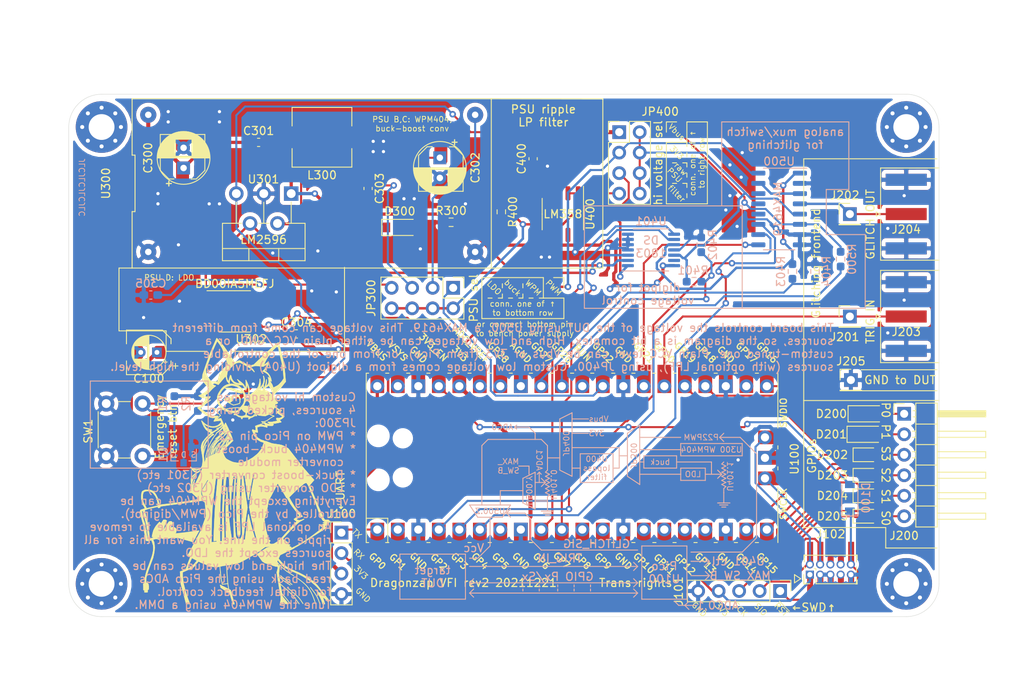
<source format=kicad_pcb>
(kicad_pcb (version 20171130) (host pcbnew 5.1.11)

  (general
    (thickness 1.6)
    (drawings 343)
    (tracks 626)
    (zones 0)
    (modules 55)
    (nets 59)
  )

  (page A4)
  (layers
    (0 F.Cu signal)
    (31 B.Cu signal)
    (32 B.Adhes user)
    (33 F.Adhes user)
    (34 B.Paste user)
    (35 F.Paste user)
    (36 B.SilkS user hide)
    (37 F.SilkS user)
    (38 B.Mask user)
    (39 F.Mask user)
    (40 Dwgs.User user)
    (41 Cmts.User user)
    (42 Eco1.User user)
    (43 Eco2.User user)
    (44 Edge.Cuts user)
    (45 Margin user)
    (46 B.CrtYd user)
    (47 F.CrtYd user)
    (48 B.Fab user)
    (49 F.Fab user)
  )

  (setup
    (last_trace_width 0.5)
    (user_trace_width 0.25)
    (user_trace_width 0.5)
    (trace_clearance 0.2)
    (zone_clearance 0.508)
    (zone_45_only no)
    (trace_min 0.2)
    (via_size 0.8)
    (via_drill 0.4)
    (via_min_size 0.4)
    (via_min_drill 0.3)
    (uvia_size 0.3)
    (uvia_drill 0.1)
    (uvias_allowed no)
    (uvia_min_size 0.2)
    (uvia_min_drill 0.1)
    (edge_width 0.05)
    (segment_width 0.2)
    (pcb_text_width 0.3)
    (pcb_text_size 1.5 1.5)
    (mod_edge_width 0.12)
    (mod_text_size 1 1)
    (mod_text_width 0.15)
    (pad_size 0.97 1.25)
    (pad_drill 0)
    (pad_to_mask_clearance 0)
    (aux_axis_origin 0 0)
    (visible_elements FFFFFF7F)
    (pcbplotparams
      (layerselection 0x010fc_ffffffff)
      (usegerberextensions false)
      (usegerberattributes true)
      (usegerberadvancedattributes true)
      (creategerberjobfile true)
      (excludeedgelayer true)
      (linewidth 0.100000)
      (plotframeref false)
      (viasonmask false)
      (mode 1)
      (useauxorigin false)
      (hpglpennumber 1)
      (hpglpenspeed 20)
      (hpglpendiameter 15.000000)
      (psnegative false)
      (psa4output false)
      (plotreference true)
      (plotvalue true)
      (plotinvisibletext false)
      (padsonsilk false)
      (subtractmaskfromsilk false)
      (outputformat 1)
      (mirror false)
      (drillshape 0)
      (scaleselection 1)
      (outputdirectory "dragonzap/gerber/"))
  )

  (net 0 "")
  (net 1 GND)
  (net 2 VBUS)
  (net 3 +3V3)
  (net 4 +3.3VADC)
  (net 5 "Net-(D100-Pad1)")
  (net 6 UART_RX)
  (net 7 UART_TX)
  (net 8 /controller/SWDIO)
  (net 9 /controller/SWCLK)
  (net 10 "Net-(J102-Pad6)")
  (net 11 "Net-(J102-Pad7)")
  (net 12 "Net-(J102-Pad8)")
  (net 13 GPIO_P0D)
  (net 14 GPIO_P0W)
  (net 15 GPIO_P1D)
  (net 16 GPIO_P1W)
  (net 17 TRIG_IN)
  (net 18 GLITCH_OUT)
  (net 19 P22PWM)
  (net 20 ADC0)
  (net 21 ADC1)
  (net 22 "Net-(U100-Pad34)")
  (net 23 "Net-(U100-Pad39)")
  (net 24 GPIO_S3W)
  (net 25 GPIO_S3D)
  (net 26 GPIO_S2W)
  (net 27 GPIO_S2D)
  (net 28 GPIO_S1W)
  (net 29 GPIO_S1D)
  (net 30 GPIO_S0W)
  (net 31 GPIO_S0D)
  (net 32 DPOT_DAT)
  (net 33 DPOT_CLK)
  (net 34 "Net-(U100-Pad7)")
  (net 35 MAX_SW_B)
  (net 36 MAX_SW_A)
  (net 37 MAX_EN)
  (net 38 DPOT_HI)
  (net 39 "Net-(C400-Pad1)")
  (net 40 "Net-(D300-Pad1)")
  (net 41 Vdcflt)
  (net 42 Vdclo)
  (net 43 GLITCH_SIG)
  (net 44 DPOT_W)
  (net 45 /glitchout/Vglitch_lo)
  (net 46 DPOT_LO)
  (net 47 "Net-(U100-Pad30)")
  (net 48 "Net-(JP400-Pad4)")
  (net 49 "Net-(U500-Pad14)")
  (net 50 "Net-(U500-Pad13)")
  (net 51 "Net-(U500-Pad12)")
  (net 52 "Net-(JP300-Pad2)")
  (net 53 "Net-(C302-Pad1)")
  (net 54 "Net-(C305-Pad1)")
  (net 55 EMERG_SHDN)
  (net 56 ~EMERG_SHDN~)
  (net 57 "Net-(U401-Pad13)")
  (net 58 "Net-(U302-Pad4)")

  (net_class Default "This is the default net class."
    (clearance 0.2)
    (trace_width 0.25)
    (via_dia 0.8)
    (via_drill 0.4)
    (uvia_dia 0.3)
    (uvia_drill 0.1)
    (add_net /controller/SWCLK)
    (add_net /controller/SWDIO)
    (add_net ADC0)
    (add_net ADC1)
    (add_net DPOT_CLK)
    (add_net DPOT_DAT)
    (add_net EMERG_SHDN)
    (add_net GLITCH_SIG)
    (add_net GND)
    (add_net GPIO_P0D)
    (add_net GPIO_P0W)
    (add_net GPIO_P1D)
    (add_net GPIO_P1W)
    (add_net GPIO_S0D)
    (add_net GPIO_S0W)
    (add_net GPIO_S1D)
    (add_net GPIO_S1W)
    (add_net GPIO_S2D)
    (add_net GPIO_S2W)
    (add_net GPIO_S3D)
    (add_net GPIO_S3W)
    (add_net MAX_EN)
    (add_net MAX_SW_A)
    (add_net MAX_SW_B)
    (add_net "Net-(C302-Pad1)")
    (add_net "Net-(C305-Pad1)")
    (add_net "Net-(C400-Pad1)")
    (add_net "Net-(D100-Pad1)")
    (add_net "Net-(D300-Pad1)")
    (add_net "Net-(J102-Pad6)")
    (add_net "Net-(J102-Pad7)")
    (add_net "Net-(J102-Pad8)")
    (add_net "Net-(JP300-Pad2)")
    (add_net "Net-(JP400-Pad4)")
    (add_net "Net-(U100-Pad30)")
    (add_net "Net-(U100-Pad34)")
    (add_net "Net-(U100-Pad39)")
    (add_net "Net-(U100-Pad7)")
    (add_net "Net-(U302-Pad4)")
    (add_net "Net-(U401-Pad13)")
    (add_net "Net-(U500-Pad12)")
    (add_net "Net-(U500-Pad13)")
    (add_net "Net-(U500-Pad14)")
    (add_net P22PWM)
    (add_net TRIG_IN)
    (add_net UART_RX)
    (add_net UART_TX)
    (add_net ~EMERG_SHDN~)
  )

  (net_class power_big ""
    (clearance 0.2)
    (trace_width 0.4)
    (via_dia 0.8)
    (via_drill 0.4)
    (uvia_dia 0.3)
    (uvia_drill 0.1)
    (add_net VBUS)
  )

  (net_class power_small ""
    (clearance 0.2)
    (trace_width 0.3)
    (via_dia 0.8)
    (via_drill 0.4)
    (uvia_dia 0.3)
    (uvia_drill 0.1)
    (add_net +3.3VADC)
    (add_net +3V3)
    (add_net /glitchout/Vglitch_lo)
    (add_net DPOT_HI)
    (add_net DPOT_LO)
    (add_net DPOT_W)
    (add_net GLITCH_OUT)
    (add_net Vdcflt)
    (add_net Vdclo)
  )

  (module Package_SO:HSOP-8-1EP_3.9x4.9mm_P1.27mm_EP2.41x3.1mm (layer F.Cu) (tedit 61C27955) (tstamp 61CA7DDB)
    (at 167.005 106.045)
    (descr "HSOP, 8 Pin (https://www.st.com/resource/en/datasheet/l5973d.pdf), generated with kicad-footprint-generator ipc_gullwing_generator.py")
    (tags "HSOP SO")
    (path /61CA9896/6266715B)
    (attr smd)
    (fp_text reference U302 (at 2.032 3.429) (layer F.SilkS)
      (effects (font (size 1 1) (thickness 0.15)))
    )
    (fp_text value BD00IA5MEFJ (at 0 3.4) (layer F.Fab)
      (effects (font (size 1 1) (thickness 0.15)))
    )
    (fp_line (start 0 2.56) (end 1.95 2.56) (layer F.SilkS) (width 0.12))
    (fp_line (start 0 2.56) (end -1.95 2.56) (layer F.SilkS) (width 0.12))
    (fp_line (start 0 -2.56) (end 1.95 -2.56) (layer F.SilkS) (width 0.12))
    (fp_line (start 0 -2.56) (end -3.45 -2.56) (layer F.SilkS) (width 0.12))
    (fp_line (start -0.975 -2.45) (end 1.95 -2.45) (layer F.Fab) (width 0.1))
    (fp_line (start 1.95 -2.45) (end 1.95 2.45) (layer F.Fab) (width 0.1))
    (fp_line (start 1.95 2.45) (end -1.95 2.45) (layer F.Fab) (width 0.1))
    (fp_line (start -1.95 2.45) (end -1.95 -1.475) (layer F.Fab) (width 0.1))
    (fp_line (start -1.95 -1.475) (end -0.975 -2.45) (layer F.Fab) (width 0.1))
    (fp_line (start -3.7 -2.7) (end -3.7 2.7) (layer F.CrtYd) (width 0.05))
    (fp_line (start -3.7 2.7) (end 3.7 2.7) (layer F.CrtYd) (width 0.05))
    (fp_line (start 3.7 2.7) (end 3.7 -2.7) (layer F.CrtYd) (width 0.05))
    (fp_line (start 3.7 -2.7) (end -3.7 -2.7) (layer F.CrtYd) (width 0.05))
    (fp_text user %R (at 0 0) (layer F.Fab)
      (effects (font (size 0.98 0.98) (thickness 0.15)))
    )
    (pad "" smd roundrect (at 0.6 0.775) (size 0.97 1.25) (layers F.Paste) (roundrect_rratio 0.25))
    (pad "" smd roundrect (at 0.6 -0.775) (size 0.97 1.25) (layers F.Paste) (roundrect_rratio 0.25))
    (pad "" smd roundrect (at -0.6 0.775) (size 0.97 1.25) (layers F.Paste) (roundrect_rratio 0.25))
    (pad "" smd roundrect (at -0.6 -0.775) (size 0.97 1.25) (layers F.Paste) (roundrect_rratio 0.25))
    (pad 9 smd rect (at 0 0) (size 2.41 3.1) (layers F.Cu F.Mask)
      (net 1 GND))
    (pad 8 smd roundrect (at 2.65 -1.905) (size 1.6 0.6) (layers F.Cu F.Paste F.Mask) (roundrect_rratio 0.25)
      (net 2 VBUS))
    (pad 7 smd roundrect (at 2.65 -0.635) (size 1.6 0.6) (layers F.Cu F.Paste F.Mask) (roundrect_rratio 0.25))
    (pad 6 smd roundrect (at 2.65 0.635) (size 1.6 0.6) (layers F.Cu F.Paste F.Mask) (roundrect_rratio 0.25))
    (pad 5 smd roundrect (at 2.65 1.905) (size 1.6 0.6) (layers F.Cu F.Paste F.Mask) (roundrect_rratio 0.25)
      (net 56 ~EMERG_SHDN~))
    (pad 4 smd roundrect (at -2.65 1.905) (size 1.6 0.6) (layers F.Cu F.Paste F.Mask) (roundrect_rratio 0.25)
      (net 58 "Net-(U302-Pad4)"))
    (pad 3 smd roundrect (at -2.65 0.635) (size 1.6 0.6) (layers F.Cu F.Paste F.Mask) (roundrect_rratio 0.25)
      (net 1 GND))
    (pad 2 smd roundrect (at -2.65 -0.635) (size 1.6 0.6) (layers F.Cu F.Paste F.Mask) (roundrect_rratio 0.25)
      (net 44 DPOT_W))
    (pad 1 smd roundrect (at -2.65 -1.905) (size 1.6 0.6) (layers F.Cu F.Paste F.Mask) (roundrect_rratio 0.25)
      (net 54 "Net-(C305-Pad1)"))
    (model ${KISYS3DMOD}/Package_SO.3dshapes/HSOP-8-1EP_3.9x4.9mm_P1.27mm_EP2.41x3.1mm.wrl
      (at (xyz 0 0 0))
      (scale (xyz 1 1 1))
      (rotate (xyz 0 0 0))
    )
  )

  (module Capacitor_SMD:CP_Elec_5x5.3 (layer F.Cu) (tedit 61C24EF6) (tstamp 61C49CF5)
    (at 156.337 111.125 180)
    (descr "SMD capacitor, aluminum electrolytic, Nichicon, 5.0x5.3mm")
    (tags "capacitor electrolytic")
    (attr smd)
    (fp_text reference C100b (at 0 -3.7) (layer F.SilkS) hide
      (effects (font (size 1 1) (thickness 0.15)))
    )
    (fp_text value CP_Elec_5x5.3 (at 0 3.7) (layer F.Fab)
      (effects (font (size 1 1) (thickness 0.15)))
    )
    (fp_line (start -3.95 1.05) (end -2.9 1.05) (layer F.CrtYd) (width 0.05))
    (fp_line (start -3.95 -1.05) (end -3.95 1.05) (layer F.CrtYd) (width 0.05))
    (fp_line (start -2.9 -1.05) (end -3.95 -1.05) (layer F.CrtYd) (width 0.05))
    (fp_line (start -2.9 1.05) (end -2.9 1.75) (layer F.CrtYd) (width 0.05))
    (fp_line (start -2.9 -1.75) (end -2.9 -1.05) (layer F.CrtYd) (width 0.05))
    (fp_line (start -2.9 -1.75) (end -1.75 -2.9) (layer F.CrtYd) (width 0.05))
    (fp_line (start -2.9 1.75) (end -1.75 2.9) (layer F.CrtYd) (width 0.05))
    (fp_line (start -1.75 -2.9) (end 2.9 -2.9) (layer F.CrtYd) (width 0.05))
    (fp_line (start -1.75 2.9) (end 2.9 2.9) (layer F.CrtYd) (width 0.05))
    (fp_line (start 2.9 1.05) (end 2.9 2.9) (layer F.CrtYd) (width 0.05))
    (fp_line (start 3.95 1.05) (end 2.9 1.05) (layer F.CrtYd) (width 0.05))
    (fp_line (start 3.95 -1.05) (end 3.95 1.05) (layer F.CrtYd) (width 0.05))
    (fp_line (start 2.9 -1.05) (end 3.95 -1.05) (layer F.CrtYd) (width 0.05))
    (fp_line (start 2.9 -2.9) (end 2.9 -1.05) (layer F.CrtYd) (width 0.05))
    (fp_line (start -3.3125 -1.9975) (end -3.3125 -1.3725) (layer F.SilkS) (width 0.12))
    (fp_line (start -3.625 -1.685) (end -3 -1.685) (layer F.SilkS) (width 0.12))
    (fp_line (start -2.76 1.695563) (end -1.695563 2.76) (layer F.SilkS) (width 0.12))
    (fp_line (start -2.76 -1.695563) (end -1.695563 -2.76) (layer F.SilkS) (width 0.12))
    (fp_line (start -2.76 -1.695563) (end -2.76 -1.06) (layer F.SilkS) (width 0.12))
    (fp_line (start -2.76 1.695563) (end -2.76 1.06) (layer F.SilkS) (width 0.12))
    (fp_line (start -1.695563 2.76) (end 2.76 2.76) (layer F.SilkS) (width 0.12))
    (fp_line (start -1.695563 -2.76) (end 2.76 -2.76) (layer F.SilkS) (width 0.12))
    (fp_line (start 2.76 -2.76) (end 2.76 -1.06) (layer F.SilkS) (width 0.12))
    (fp_line (start 2.76 2.76) (end 2.76 1.06) (layer F.SilkS) (width 0.12))
    (fp_line (start -1.783956 -1.45) (end -1.783956 -0.95) (layer F.Fab) (width 0.1))
    (fp_line (start -2.033956 -1.2) (end -1.533956 -1.2) (layer F.Fab) (width 0.1))
    (fp_line (start -2.65 1.65) (end -1.65 2.65) (layer F.Fab) (width 0.1))
    (fp_line (start -2.65 -1.65) (end -1.65 -2.65) (layer F.Fab) (width 0.1))
    (fp_line (start -2.65 -1.65) (end -2.65 1.65) (layer F.Fab) (width 0.1))
    (fp_line (start -1.65 2.65) (end 2.65 2.65) (layer F.Fab) (width 0.1))
    (fp_line (start -1.65 -2.65) (end 2.65 -2.65) (layer F.Fab) (width 0.1))
    (fp_line (start 2.65 -2.65) (end 2.65 2.65) (layer F.Fab) (width 0.1))
    (fp_circle (center 0 0) (end 2.5 0) (layer F.Fab) (width 0.1))
    (fp_text user %R (at 0 0) (layer F.Fab)
      (effects (font (size 1 1) (thickness 0.15)))
    )
    (pad 1 smd roundrect (at -2.2 0 180) (size 3 1.6) (layers F.Cu F.Paste F.Mask) (roundrect_rratio 0.156)
      (net 2 VBUS))
    (pad 2 smd roundrect (at 2.2 0 180) (size 3 1.6) (layers F.Cu F.Paste F.Mask) (roundrect_rratio 0.156)
      (net 1 GND))
    (model ${KISYS3DMOD}/Capacitor_SMD.3dshapes/CP_Elec_5x5.3.wrl
      (at (xyz 0 0 0))
      (scale (xyz 1 1 1))
      (rotate (xyz 0 0 0))
    )
  )

  (module Capacitor_SMD:CP_Elec_5x5.3 (layer F.Cu) (tedit 61C24ECD) (tstamp 61C49CF5)
    (at 192.532 88.392 270)
    (descr "SMD capacitor, aluminum electrolytic, Nichicon, 5.0x5.3mm")
    (tags "capacitor electrolytic")
    (attr smd)
    (fp_text reference C302b (at 0 -3.7 90) (layer F.SilkS) hide
      (effects (font (size 1 1) (thickness 0.15)))
    )
    (fp_text value CP_Elec_5x5.3 (at 0 3.7 90) (layer F.Fab)
      (effects (font (size 1 1) (thickness 0.15)))
    )
    (fp_line (start -3.95 1.05) (end -2.9 1.05) (layer F.CrtYd) (width 0.05))
    (fp_line (start -3.95 -1.05) (end -3.95 1.05) (layer F.CrtYd) (width 0.05))
    (fp_line (start -2.9 -1.05) (end -3.95 -1.05) (layer F.CrtYd) (width 0.05))
    (fp_line (start -2.9 1.05) (end -2.9 1.75) (layer F.CrtYd) (width 0.05))
    (fp_line (start -2.9 -1.75) (end -2.9 -1.05) (layer F.CrtYd) (width 0.05))
    (fp_line (start -2.9 -1.75) (end -1.75 -2.9) (layer F.CrtYd) (width 0.05))
    (fp_line (start -2.9 1.75) (end -1.75 2.9) (layer F.CrtYd) (width 0.05))
    (fp_line (start -1.75 -2.9) (end 2.9 -2.9) (layer F.CrtYd) (width 0.05))
    (fp_line (start -1.75 2.9) (end 2.9 2.9) (layer F.CrtYd) (width 0.05))
    (fp_line (start 2.9 1.05) (end 2.9 2.9) (layer F.CrtYd) (width 0.05))
    (fp_line (start 3.95 1.05) (end 2.9 1.05) (layer F.CrtYd) (width 0.05))
    (fp_line (start 3.95 -1.05) (end 3.95 1.05) (layer F.CrtYd) (width 0.05))
    (fp_line (start 2.9 -1.05) (end 3.95 -1.05) (layer F.CrtYd) (width 0.05))
    (fp_line (start 2.9 -2.9) (end 2.9 -1.05) (layer F.CrtYd) (width 0.05))
    (fp_line (start -3.3125 -1.9975) (end -3.3125 -1.3725) (layer F.SilkS) (width 0.12))
    (fp_line (start -3.625 -1.685) (end -3 -1.685) (layer F.SilkS) (width 0.12))
    (fp_line (start -2.76 1.695563) (end -1.695563 2.76) (layer F.SilkS) (width 0.12))
    (fp_line (start -2.76 -1.695563) (end -1.695563 -2.76) (layer F.SilkS) (width 0.12))
    (fp_line (start -2.76 -1.695563) (end -2.76 -1.06) (layer F.SilkS) (width 0.12))
    (fp_line (start -2.76 1.695563) (end -2.76 1.06) (layer F.SilkS) (width 0.12))
    (fp_line (start -1.695563 2.76) (end 2.76 2.76) (layer F.SilkS) (width 0.12))
    (fp_line (start -1.695563 -2.76) (end 2.76 -2.76) (layer F.SilkS) (width 0.12))
    (fp_line (start 2.76 -2.76) (end 2.76 -1.06) (layer F.SilkS) (width 0.12))
    (fp_line (start 2.76 2.76) (end 2.76 1.06) (layer F.SilkS) (width 0.12))
    (fp_line (start -1.783956 -1.45) (end -1.783956 -0.95) (layer F.Fab) (width 0.1))
    (fp_line (start -2.033956 -1.2) (end -1.533956 -1.2) (layer F.Fab) (width 0.1))
    (fp_line (start -2.65 1.65) (end -1.65 2.65) (layer F.Fab) (width 0.1))
    (fp_line (start -2.65 -1.65) (end -1.65 -2.65) (layer F.Fab) (width 0.1))
    (fp_line (start -2.65 -1.65) (end -2.65 1.65) (layer F.Fab) (width 0.1))
    (fp_line (start -1.65 2.65) (end 2.65 2.65) (layer F.Fab) (width 0.1))
    (fp_line (start -1.65 -2.65) (end 2.65 -2.65) (layer F.Fab) (width 0.1))
    (fp_line (start 2.65 -2.65) (end 2.65 2.65) (layer F.Fab) (width 0.1))
    (fp_circle (center 0 0) (end 2.5 0) (layer F.Fab) (width 0.1))
    (fp_text user %R (at 0 0 90) (layer F.Fab)
      (effects (font (size 1 1) (thickness 0.15)))
    )
    (pad 1 smd roundrect (at -2.2 0 270) (size 3 1.6) (layers F.Cu F.Paste F.Mask) (roundrect_rratio 0.156)
      (net 53 "Net-(C302-Pad1)"))
    (pad 2 smd roundrect (at 2.2 0 270) (size 3 1.6) (layers F.Cu F.Paste F.Mask) (roundrect_rratio 0.156)
      (net 1 GND))
    (model ${KISYS3DMOD}/Capacitor_SMD.3dshapes/CP_Elec_5x5.3.wrl
      (at (xyz 0 0 0))
      (scale (xyz 1 1 1))
      (rotate (xyz 0 0 0))
    )
  )

  (module Capacitor_SMD:CP_Elec_5x5.3 (layer F.Cu) (tedit 61C24EA1) (tstamp 61C4985E)
    (at 160.528 86.868 90)
    (descr "SMD capacitor, aluminum electrolytic, Nichicon, 5.0x5.3mm")
    (tags "capacitor electrolytic")
    (attr smd)
    (fp_text reference C300b (at 0 -3.7 90) (layer F.SilkS) hide
      (effects (font (size 1 1) (thickness 0.15)))
    )
    (fp_text value CP_Elec_5x5.3 (at 0 3.7 90) (layer F.Fab)
      (effects (font (size 1 1) (thickness 0.15)))
    )
    (fp_line (start -3.95 1.05) (end -2.9 1.05) (layer F.CrtYd) (width 0.05))
    (fp_line (start -3.95 -1.05) (end -3.95 1.05) (layer F.CrtYd) (width 0.05))
    (fp_line (start -2.9 -1.05) (end -3.95 -1.05) (layer F.CrtYd) (width 0.05))
    (fp_line (start -2.9 1.05) (end -2.9 1.75) (layer F.CrtYd) (width 0.05))
    (fp_line (start -2.9 -1.75) (end -2.9 -1.05) (layer F.CrtYd) (width 0.05))
    (fp_line (start -2.9 -1.75) (end -1.75 -2.9) (layer F.CrtYd) (width 0.05))
    (fp_line (start -2.9 1.75) (end -1.75 2.9) (layer F.CrtYd) (width 0.05))
    (fp_line (start -1.75 -2.9) (end 2.9 -2.9) (layer F.CrtYd) (width 0.05))
    (fp_line (start -1.75 2.9) (end 2.9 2.9) (layer F.CrtYd) (width 0.05))
    (fp_line (start 2.9 1.05) (end 2.9 2.9) (layer F.CrtYd) (width 0.05))
    (fp_line (start 3.95 1.05) (end 2.9 1.05) (layer F.CrtYd) (width 0.05))
    (fp_line (start 3.95 -1.05) (end 3.95 1.05) (layer F.CrtYd) (width 0.05))
    (fp_line (start 2.9 -1.05) (end 3.95 -1.05) (layer F.CrtYd) (width 0.05))
    (fp_line (start 2.9 -2.9) (end 2.9 -1.05) (layer F.CrtYd) (width 0.05))
    (fp_line (start -3.3125 -1.9975) (end -3.3125 -1.3725) (layer F.SilkS) (width 0.12))
    (fp_line (start -3.625 -1.685) (end -3 -1.685) (layer F.SilkS) (width 0.12))
    (fp_line (start -2.76 1.695563) (end -1.695563 2.76) (layer F.SilkS) (width 0.12))
    (fp_line (start -2.76 -1.695563) (end -1.695563 -2.76) (layer F.SilkS) (width 0.12))
    (fp_line (start -2.76 -1.695563) (end -2.76 -1.06) (layer F.SilkS) (width 0.12))
    (fp_line (start -2.76 1.695563) (end -2.76 1.06) (layer F.SilkS) (width 0.12))
    (fp_line (start -1.695563 2.76) (end 2.76 2.76) (layer F.SilkS) (width 0.12))
    (fp_line (start -1.695563 -2.76) (end 2.76 -2.76) (layer F.SilkS) (width 0.12))
    (fp_line (start 2.76 -2.76) (end 2.76 -1.06) (layer F.SilkS) (width 0.12))
    (fp_line (start 2.76 2.76) (end 2.76 1.06) (layer F.SilkS) (width 0.12))
    (fp_line (start -1.783956 -1.45) (end -1.783956 -0.95) (layer F.Fab) (width 0.1))
    (fp_line (start -2.033956 -1.2) (end -1.533956 -1.2) (layer F.Fab) (width 0.1))
    (fp_line (start -2.65 1.65) (end -1.65 2.65) (layer F.Fab) (width 0.1))
    (fp_line (start -2.65 -1.65) (end -1.65 -2.65) (layer F.Fab) (width 0.1))
    (fp_line (start -2.65 -1.65) (end -2.65 1.65) (layer F.Fab) (width 0.1))
    (fp_line (start -1.65 2.65) (end 2.65 2.65) (layer F.Fab) (width 0.1))
    (fp_line (start -1.65 -2.65) (end 2.65 -2.65) (layer F.Fab) (width 0.1))
    (fp_line (start 2.65 -2.65) (end 2.65 2.65) (layer F.Fab) (width 0.1))
    (fp_circle (center 0 0) (end 2.5 0) (layer F.Fab) (width 0.1))
    (fp_text user %R (at 0 0 90) (layer F.Fab)
      (effects (font (size 1 1) (thickness 0.15)))
    )
    (pad 2 smd roundrect (at 2.2 0 90) (size 3 1.6) (layers F.Cu F.Paste F.Mask) (roundrect_rratio 0.156)
      (net 1 GND))
    (pad 1 smd roundrect (at -2.2 0 90) (size 3 1.6) (layers F.Cu F.Paste F.Mask) (roundrect_rratio 0.156)
      (net 2 VBUS))
    (model ${KISYS3DMOD}/Capacitor_SMD.3dshapes/CP_Elec_5x5.3.wrl
      (at (xyz 0 0 0))
      (scale (xyz 1 1 1))
      (rotate (xyz 0 0 0))
    )
  )

  (module Package_SO:TSSOP-14_4.4x5mm_P0.65mm (layer B.Cu) (tedit 5E476F32) (tstamp 61C8F582)
    (at 218.567 98.425)
    (descr "TSSOP, 14 Pin (JEDEC MO-153 Var AB-1 https://www.jedec.org/document_search?search_api_views_fulltext=MO-153), generated with kicad-footprint-generator ipc_gullwing_generator.py")
    (tags "TSSOP SO")
    (path /61CA98F5/6255530A)
    (attr smd)
    (fp_text reference U401 (at 0 -3.556) (layer B.SilkS)
      (effects (font (size 1 1) (thickness 0.15)) (justify mirror))
    )
    (fp_text value DS1803 (at 0 -3.45) (layer B.Fab)
      (effects (font (size 1 1) (thickness 0.15)) (justify mirror))
    )
    (fp_line (start 0 -2.61) (end 2.2 -2.61) (layer B.SilkS) (width 0.12))
    (fp_line (start 0 -2.61) (end -2.2 -2.61) (layer B.SilkS) (width 0.12))
    (fp_line (start 0 2.61) (end 2.2 2.61) (layer B.SilkS) (width 0.12))
    (fp_line (start 0 2.61) (end -3.6 2.61) (layer B.SilkS) (width 0.12))
    (fp_line (start -1.2 2.5) (end 2.2 2.5) (layer B.Fab) (width 0.1))
    (fp_line (start 2.2 2.5) (end 2.2 -2.5) (layer B.Fab) (width 0.1))
    (fp_line (start 2.2 -2.5) (end -2.2 -2.5) (layer B.Fab) (width 0.1))
    (fp_line (start -2.2 -2.5) (end -2.2 1.5) (layer B.Fab) (width 0.1))
    (fp_line (start -2.2 1.5) (end -1.2 2.5) (layer B.Fab) (width 0.1))
    (fp_line (start -3.85 2.75) (end -3.85 -2.75) (layer B.CrtYd) (width 0.05))
    (fp_line (start -3.85 -2.75) (end 3.85 -2.75) (layer B.CrtYd) (width 0.05))
    (fp_line (start 3.85 -2.75) (end 3.85 2.75) (layer B.CrtYd) (width 0.05))
    (fp_line (start 3.85 2.75) (end -3.85 2.75) (layer B.CrtYd) (width 0.05))
    (fp_text user %R (at 0 0) (layer B.Fab)
      (effects (font (size 1 1) (thickness 0.15)) (justify mirror))
    )
    (pad 14 smd roundrect (at 2.8625 1.95) (size 1.475 0.4) (layers B.Cu B.Paste B.Mask) (roundrect_rratio 0.25)
      (net 2 VBUS))
    (pad 13 smd roundrect (at 2.8625 1.3) (size 1.475 0.4) (layers B.Cu B.Paste B.Mask) (roundrect_rratio 0.25)
      (net 57 "Net-(U401-Pad13)"))
    (pad 12 smd roundrect (at 2.8625 0.65) (size 1.475 0.4) (layers B.Cu B.Paste B.Mask) (roundrect_rratio 0.25)
      (net 41 Vdcflt))
    (pad 11 smd roundrect (at 2.8625 0) (size 1.475 0.4) (layers B.Cu B.Paste B.Mask) (roundrect_rratio 0.25)
      (net 1 GND))
    (pad 10 smd roundrect (at 2.8625 -0.65) (size 1.475 0.4) (layers B.Cu B.Paste B.Mask) (roundrect_rratio 0.25)
      (net 42 Vdclo))
    (pad 9 smd roundrect (at 2.8625 -1.3) (size 1.475 0.4) (layers B.Cu B.Paste B.Mask) (roundrect_rratio 0.25)
      (net 32 DPOT_DAT))
    (pad 8 smd roundrect (at 2.8625 -1.95) (size 1.475 0.4) (layers B.Cu B.Paste B.Mask) (roundrect_rratio 0.25)
      (net 33 DPOT_CLK))
    (pad 7 smd roundrect (at -2.8625 -1.95) (size 1.475 0.4) (layers B.Cu B.Paste B.Mask) (roundrect_rratio 0.25)
      (net 1 GND))
    (pad 6 smd roundrect (at -2.8625 -1.3) (size 1.475 0.4) (layers B.Cu B.Paste B.Mask) (roundrect_rratio 0.25)
      (net 1 GND))
    (pad 5 smd roundrect (at -2.8625 -0.65) (size 1.475 0.4) (layers B.Cu B.Paste B.Mask) (roundrect_rratio 0.25)
      (net 1 GND))
    (pad 4 smd roundrect (at -2.8625 0) (size 1.475 0.4) (layers B.Cu B.Paste B.Mask) (roundrect_rratio 0.25)
      (net 1 GND))
    (pad 3 smd roundrect (at -2.8625 0.65) (size 1.475 0.4) (layers B.Cu B.Paste B.Mask) (roundrect_rratio 0.25)
      (net 44 DPOT_W))
    (pad 2 smd roundrect (at -2.8625 1.3) (size 1.475 0.4) (layers B.Cu B.Paste B.Mask) (roundrect_rratio 0.25)
      (net 46 DPOT_LO))
    (pad 1 smd roundrect (at -2.8625 1.95) (size 1.475 0.4) (layers B.Cu B.Paste B.Mask) (roundrect_rratio 0.25)
      (net 38 DPOT_HI))
    (model ${KISYS3DMOD}/Package_SO.3dshapes/TSSOP-14_4.4x5mm_P0.65mm.wrl
      (at (xyz 0 0 0))
      (scale (xyz 1 1 1))
      (rotate (xyz 0 0 0))
    )
  )

  (module Diode_SMD:D_SOD-123 (layer F.Cu) (tedit 58645DC7) (tstamp 61C2E5EE)
    (at 187.452 95.631)
    (descr SOD-123)
    (tags SOD-123)
    (path /61CA9896/62502C0F)
    (attr smd)
    (fp_text reference D300 (at 0 -2) (layer F.SilkS)
      (effects (font (size 1 1) (thickness 0.15)))
    )
    (fp_text value 1N5822/SS14 (at 0 2.1) (layer F.Fab)
      (effects (font (size 1 1) (thickness 0.15)))
    )
    (fp_line (start -2.25 -1) (end 1.65 -1) (layer F.SilkS) (width 0.12))
    (fp_line (start -2.25 1) (end 1.65 1) (layer F.SilkS) (width 0.12))
    (fp_line (start -2.35 -1.15) (end -2.35 1.15) (layer F.CrtYd) (width 0.05))
    (fp_line (start 2.35 1.15) (end -2.35 1.15) (layer F.CrtYd) (width 0.05))
    (fp_line (start 2.35 -1.15) (end 2.35 1.15) (layer F.CrtYd) (width 0.05))
    (fp_line (start -2.35 -1.15) (end 2.35 -1.15) (layer F.CrtYd) (width 0.05))
    (fp_line (start -1.4 -0.9) (end 1.4 -0.9) (layer F.Fab) (width 0.1))
    (fp_line (start 1.4 -0.9) (end 1.4 0.9) (layer F.Fab) (width 0.1))
    (fp_line (start 1.4 0.9) (end -1.4 0.9) (layer F.Fab) (width 0.1))
    (fp_line (start -1.4 0.9) (end -1.4 -0.9) (layer F.Fab) (width 0.1))
    (fp_line (start -0.75 0) (end -0.35 0) (layer F.Fab) (width 0.1))
    (fp_line (start -0.35 0) (end -0.35 -0.55) (layer F.Fab) (width 0.1))
    (fp_line (start -0.35 0) (end -0.35 0.55) (layer F.Fab) (width 0.1))
    (fp_line (start -0.35 0) (end 0.25 -0.4) (layer F.Fab) (width 0.1))
    (fp_line (start 0.25 -0.4) (end 0.25 0.4) (layer F.Fab) (width 0.1))
    (fp_line (start 0.25 0.4) (end -0.35 0) (layer F.Fab) (width 0.1))
    (fp_line (start 0.25 0) (end 0.75 0) (layer F.Fab) (width 0.1))
    (fp_line (start -2.25 -1) (end -2.25 1) (layer F.SilkS) (width 0.12))
    (fp_text user %R (at 0 -2) (layer F.Fab)
      (effects (font (size 1 1) (thickness 0.15)))
    )
    (pad 2 smd rect (at 1.65 0) (size 0.9 1.2) (layers F.Cu F.Paste F.Mask)
      (net 1 GND))
    (pad 1 smd rect (at -1.65 0) (size 0.9 1.2) (layers F.Cu F.Paste F.Mask)
      (net 40 "Net-(D300-Pad1)"))
    (model ${KISYS3DMOD}/Diode_SMD.3dshapes/D_SOD-123.wrl
      (at (xyz 0 0 0))
      (scale (xyz 1 1 1))
      (rotate (xyz 0 0 0))
    )
  )

  (module Diode_SMD:D_SOD-323 (layer F.Cu) (tedit 58641739) (tstamp 61C8F054)
    (at 245.11 131.445)
    (descr SOD-323)
    (tags SOD-323)
    (path /61CA9826/62492E75)
    (attr smd)
    (fp_text reference D205 (at -4.064 0) (layer F.SilkS)
      (effects (font (size 1 1) (thickness 0.15)))
    )
    (fp_text value 1N4148 (at 0.1 1.9) (layer F.Fab)
      (effects (font (size 1 1) (thickness 0.15)))
    )
    (fp_line (start -1.5 -0.85) (end 1.05 -0.85) (layer F.SilkS) (width 0.12))
    (fp_line (start -1.5 0.85) (end 1.05 0.85) (layer F.SilkS) (width 0.12))
    (fp_line (start -1.6 -0.95) (end -1.6 0.95) (layer F.CrtYd) (width 0.05))
    (fp_line (start -1.6 0.95) (end 1.6 0.95) (layer F.CrtYd) (width 0.05))
    (fp_line (start 1.6 -0.95) (end 1.6 0.95) (layer F.CrtYd) (width 0.05))
    (fp_line (start -1.6 -0.95) (end 1.6 -0.95) (layer F.CrtYd) (width 0.05))
    (fp_line (start -0.9 -0.7) (end 0.9 -0.7) (layer F.Fab) (width 0.1))
    (fp_line (start 0.9 -0.7) (end 0.9 0.7) (layer F.Fab) (width 0.1))
    (fp_line (start 0.9 0.7) (end -0.9 0.7) (layer F.Fab) (width 0.1))
    (fp_line (start -0.9 0.7) (end -0.9 -0.7) (layer F.Fab) (width 0.1))
    (fp_line (start -0.3 -0.35) (end -0.3 0.35) (layer F.Fab) (width 0.1))
    (fp_line (start -0.3 0) (end -0.5 0) (layer F.Fab) (width 0.1))
    (fp_line (start -0.3 0) (end 0.2 -0.35) (layer F.Fab) (width 0.1))
    (fp_line (start 0.2 -0.35) (end 0.2 0.35) (layer F.Fab) (width 0.1))
    (fp_line (start 0.2 0.35) (end -0.3 0) (layer F.Fab) (width 0.1))
    (fp_line (start 0.2 0) (end 0.45 0) (layer F.Fab) (width 0.1))
    (fp_line (start -1.5 -0.85) (end -1.5 0.85) (layer F.SilkS) (width 0.12))
    (fp_text user %R (at 0 -1.85) (layer F.Fab)
      (effects (font (size 1 1) (thickness 0.15)))
    )
    (pad 2 smd rect (at 1.05 0) (size 0.6 0.45) (layers F.Cu F.Paste F.Mask)
      (net 30 GPIO_S0W))
    (pad 1 smd rect (at -1.05 0) (size 0.6 0.45) (layers F.Cu F.Paste F.Mask)
      (net 31 GPIO_S0D))
    (model ${KISYS3DMOD}/Diode_SMD.3dshapes/D_SOD-323.wrl
      (at (xyz 0 0 0))
      (scale (xyz 1 1 1))
      (rotate (xyz 0 0 0))
    )
  )

  (module Diode_SMD:D_SOD-323 (layer F.Cu) (tedit 58641739) (tstamp 61C8F042)
    (at 245.11 128.905)
    (descr SOD-323)
    (tags SOD-323)
    (path /61CA9826/62492E6F)
    (attr smd)
    (fp_text reference D204 (at -4.064 0) (layer F.SilkS)
      (effects (font (size 1 1) (thickness 0.15)))
    )
    (fp_text value 1N4148 (at 0.1 1.9) (layer F.Fab)
      (effects (font (size 1 1) (thickness 0.15)))
    )
    (fp_line (start -1.5 -0.85) (end 1.05 -0.85) (layer F.SilkS) (width 0.12))
    (fp_line (start -1.5 0.85) (end 1.05 0.85) (layer F.SilkS) (width 0.12))
    (fp_line (start -1.6 -0.95) (end -1.6 0.95) (layer F.CrtYd) (width 0.05))
    (fp_line (start -1.6 0.95) (end 1.6 0.95) (layer F.CrtYd) (width 0.05))
    (fp_line (start 1.6 -0.95) (end 1.6 0.95) (layer F.CrtYd) (width 0.05))
    (fp_line (start -1.6 -0.95) (end 1.6 -0.95) (layer F.CrtYd) (width 0.05))
    (fp_line (start -0.9 -0.7) (end 0.9 -0.7) (layer F.Fab) (width 0.1))
    (fp_line (start 0.9 -0.7) (end 0.9 0.7) (layer F.Fab) (width 0.1))
    (fp_line (start 0.9 0.7) (end -0.9 0.7) (layer F.Fab) (width 0.1))
    (fp_line (start -0.9 0.7) (end -0.9 -0.7) (layer F.Fab) (width 0.1))
    (fp_line (start -0.3 -0.35) (end -0.3 0.35) (layer F.Fab) (width 0.1))
    (fp_line (start -0.3 0) (end -0.5 0) (layer F.Fab) (width 0.1))
    (fp_line (start -0.3 0) (end 0.2 -0.35) (layer F.Fab) (width 0.1))
    (fp_line (start 0.2 -0.35) (end 0.2 0.35) (layer F.Fab) (width 0.1))
    (fp_line (start 0.2 0.35) (end -0.3 0) (layer F.Fab) (width 0.1))
    (fp_line (start 0.2 0) (end 0.45 0) (layer F.Fab) (width 0.1))
    (fp_line (start -1.5 -0.85) (end -1.5 0.85) (layer F.SilkS) (width 0.12))
    (fp_text user %R (at 0 -1.85) (layer F.Fab)
      (effects (font (size 1 1) (thickness 0.15)))
    )
    (pad 2 smd rect (at 1.05 0) (size 0.6 0.45) (layers F.Cu F.Paste F.Mask)
      (net 28 GPIO_S1W))
    (pad 1 smd rect (at -1.05 0) (size 0.6 0.45) (layers F.Cu F.Paste F.Mask)
      (net 29 GPIO_S1D))
    (model ${KISYS3DMOD}/Diode_SMD.3dshapes/D_SOD-323.wrl
      (at (xyz 0 0 0))
      (scale (xyz 1 1 1))
      (rotate (xyz 0 0 0))
    )
  )

  (module Diode_SMD:D_SOD-323 (layer F.Cu) (tedit 58641739) (tstamp 61C8F030)
    (at 245.11 126.365)
    (descr SOD-323)
    (tags SOD-323)
    (path /61CA9826/62491CA3)
    (attr smd)
    (fp_text reference D203 (at -4.064 0) (layer F.SilkS)
      (effects (font (size 1 1) (thickness 0.15)))
    )
    (fp_text value 1N4148 (at 0.1 1.9) (layer F.Fab)
      (effects (font (size 1 1) (thickness 0.15)))
    )
    (fp_line (start -1.5 -0.85) (end 1.05 -0.85) (layer F.SilkS) (width 0.12))
    (fp_line (start -1.5 0.85) (end 1.05 0.85) (layer F.SilkS) (width 0.12))
    (fp_line (start -1.6 -0.95) (end -1.6 0.95) (layer F.CrtYd) (width 0.05))
    (fp_line (start -1.6 0.95) (end 1.6 0.95) (layer F.CrtYd) (width 0.05))
    (fp_line (start 1.6 -0.95) (end 1.6 0.95) (layer F.CrtYd) (width 0.05))
    (fp_line (start -1.6 -0.95) (end 1.6 -0.95) (layer F.CrtYd) (width 0.05))
    (fp_line (start -0.9 -0.7) (end 0.9 -0.7) (layer F.Fab) (width 0.1))
    (fp_line (start 0.9 -0.7) (end 0.9 0.7) (layer F.Fab) (width 0.1))
    (fp_line (start 0.9 0.7) (end -0.9 0.7) (layer F.Fab) (width 0.1))
    (fp_line (start -0.9 0.7) (end -0.9 -0.7) (layer F.Fab) (width 0.1))
    (fp_line (start -0.3 -0.35) (end -0.3 0.35) (layer F.Fab) (width 0.1))
    (fp_line (start -0.3 0) (end -0.5 0) (layer F.Fab) (width 0.1))
    (fp_line (start -0.3 0) (end 0.2 -0.35) (layer F.Fab) (width 0.1))
    (fp_line (start 0.2 -0.35) (end 0.2 0.35) (layer F.Fab) (width 0.1))
    (fp_line (start 0.2 0.35) (end -0.3 0) (layer F.Fab) (width 0.1))
    (fp_line (start 0.2 0) (end 0.45 0) (layer F.Fab) (width 0.1))
    (fp_line (start -1.5 -0.85) (end -1.5 0.85) (layer F.SilkS) (width 0.12))
    (fp_text user %R (at 0 -1.85) (layer F.Fab)
      (effects (font (size 1 1) (thickness 0.15)))
    )
    (pad 2 smd rect (at 1.05 0) (size 0.6 0.45) (layers F.Cu F.Paste F.Mask)
      (net 26 GPIO_S2W))
    (pad 1 smd rect (at -1.05 0) (size 0.6 0.45) (layers F.Cu F.Paste F.Mask)
      (net 27 GPIO_S2D))
    (model ${KISYS3DMOD}/Diode_SMD.3dshapes/D_SOD-323.wrl
      (at (xyz 0 0 0))
      (scale (xyz 1 1 1))
      (rotate (xyz 0 0 0))
    )
  )

  (module Diode_SMD:D_SOD-323 (layer F.Cu) (tedit 58641739) (tstamp 61C8F01E)
    (at 245.11 123.825)
    (descr SOD-323)
    (tags SOD-323)
    (path /61CA9826/62491C9D)
    (attr smd)
    (fp_text reference D202 (at -4.064 0) (layer F.SilkS)
      (effects (font (size 1 1) (thickness 0.15)))
    )
    (fp_text value 1N4148 (at 0.1 1.9) (layer F.Fab)
      (effects (font (size 1 1) (thickness 0.15)))
    )
    (fp_line (start -1.5 -0.85) (end 1.05 -0.85) (layer F.SilkS) (width 0.12))
    (fp_line (start -1.5 0.85) (end 1.05 0.85) (layer F.SilkS) (width 0.12))
    (fp_line (start -1.6 -0.95) (end -1.6 0.95) (layer F.CrtYd) (width 0.05))
    (fp_line (start -1.6 0.95) (end 1.6 0.95) (layer F.CrtYd) (width 0.05))
    (fp_line (start 1.6 -0.95) (end 1.6 0.95) (layer F.CrtYd) (width 0.05))
    (fp_line (start -1.6 -0.95) (end 1.6 -0.95) (layer F.CrtYd) (width 0.05))
    (fp_line (start -0.9 -0.7) (end 0.9 -0.7) (layer F.Fab) (width 0.1))
    (fp_line (start 0.9 -0.7) (end 0.9 0.7) (layer F.Fab) (width 0.1))
    (fp_line (start 0.9 0.7) (end -0.9 0.7) (layer F.Fab) (width 0.1))
    (fp_line (start -0.9 0.7) (end -0.9 -0.7) (layer F.Fab) (width 0.1))
    (fp_line (start -0.3 -0.35) (end -0.3 0.35) (layer F.Fab) (width 0.1))
    (fp_line (start -0.3 0) (end -0.5 0) (layer F.Fab) (width 0.1))
    (fp_line (start -0.3 0) (end 0.2 -0.35) (layer F.Fab) (width 0.1))
    (fp_line (start 0.2 -0.35) (end 0.2 0.35) (layer F.Fab) (width 0.1))
    (fp_line (start 0.2 0.35) (end -0.3 0) (layer F.Fab) (width 0.1))
    (fp_line (start 0.2 0) (end 0.45 0) (layer F.Fab) (width 0.1))
    (fp_line (start -1.5 -0.85) (end -1.5 0.85) (layer F.SilkS) (width 0.12))
    (fp_text user %R (at 0 -1.85) (layer F.Fab)
      (effects (font (size 1 1) (thickness 0.15)))
    )
    (pad 2 smd rect (at 1.05 0) (size 0.6 0.45) (layers F.Cu F.Paste F.Mask)
      (net 24 GPIO_S3W))
    (pad 1 smd rect (at -1.05 0) (size 0.6 0.45) (layers F.Cu F.Paste F.Mask)
      (net 25 GPIO_S3D))
    (model ${KISYS3DMOD}/Diode_SMD.3dshapes/D_SOD-323.wrl
      (at (xyz 0 0 0))
      (scale (xyz 1 1 1))
      (rotate (xyz 0 0 0))
    )
  )

  (module Diode_SMD:D_SOD-123 (layer F.Cu) (tedit 58645DC7) (tstamp 61C41EAB)
    (at 245.11 121.285)
    (descr SOD-123)
    (tags SOD-123)
    (path /61CA9826/624915A9)
    (attr smd)
    (fp_text reference D201 (at -4.191 0) (layer F.SilkS)
      (effects (font (size 1 1) (thickness 0.15)))
    )
    (fp_text value 1N4001 (at 0 2.1) (layer F.Fab)
      (effects (font (size 1 1) (thickness 0.15)))
    )
    (fp_line (start -2.25 -1) (end 1.65 -1) (layer F.SilkS) (width 0.12))
    (fp_line (start -2.25 1) (end 1.65 1) (layer F.SilkS) (width 0.12))
    (fp_line (start -2.35 -1.15) (end -2.35 1.15) (layer F.CrtYd) (width 0.05))
    (fp_line (start 2.35 1.15) (end -2.35 1.15) (layer F.CrtYd) (width 0.05))
    (fp_line (start 2.35 -1.15) (end 2.35 1.15) (layer F.CrtYd) (width 0.05))
    (fp_line (start -2.35 -1.15) (end 2.35 -1.15) (layer F.CrtYd) (width 0.05))
    (fp_line (start -1.4 -0.9) (end 1.4 -0.9) (layer F.Fab) (width 0.1))
    (fp_line (start 1.4 -0.9) (end 1.4 0.9) (layer F.Fab) (width 0.1))
    (fp_line (start 1.4 0.9) (end -1.4 0.9) (layer F.Fab) (width 0.1))
    (fp_line (start -1.4 0.9) (end -1.4 -0.9) (layer F.Fab) (width 0.1))
    (fp_line (start -0.75 0) (end -0.35 0) (layer F.Fab) (width 0.1))
    (fp_line (start -0.35 0) (end -0.35 -0.55) (layer F.Fab) (width 0.1))
    (fp_line (start -0.35 0) (end -0.35 0.55) (layer F.Fab) (width 0.1))
    (fp_line (start -0.35 0) (end 0.25 -0.4) (layer F.Fab) (width 0.1))
    (fp_line (start 0.25 -0.4) (end 0.25 0.4) (layer F.Fab) (width 0.1))
    (fp_line (start 0.25 0.4) (end -0.35 0) (layer F.Fab) (width 0.1))
    (fp_line (start 0.25 0) (end 0.75 0) (layer F.Fab) (width 0.1))
    (fp_line (start -2.25 -1) (end -2.25 1) (layer F.SilkS) (width 0.12))
    (fp_text user %R (at 0 -2) (layer F.Fab)
      (effects (font (size 1 1) (thickness 0.15)))
    )
    (pad 2 smd rect (at 1.65 0) (size 0.9 1.2) (layers F.Cu F.Paste F.Mask)
      (net 16 GPIO_P1W))
    (pad 1 smd rect (at -1.65 0) (size 0.9 1.2) (layers F.Cu F.Paste F.Mask)
      (net 15 GPIO_P1D))
    (model ${KISYS3DMOD}/Diode_SMD.3dshapes/D_SOD-123.wrl
      (at (xyz 0 0 0))
      (scale (xyz 1 1 1))
      (rotate (xyz 0 0 0))
    )
  )

  (module Diode_SMD:D_SOD-123 (layer F.Cu) (tedit 58645DC7) (tstamp 61C44357)
    (at 245.237 118.745)
    (descr SOD-123)
    (tags SOD-123)
    (path /61CA9826/62490CA6)
    (attr smd)
    (fp_text reference D200 (at -4.318 0) (layer F.SilkS)
      (effects (font (size 1 1) (thickness 0.15)))
    )
    (fp_text value 1N4001 (at 0 2.1) (layer F.Fab)
      (effects (font (size 1 1) (thickness 0.15)))
    )
    (fp_line (start -2.25 -1) (end 1.65 -1) (layer F.SilkS) (width 0.12))
    (fp_line (start -2.25 1) (end 1.65 1) (layer F.SilkS) (width 0.12))
    (fp_line (start -2.35 -1.15) (end -2.35 1.15) (layer F.CrtYd) (width 0.05))
    (fp_line (start 2.35 1.15) (end -2.35 1.15) (layer F.CrtYd) (width 0.05))
    (fp_line (start 2.35 -1.15) (end 2.35 1.15) (layer F.CrtYd) (width 0.05))
    (fp_line (start -2.35 -1.15) (end 2.35 -1.15) (layer F.CrtYd) (width 0.05))
    (fp_line (start -1.4 -0.9) (end 1.4 -0.9) (layer F.Fab) (width 0.1))
    (fp_line (start 1.4 -0.9) (end 1.4 0.9) (layer F.Fab) (width 0.1))
    (fp_line (start 1.4 0.9) (end -1.4 0.9) (layer F.Fab) (width 0.1))
    (fp_line (start -1.4 0.9) (end -1.4 -0.9) (layer F.Fab) (width 0.1))
    (fp_line (start -0.75 0) (end -0.35 0) (layer F.Fab) (width 0.1))
    (fp_line (start -0.35 0) (end -0.35 -0.55) (layer F.Fab) (width 0.1))
    (fp_line (start -0.35 0) (end -0.35 0.55) (layer F.Fab) (width 0.1))
    (fp_line (start -0.35 0) (end 0.25 -0.4) (layer F.Fab) (width 0.1))
    (fp_line (start 0.25 -0.4) (end 0.25 0.4) (layer F.Fab) (width 0.1))
    (fp_line (start 0.25 0.4) (end -0.35 0) (layer F.Fab) (width 0.1))
    (fp_line (start 0.25 0) (end 0.75 0) (layer F.Fab) (width 0.1))
    (fp_line (start -2.25 -1) (end -2.25 1) (layer F.SilkS) (width 0.12))
    (fp_text user %R (at 0 -2) (layer F.Fab)
      (effects (font (size 1 1) (thickness 0.15)))
    )
    (pad 2 smd rect (at 1.65 0) (size 0.9 1.2) (layers F.Cu F.Paste F.Mask)
      (net 14 GPIO_P0W))
    (pad 1 smd rect (at -1.65 0) (size 0.9 1.2) (layers F.Cu F.Paste F.Mask)
      (net 13 GPIO_P0D))
    (model ${KISYS3DMOD}/Diode_SMD.3dshapes/D_SOD-123.wrl
      (at (xyz 0 0 0))
      (scale (xyz 1 1 1))
      (rotate (xyz 0 0 0))
    )
  )

  (module Diode_SMD:D_SOD-123 (layer B.Cu) (tedit 58645DC7) (tstamp 61C8EFE6)
    (at 243.205 129.159 90)
    (descr SOD-123)
    (tags SOD-123)
    (path /61CA977C/61D10674)
    (attr smd)
    (fp_text reference D100 (at 0 2 90) (layer B.SilkS)
      (effects (font (size 1 1) (thickness 0.15)) (justify mirror))
    )
    (fp_text value 1N4001 (at 0 -2.1 90) (layer B.Fab)
      (effects (font (size 1 1) (thickness 0.15)) (justify mirror))
    )
    (fp_line (start -2.25 1) (end 1.65 1) (layer B.SilkS) (width 0.12))
    (fp_line (start -2.25 -1) (end 1.65 -1) (layer B.SilkS) (width 0.12))
    (fp_line (start -2.35 1.15) (end -2.35 -1.15) (layer B.CrtYd) (width 0.05))
    (fp_line (start 2.35 -1.15) (end -2.35 -1.15) (layer B.CrtYd) (width 0.05))
    (fp_line (start 2.35 1.15) (end 2.35 -1.15) (layer B.CrtYd) (width 0.05))
    (fp_line (start -2.35 1.15) (end 2.35 1.15) (layer B.CrtYd) (width 0.05))
    (fp_line (start -1.4 0.9) (end 1.4 0.9) (layer B.Fab) (width 0.1))
    (fp_line (start 1.4 0.9) (end 1.4 -0.9) (layer B.Fab) (width 0.1))
    (fp_line (start 1.4 -0.9) (end -1.4 -0.9) (layer B.Fab) (width 0.1))
    (fp_line (start -1.4 -0.9) (end -1.4 0.9) (layer B.Fab) (width 0.1))
    (fp_line (start -0.75 0) (end -0.35 0) (layer B.Fab) (width 0.1))
    (fp_line (start -0.35 0) (end -0.35 0.55) (layer B.Fab) (width 0.1))
    (fp_line (start -0.35 0) (end -0.35 -0.55) (layer B.Fab) (width 0.1))
    (fp_line (start -0.35 0) (end 0.25 0.4) (layer B.Fab) (width 0.1))
    (fp_line (start 0.25 0.4) (end 0.25 -0.4) (layer B.Fab) (width 0.1))
    (fp_line (start 0.25 -0.4) (end -0.35 0) (layer B.Fab) (width 0.1))
    (fp_line (start 0.25 0) (end 0.75 0) (layer B.Fab) (width 0.1))
    (fp_line (start -2.25 1) (end -2.25 -1) (layer B.SilkS) (width 0.12))
    (fp_text user %R (at 0 2 90) (layer B.Fab)
      (effects (font (size 1 1) (thickness 0.15)) (justify mirror))
    )
    (pad 2 smd rect (at 1.65 0 90) (size 0.9 1.2) (layers B.Cu B.Paste B.Mask)
      (net 56 ~EMERG_SHDN~))
    (pad 1 smd rect (at -1.65 0 90) (size 0.9 1.2) (layers B.Cu B.Paste B.Mask)
      (net 5 "Net-(D100-Pad1)"))
    (model ${KISYS3DMOD}/Diode_SMD.3dshapes/D_SOD-123.wrl
      (at (xyz 0 0 0))
      (scale (xyz 1 1 1))
      (rotate (xyz 0 0 0))
    )
  )

  (module Capacitor_SMD:C_0603_1608Metric_Pad1.08x0.95mm_HandSolder (layer F.Cu) (tedit 5F68FEEF) (tstamp 61C8EFD3)
    (at 203.962 87.122 90)
    (descr "Capacitor SMD 0603 (1608 Metric), square (rectangular) end terminal, IPC_7351 nominal with elongated pad for handsoldering. (Body size source: IPC-SM-782 page 76, https://www.pcb-3d.com/wordpress/wp-content/uploads/ipc-sm-782a_amendment_1_and_2.pdf), generated with kicad-footprint-generator")
    (tags "capacitor handsolder")
    (path /61CA98F5/62530F17)
    (attr smd)
    (fp_text reference C400 (at 0 -1.43 90) (layer F.SilkS)
      (effects (font (size 1 1) (thickness 0.15)))
    )
    (fp_text value 10uF (at 0 1.43 90) (layer F.Fab)
      (effects (font (size 1 1) (thickness 0.15)))
    )
    (fp_line (start -0.8 0.4) (end -0.8 -0.4) (layer F.Fab) (width 0.1))
    (fp_line (start -0.8 -0.4) (end 0.8 -0.4) (layer F.Fab) (width 0.1))
    (fp_line (start 0.8 -0.4) (end 0.8 0.4) (layer F.Fab) (width 0.1))
    (fp_line (start 0.8 0.4) (end -0.8 0.4) (layer F.Fab) (width 0.1))
    (fp_line (start -0.146267 -0.51) (end 0.146267 -0.51) (layer F.SilkS) (width 0.12))
    (fp_line (start -0.146267 0.51) (end 0.146267 0.51) (layer F.SilkS) (width 0.12))
    (fp_line (start -1.65 0.73) (end -1.65 -0.73) (layer F.CrtYd) (width 0.05))
    (fp_line (start -1.65 -0.73) (end 1.65 -0.73) (layer F.CrtYd) (width 0.05))
    (fp_line (start 1.65 -0.73) (end 1.65 0.73) (layer F.CrtYd) (width 0.05))
    (fp_line (start 1.65 0.73) (end -1.65 0.73) (layer F.CrtYd) (width 0.05))
    (fp_text user %R (at 0 0 90) (layer F.Fab)
      (effects (font (size 0.4 0.4) (thickness 0.06)))
    )
    (pad 2 smd roundrect (at 0.8625 0 90) (size 1.075 0.95) (layers F.Cu F.Paste F.Mask) (roundrect_rratio 0.25)
      (net 1 GND))
    (pad 1 smd roundrect (at -0.8625 0 90) (size 1.075 0.95) (layers F.Cu F.Paste F.Mask) (roundrect_rratio 0.25)
      (net 39 "Net-(C400-Pad1)"))
    (model ${KISYS3DMOD}/Capacitor_SMD.3dshapes/C_0603_1608Metric.wrl
      (at (xyz 0 0 0))
      (scale (xyz 1 1 1))
      (rotate (xyz 0 0 0))
    )
  )

  (module Capacitor_SMD:C_0603_1608Metric_Pad1.08x0.95mm_HandSolder (layer B.Cu) (tedit 5F68FEEF) (tstamp 61CA7CBD)
    (at 156.591 104.013 180)
    (descr "Capacitor SMD 0603 (1608 Metric), square (rectangular) end terminal, IPC_7351 nominal with elongated pad for handsoldering. (Body size source: IPC-SM-782 page 76, https://www.pcb-3d.com/wordpress/wp-content/uploads/ipc-sm-782a_amendment_1_and_2.pdf), generated with kicad-footprint-generator")
    (tags "capacitor handsolder")
    (path /61CA9896/62667197)
    (attr smd)
    (fp_text reference C305 (at 0 1.43) (layer B.SilkS)
      (effects (font (size 1 1) (thickness 0.15)) (justify mirror))
    )
    (fp_text value 10uF (at 0 -1.43) (layer B.Fab)
      (effects (font (size 1 1) (thickness 0.15)) (justify mirror))
    )
    (fp_line (start -0.8 -0.4) (end -0.8 0.4) (layer B.Fab) (width 0.1))
    (fp_line (start -0.8 0.4) (end 0.8 0.4) (layer B.Fab) (width 0.1))
    (fp_line (start 0.8 0.4) (end 0.8 -0.4) (layer B.Fab) (width 0.1))
    (fp_line (start 0.8 -0.4) (end -0.8 -0.4) (layer B.Fab) (width 0.1))
    (fp_line (start -0.146267 0.51) (end 0.146267 0.51) (layer B.SilkS) (width 0.12))
    (fp_line (start -0.146267 -0.51) (end 0.146267 -0.51) (layer B.SilkS) (width 0.12))
    (fp_line (start -1.65 -0.73) (end -1.65 0.73) (layer B.CrtYd) (width 0.05))
    (fp_line (start -1.65 0.73) (end 1.65 0.73) (layer B.CrtYd) (width 0.05))
    (fp_line (start 1.65 0.73) (end 1.65 -0.73) (layer B.CrtYd) (width 0.05))
    (fp_line (start 1.65 -0.73) (end -1.65 -0.73) (layer B.CrtYd) (width 0.05))
    (fp_text user %R (at 0 0) (layer B.Fab)
      (effects (font (size 0.4 0.4) (thickness 0.06)) (justify mirror))
    )
    (pad 2 smd roundrect (at 0.8625 0 180) (size 1.075 0.95) (layers B.Cu B.Paste B.Mask) (roundrect_rratio 0.25)
      (net 1 GND))
    (pad 1 smd roundrect (at -0.8625 0 180) (size 1.075 0.95) (layers B.Cu B.Paste B.Mask) (roundrect_rratio 0.25)
      (net 54 "Net-(C305-Pad1)"))
    (model ${KISYS3DMOD}/Capacitor_SMD.3dshapes/C_0603_1608Metric.wrl
      (at (xyz 0 0 0))
      (scale (xyz 1 1 1))
      (rotate (xyz 0 0 0))
    )
  )

  (module Capacitor_THT:CP_Radial_D4.0mm_P2.00mm (layer F.Cu) (tedit 5AE50EF0) (tstamp 61CA7E76)
    (at 157.353 111.125 180)
    (descr "CP, Radial series, Radial, pin pitch=2.00mm, , diameter=4mm, Electrolytic Capacitor")
    (tags "CP Radial series Radial pin pitch 2.00mm  diameter 4mm Electrolytic Capacitor")
    (path /61CA977C/61CE8380)
    (fp_text reference C100 (at 1 -3.25) (layer F.SilkS)
      (effects (font (size 1 1) (thickness 0.15)))
    )
    (fp_text value 47uF (at 1 3.25) (layer F.Fab)
      (effects (font (size 1 1) (thickness 0.15)))
    )
    (fp_circle (center 1 0) (end 3 0) (layer F.Fab) (width 0.1))
    (fp_circle (center 1 0) (end 3.12 0) (layer F.SilkS) (width 0.12))
    (fp_circle (center 1 0) (end 3.25 0) (layer F.CrtYd) (width 0.05))
    (fp_line (start -0.702554 -0.8675) (end -0.302554 -0.8675) (layer F.Fab) (width 0.1))
    (fp_line (start -0.502554 -1.0675) (end -0.502554 -0.6675) (layer F.Fab) (width 0.1))
    (fp_line (start 1 -2.08) (end 1 2.08) (layer F.SilkS) (width 0.12))
    (fp_line (start 1.04 -2.08) (end 1.04 2.08) (layer F.SilkS) (width 0.12))
    (fp_line (start 1.08 -2.079) (end 1.08 2.079) (layer F.SilkS) (width 0.12))
    (fp_line (start 1.12 -2.077) (end 1.12 2.077) (layer F.SilkS) (width 0.12))
    (fp_line (start 1.16 -2.074) (end 1.16 2.074) (layer F.SilkS) (width 0.12))
    (fp_line (start 1.2 -2.071) (end 1.2 -0.84) (layer F.SilkS) (width 0.12))
    (fp_line (start 1.2 0.84) (end 1.2 2.071) (layer F.SilkS) (width 0.12))
    (fp_line (start 1.24 -2.067) (end 1.24 -0.84) (layer F.SilkS) (width 0.12))
    (fp_line (start 1.24 0.84) (end 1.24 2.067) (layer F.SilkS) (width 0.12))
    (fp_line (start 1.28 -2.062) (end 1.28 -0.84) (layer F.SilkS) (width 0.12))
    (fp_line (start 1.28 0.84) (end 1.28 2.062) (layer F.SilkS) (width 0.12))
    (fp_line (start 1.32 -2.056) (end 1.32 -0.84) (layer F.SilkS) (width 0.12))
    (fp_line (start 1.32 0.84) (end 1.32 2.056) (layer F.SilkS) (width 0.12))
    (fp_line (start 1.36 -2.05) (end 1.36 -0.84) (layer F.SilkS) (width 0.12))
    (fp_line (start 1.36 0.84) (end 1.36 2.05) (layer F.SilkS) (width 0.12))
    (fp_line (start 1.4 -2.042) (end 1.4 -0.84) (layer F.SilkS) (width 0.12))
    (fp_line (start 1.4 0.84) (end 1.4 2.042) (layer F.SilkS) (width 0.12))
    (fp_line (start 1.44 -2.034) (end 1.44 -0.84) (layer F.SilkS) (width 0.12))
    (fp_line (start 1.44 0.84) (end 1.44 2.034) (layer F.SilkS) (width 0.12))
    (fp_line (start 1.48 -2.025) (end 1.48 -0.84) (layer F.SilkS) (width 0.12))
    (fp_line (start 1.48 0.84) (end 1.48 2.025) (layer F.SilkS) (width 0.12))
    (fp_line (start 1.52 -2.016) (end 1.52 -0.84) (layer F.SilkS) (width 0.12))
    (fp_line (start 1.52 0.84) (end 1.52 2.016) (layer F.SilkS) (width 0.12))
    (fp_line (start 1.56 -2.005) (end 1.56 -0.84) (layer F.SilkS) (width 0.12))
    (fp_line (start 1.56 0.84) (end 1.56 2.005) (layer F.SilkS) (width 0.12))
    (fp_line (start 1.6 -1.994) (end 1.6 -0.84) (layer F.SilkS) (width 0.12))
    (fp_line (start 1.6 0.84) (end 1.6 1.994) (layer F.SilkS) (width 0.12))
    (fp_line (start 1.64 -1.982) (end 1.64 -0.84) (layer F.SilkS) (width 0.12))
    (fp_line (start 1.64 0.84) (end 1.64 1.982) (layer F.SilkS) (width 0.12))
    (fp_line (start 1.68 -1.968) (end 1.68 -0.84) (layer F.SilkS) (width 0.12))
    (fp_line (start 1.68 0.84) (end 1.68 1.968) (layer F.SilkS) (width 0.12))
    (fp_line (start 1.721 -1.954) (end 1.721 -0.84) (layer F.SilkS) (width 0.12))
    (fp_line (start 1.721 0.84) (end 1.721 1.954) (layer F.SilkS) (width 0.12))
    (fp_line (start 1.761 -1.94) (end 1.761 -0.84) (layer F.SilkS) (width 0.12))
    (fp_line (start 1.761 0.84) (end 1.761 1.94) (layer F.SilkS) (width 0.12))
    (fp_line (start 1.801 -1.924) (end 1.801 -0.84) (layer F.SilkS) (width 0.12))
    (fp_line (start 1.801 0.84) (end 1.801 1.924) (layer F.SilkS) (width 0.12))
    (fp_line (start 1.841 -1.907) (end 1.841 -0.84) (layer F.SilkS) (width 0.12))
    (fp_line (start 1.841 0.84) (end 1.841 1.907) (layer F.SilkS) (width 0.12))
    (fp_line (start 1.881 -1.889) (end 1.881 -0.84) (layer F.SilkS) (width 0.12))
    (fp_line (start 1.881 0.84) (end 1.881 1.889) (layer F.SilkS) (width 0.12))
    (fp_line (start 1.921 -1.87) (end 1.921 -0.84) (layer F.SilkS) (width 0.12))
    (fp_line (start 1.921 0.84) (end 1.921 1.87) (layer F.SilkS) (width 0.12))
    (fp_line (start 1.961 -1.851) (end 1.961 -0.84) (layer F.SilkS) (width 0.12))
    (fp_line (start 1.961 0.84) (end 1.961 1.851) (layer F.SilkS) (width 0.12))
    (fp_line (start 2.001 -1.83) (end 2.001 -0.84) (layer F.SilkS) (width 0.12))
    (fp_line (start 2.001 0.84) (end 2.001 1.83) (layer F.SilkS) (width 0.12))
    (fp_line (start 2.041 -1.808) (end 2.041 -0.84) (layer F.SilkS) (width 0.12))
    (fp_line (start 2.041 0.84) (end 2.041 1.808) (layer F.SilkS) (width 0.12))
    (fp_line (start 2.081 -1.785) (end 2.081 -0.84) (layer F.SilkS) (width 0.12))
    (fp_line (start 2.081 0.84) (end 2.081 1.785) (layer F.SilkS) (width 0.12))
    (fp_line (start 2.121 -1.76) (end 2.121 -0.84) (layer F.SilkS) (width 0.12))
    (fp_line (start 2.121 0.84) (end 2.121 1.76) (layer F.SilkS) (width 0.12))
    (fp_line (start 2.161 -1.735) (end 2.161 -0.84) (layer F.SilkS) (width 0.12))
    (fp_line (start 2.161 0.84) (end 2.161 1.735) (layer F.SilkS) (width 0.12))
    (fp_line (start 2.201 -1.708) (end 2.201 -0.84) (layer F.SilkS) (width 0.12))
    (fp_line (start 2.201 0.84) (end 2.201 1.708) (layer F.SilkS) (width 0.12))
    (fp_line (start 2.241 -1.68) (end 2.241 -0.84) (layer F.SilkS) (width 0.12))
    (fp_line (start 2.241 0.84) (end 2.241 1.68) (layer F.SilkS) (width 0.12))
    (fp_line (start 2.281 -1.65) (end 2.281 -0.84) (layer F.SilkS) (width 0.12))
    (fp_line (start 2.281 0.84) (end 2.281 1.65) (layer F.SilkS) (width 0.12))
    (fp_line (start 2.321 -1.619) (end 2.321 -0.84) (layer F.SilkS) (width 0.12))
    (fp_line (start 2.321 0.84) (end 2.321 1.619) (layer F.SilkS) (width 0.12))
    (fp_line (start 2.361 -1.587) (end 2.361 -0.84) (layer F.SilkS) (width 0.12))
    (fp_line (start 2.361 0.84) (end 2.361 1.587) (layer F.SilkS) (width 0.12))
    (fp_line (start 2.401 -1.552) (end 2.401 -0.84) (layer F.SilkS) (width 0.12))
    (fp_line (start 2.401 0.84) (end 2.401 1.552) (layer F.SilkS) (width 0.12))
    (fp_line (start 2.441 -1.516) (end 2.441 -0.84) (layer F.SilkS) (width 0.12))
    (fp_line (start 2.441 0.84) (end 2.441 1.516) (layer F.SilkS) (width 0.12))
    (fp_line (start 2.481 -1.478) (end 2.481 -0.84) (layer F.SilkS) (width 0.12))
    (fp_line (start 2.481 0.84) (end 2.481 1.478) (layer F.SilkS) (width 0.12))
    (fp_line (start 2.521 -1.438) (end 2.521 -0.84) (layer F.SilkS) (width 0.12))
    (fp_line (start 2.521 0.84) (end 2.521 1.438) (layer F.SilkS) (width 0.12))
    (fp_line (start 2.561 -1.396) (end 2.561 -0.84) (layer F.SilkS) (width 0.12))
    (fp_line (start 2.561 0.84) (end 2.561 1.396) (layer F.SilkS) (width 0.12))
    (fp_line (start 2.601 -1.351) (end 2.601 -0.84) (layer F.SilkS) (width 0.12))
    (fp_line (start 2.601 0.84) (end 2.601 1.351) (layer F.SilkS) (width 0.12))
    (fp_line (start 2.641 -1.304) (end 2.641 -0.84) (layer F.SilkS) (width 0.12))
    (fp_line (start 2.641 0.84) (end 2.641 1.304) (layer F.SilkS) (width 0.12))
    (fp_line (start 2.681 -1.254) (end 2.681 -0.84) (layer F.SilkS) (width 0.12))
    (fp_line (start 2.681 0.84) (end 2.681 1.254) (layer F.SilkS) (width 0.12))
    (fp_line (start 2.721 -1.2) (end 2.721 -0.84) (layer F.SilkS) (width 0.12))
    (fp_line (start 2.721 0.84) (end 2.721 1.2) (layer F.SilkS) (width 0.12))
    (fp_line (start 2.761 -1.142) (end 2.761 -0.84) (layer F.SilkS) (width 0.12))
    (fp_line (start 2.761 0.84) (end 2.761 1.142) (layer F.SilkS) (width 0.12))
    (fp_line (start 2.801 -1.08) (end 2.801 -0.84) (layer F.SilkS) (width 0.12))
    (fp_line (start 2.801 0.84) (end 2.801 1.08) (layer F.SilkS) (width 0.12))
    (fp_line (start 2.841 -1.013) (end 2.841 1.013) (layer F.SilkS) (width 0.12))
    (fp_line (start 2.881 -0.94) (end 2.881 0.94) (layer F.SilkS) (width 0.12))
    (fp_line (start 2.921 -0.859) (end 2.921 0.859) (layer F.SilkS) (width 0.12))
    (fp_line (start 2.961 -0.768) (end 2.961 0.768) (layer F.SilkS) (width 0.12))
    (fp_line (start 3.001 -0.664) (end 3.001 0.664) (layer F.SilkS) (width 0.12))
    (fp_line (start 3.041 -0.537) (end 3.041 0.537) (layer F.SilkS) (width 0.12))
    (fp_line (start 3.081 -0.37) (end 3.081 0.37) (layer F.SilkS) (width 0.12))
    (fp_line (start -1.269801 -1.195) (end -0.869801 -1.195) (layer F.SilkS) (width 0.12))
    (fp_line (start -1.069801 -1.395) (end -1.069801 -0.995) (layer F.SilkS) (width 0.12))
    (fp_text user %R (at 1 0) (layer F.Fab)
      (effects (font (size 0.8 0.8) (thickness 0.12)))
    )
    (pad 2 thru_hole circle (at 2 0 180) (size 1.2 1.2) (drill 0.6) (layers *.Cu *.Mask)
      (net 1 GND))
    (pad 1 thru_hole rect (at 0 0 180) (size 1.2 1.2) (drill 0.6) (layers *.Cu *.Mask)
      (net 2 VBUS))
    (model ${KISYS3DMOD}/Capacitor_THT.3dshapes/CP_Radial_D4.0mm_P2.00mm.wrl
      (at (xyz 0 0 0))
      (scale (xyz 1 1 1))
      (rotate (xyz 0 0 0))
    )
  )

  (module Resistor_SMD:R_0603_1608Metric_Pad0.98x0.95mm_HandSolder (layer B.Cu) (tedit 5F68FEEE) (tstamp 61C8F39D)
    (at 242.062 99.568 270)
    (descr "Resistor SMD 0603 (1608 Metric), square (rectangular) end terminal, IPC_7351 nominal with elongated pad for handsoldering. (Body size source: IPC-SM-782 page 72, https://www.pcb-3d.com/wordpress/wp-content/uploads/ipc-sm-782a_amendment_1_and_2.pdf), generated with kicad-footprint-generator")
    (tags "resistor handsolder")
    (path /61CA99C0/62925A32)
    (attr smd)
    (fp_text reference R500 (at 0 -1.397 90) (layer B.SilkS)
      (effects (font (size 1 1) (thickness 0.15)) (justify mirror))
    )
    (fp_text value 4.7k (at 0 -1.43 90) (layer B.Fab)
      (effects (font (size 1 1) (thickness 0.15)) (justify mirror))
    )
    (fp_line (start -0.8 -0.4125) (end -0.8 0.4125) (layer B.Fab) (width 0.1))
    (fp_line (start -0.8 0.4125) (end 0.8 0.4125) (layer B.Fab) (width 0.1))
    (fp_line (start 0.8 0.4125) (end 0.8 -0.4125) (layer B.Fab) (width 0.1))
    (fp_line (start 0.8 -0.4125) (end -0.8 -0.4125) (layer B.Fab) (width 0.1))
    (fp_line (start -0.254724 0.5225) (end 0.254724 0.5225) (layer B.SilkS) (width 0.12))
    (fp_line (start -0.254724 -0.5225) (end 0.254724 -0.5225) (layer B.SilkS) (width 0.12))
    (fp_line (start -1.65 -0.73) (end -1.65 0.73) (layer B.CrtYd) (width 0.05))
    (fp_line (start -1.65 0.73) (end 1.65 0.73) (layer B.CrtYd) (width 0.05))
    (fp_line (start 1.65 0.73) (end 1.65 -0.73) (layer B.CrtYd) (width 0.05))
    (fp_line (start 1.65 -0.73) (end -1.65 -0.73) (layer B.CrtYd) (width 0.05))
    (fp_text user %R (at 0 0 90) (layer B.Fab)
      (effects (font (size 0.4 0.4) (thickness 0.06)) (justify mirror))
    )
    (pad 2 smd roundrect (at 0.9125 0 270) (size 0.975 0.95) (layers B.Cu B.Paste B.Mask) (roundrect_rratio 0.25)
      (net 37 MAX_EN))
    (pad 1 smd roundrect (at -0.9125 0 270) (size 0.975 0.95) (layers B.Cu B.Paste B.Mask) (roundrect_rratio 0.25)
      (net 55 EMERG_SHDN))
    (model ${KISYS3DMOD}/Resistor_SMD.3dshapes/R_0603_1608Metric.wrl
      (at (xyz 0 0 0))
      (scale (xyz 1 1 1))
      (rotate (xyz 0 0 0))
    )
  )

  (module Resistor_SMD:R_0603_1608Metric_Pad0.98x0.95mm_HandSolder (layer B.Cu) (tedit 5F68FEEE) (tstamp 61D28D71)
    (at 238.887 101.092 90)
    (descr "Resistor SMD 0603 (1608 Metric), square (rectangular) end terminal, IPC_7351 nominal with elongated pad for handsoldering. (Body size source: IPC-SM-782 page 72, https://www.pcb-3d.com/wordpress/wp-content/uploads/ipc-sm-782a_amendment_1_and_2.pdf), generated with kicad-footprint-generator")
    (tags "resistor handsolder")
    (path /61CA98F5/625A0834)
    (attr smd)
    (fp_text reference R404 (at 0 1.43 90) (layer B.SilkS)
      (effects (font (size 1 1) (thickness 0.15)) (justify mirror))
    )
    (fp_text value 10k (at 0 -1.43 90) (layer B.Fab)
      (effects (font (size 1 1) (thickness 0.15)) (justify mirror))
    )
    (fp_line (start -0.8 -0.4125) (end -0.8 0.4125) (layer B.Fab) (width 0.1))
    (fp_line (start -0.8 0.4125) (end 0.8 0.4125) (layer B.Fab) (width 0.1))
    (fp_line (start 0.8 0.4125) (end 0.8 -0.4125) (layer B.Fab) (width 0.1))
    (fp_line (start 0.8 -0.4125) (end -0.8 -0.4125) (layer B.Fab) (width 0.1))
    (fp_line (start -0.254724 0.5225) (end 0.254724 0.5225) (layer B.SilkS) (width 0.12))
    (fp_line (start -0.254724 -0.5225) (end 0.254724 -0.5225) (layer B.SilkS) (width 0.12))
    (fp_line (start -1.65 -0.73) (end -1.65 0.73) (layer B.CrtYd) (width 0.05))
    (fp_line (start -1.65 0.73) (end 1.65 0.73) (layer B.CrtYd) (width 0.05))
    (fp_line (start 1.65 0.73) (end 1.65 -0.73) (layer B.CrtYd) (width 0.05))
    (fp_line (start 1.65 -0.73) (end -1.65 -0.73) (layer B.CrtYd) (width 0.05))
    (fp_text user %R (at 0 0 90) (layer B.Fab)
      (effects (font (size 0.4 0.4) (thickness 0.06)) (justify mirror))
    )
    (pad 2 smd roundrect (at 0.9125 0 90) (size 0.975 0.95) (layers B.Cu B.Paste B.Mask) (roundrect_rratio 0.25)
      (net 1 GND))
    (pad 1 smd roundrect (at -0.9125 0 90) (size 0.975 0.95) (layers B.Cu B.Paste B.Mask) (roundrect_rratio 0.25)
      (net 21 ADC1))
    (model ${KISYS3DMOD}/Resistor_SMD.3dshapes/R_0603_1608Metric.wrl
      (at (xyz 0 0 0))
      (scale (xyz 1 1 1))
      (rotate (xyz 0 0 0))
    )
  )

  (module Resistor_SMD:R_0603_1608Metric_Pad0.98x0.95mm_HandSolder (layer B.Cu) (tedit 5F68FEEE) (tstamp 61C942F5)
    (at 236.093 101.092 270)
    (descr "Resistor SMD 0603 (1608 Metric), square (rectangular) end terminal, IPC_7351 nominal with elongated pad for handsoldering. (Body size source: IPC-SM-782 page 72, https://www.pcb-3d.com/wordpress/wp-content/uploads/ipc-sm-782a_amendment_1_and_2.pdf), generated with kicad-footprint-generator")
    (tags "resistor handsolder")
    (path /61CA98F5/625A082E)
    (attr smd)
    (fp_text reference R403 (at 0 1.43 90) (layer B.SilkS)
      (effects (font (size 1 1) (thickness 0.15)) (justify mirror))
    )
    (fp_text value 10k (at 0 -1.43 90) (layer B.Fab)
      (effects (font (size 1 1) (thickness 0.15)) (justify mirror))
    )
    (fp_line (start -0.8 -0.4125) (end -0.8 0.4125) (layer B.Fab) (width 0.1))
    (fp_line (start -0.8 0.4125) (end 0.8 0.4125) (layer B.Fab) (width 0.1))
    (fp_line (start 0.8 0.4125) (end 0.8 -0.4125) (layer B.Fab) (width 0.1))
    (fp_line (start 0.8 -0.4125) (end -0.8 -0.4125) (layer B.Fab) (width 0.1))
    (fp_line (start -0.254724 0.5225) (end 0.254724 0.5225) (layer B.SilkS) (width 0.12))
    (fp_line (start -0.254724 -0.5225) (end 0.254724 -0.5225) (layer B.SilkS) (width 0.12))
    (fp_line (start -1.65 -0.73) (end -1.65 0.73) (layer B.CrtYd) (width 0.05))
    (fp_line (start -1.65 0.73) (end 1.65 0.73) (layer B.CrtYd) (width 0.05))
    (fp_line (start 1.65 0.73) (end 1.65 -0.73) (layer B.CrtYd) (width 0.05))
    (fp_line (start 1.65 -0.73) (end -1.65 -0.73) (layer B.CrtYd) (width 0.05))
    (fp_text user %R (at 0 0 90) (layer B.Fab)
      (effects (font (size 0.4 0.4) (thickness 0.06)) (justify mirror))
    )
    (pad 2 smd roundrect (at 0.9125 0 270) (size 0.975 0.95) (layers B.Cu B.Paste B.Mask) (roundrect_rratio 0.25)
      (net 21 ADC1))
    (pad 1 smd roundrect (at -0.9125 0 270) (size 0.975 0.95) (layers B.Cu B.Paste B.Mask) (roundrect_rratio 0.25)
      (net 42 Vdclo))
    (model ${KISYS3DMOD}/Resistor_SMD.3dshapes/R_0603_1608Metric.wrl
      (at (xyz 0 0 0))
      (scale (xyz 1 1 1))
      (rotate (xyz 0 0 0))
    )
  )

  (module Resistor_SMD:R_0603_1608Metric_Pad0.98x0.95mm_HandSolder (layer B.Cu) (tedit 5F68FEEE) (tstamp 61C8F36A)
    (at 224.79 97.79 90)
    (descr "Resistor SMD 0603 (1608 Metric), square (rectangular) end terminal, IPC_7351 nominal with elongated pad for handsoldering. (Body size source: IPC-SM-782 page 72, https://www.pcb-3d.com/wordpress/wp-content/uploads/ipc-sm-782a_amendment_1_and_2.pdf), generated with kicad-footprint-generator")
    (tags "resistor handsolder")
    (path /61CA98F5/62547F7D)
    (attr smd)
    (fp_text reference R402 (at 0 1.43 90) (layer B.SilkS)
      (effects (font (size 1 1) (thickness 0.15)) (justify mirror))
    )
    (fp_text value 10k (at 0 -1.43 90) (layer B.Fab)
      (effects (font (size 1 1) (thickness 0.15)) (justify mirror))
    )
    (fp_line (start -0.8 -0.4125) (end -0.8 0.4125) (layer B.Fab) (width 0.1))
    (fp_line (start -0.8 0.4125) (end 0.8 0.4125) (layer B.Fab) (width 0.1))
    (fp_line (start 0.8 0.4125) (end 0.8 -0.4125) (layer B.Fab) (width 0.1))
    (fp_line (start 0.8 -0.4125) (end -0.8 -0.4125) (layer B.Fab) (width 0.1))
    (fp_line (start -0.254724 0.5225) (end 0.254724 0.5225) (layer B.SilkS) (width 0.12))
    (fp_line (start -0.254724 -0.5225) (end 0.254724 -0.5225) (layer B.SilkS) (width 0.12))
    (fp_line (start -1.65 -0.73) (end -1.65 0.73) (layer B.CrtYd) (width 0.05))
    (fp_line (start -1.65 0.73) (end 1.65 0.73) (layer B.CrtYd) (width 0.05))
    (fp_line (start 1.65 0.73) (end 1.65 -0.73) (layer B.CrtYd) (width 0.05))
    (fp_line (start 1.65 -0.73) (end -1.65 -0.73) (layer B.CrtYd) (width 0.05))
    (fp_text user %R (at 0 0 90) (layer B.Fab)
      (effects (font (size 0.4 0.4) (thickness 0.06)) (justify mirror))
    )
    (pad 2 smd roundrect (at 0.9125 0 90) (size 0.975 0.95) (layers B.Cu B.Paste B.Mask) (roundrect_rratio 0.25)
      (net 1 GND))
    (pad 1 smd roundrect (at -0.9125 0 90) (size 0.975 0.95) (layers B.Cu B.Paste B.Mask) (roundrect_rratio 0.25)
      (net 20 ADC0))
    (model ${KISYS3DMOD}/Resistor_SMD.3dshapes/R_0603_1608Metric.wrl
      (at (xyz 0 0 0))
      (scale (xyz 1 1 1))
      (rotate (xyz 0 0 0))
    )
  )

  (module Resistor_SMD:R_0603_1608Metric_Pad0.98x0.95mm_HandSolder (layer B.Cu) (tedit 5F68FEEE) (tstamp 61CEC8BE)
    (at 223.901 102.362)
    (descr "Resistor SMD 0603 (1608 Metric), square (rectangular) end terminal, IPC_7351 nominal with elongated pad for handsoldering. (Body size source: IPC-SM-782 page 72, https://www.pcb-3d.com/wordpress/wp-content/uploads/ipc-sm-782a_amendment_1_and_2.pdf), generated with kicad-footprint-generator")
    (tags "resistor handsolder")
    (path /61CA98F5/625474BB)
    (attr smd)
    (fp_text reference R401 (at -0.127 -1.397) (layer B.SilkS)
      (effects (font (size 1 1) (thickness 0.15)) (justify mirror))
    )
    (fp_text value 10k (at 0 -1.43) (layer B.Fab)
      (effects (font (size 1 1) (thickness 0.15)) (justify mirror))
    )
    (fp_line (start -0.8 -0.4125) (end -0.8 0.4125) (layer B.Fab) (width 0.1))
    (fp_line (start -0.8 0.4125) (end 0.8 0.4125) (layer B.Fab) (width 0.1))
    (fp_line (start 0.8 0.4125) (end 0.8 -0.4125) (layer B.Fab) (width 0.1))
    (fp_line (start 0.8 -0.4125) (end -0.8 -0.4125) (layer B.Fab) (width 0.1))
    (fp_line (start -0.254724 0.5225) (end 0.254724 0.5225) (layer B.SilkS) (width 0.12))
    (fp_line (start -0.254724 -0.5225) (end 0.254724 -0.5225) (layer B.SilkS) (width 0.12))
    (fp_line (start -1.65 -0.73) (end -1.65 0.73) (layer B.CrtYd) (width 0.05))
    (fp_line (start -1.65 0.73) (end 1.65 0.73) (layer B.CrtYd) (width 0.05))
    (fp_line (start 1.65 0.73) (end 1.65 -0.73) (layer B.CrtYd) (width 0.05))
    (fp_line (start 1.65 -0.73) (end -1.65 -0.73) (layer B.CrtYd) (width 0.05))
    (fp_text user %R (at 0 0) (layer B.Fab)
      (effects (font (size 0.4 0.4) (thickness 0.06)) (justify mirror))
    )
    (pad 2 smd roundrect (at 0.9125 0) (size 0.975 0.95) (layers B.Cu B.Paste B.Mask) (roundrect_rratio 0.25)
      (net 20 ADC0))
    (pad 1 smd roundrect (at -0.9125 0) (size 0.975 0.95) (layers B.Cu B.Paste B.Mask) (roundrect_rratio 0.25)
      (net 41 Vdcflt))
    (model ${KISYS3DMOD}/Resistor_SMD.3dshapes/R_0603_1608Metric.wrl
      (at (xyz 0 0 0))
      (scale (xyz 1 1 1))
      (rotate (xyz 0 0 0))
    )
  )

  (module Resistor_SMD:R_0603_1608Metric_Pad0.98x0.95mm_HandSolder (layer F.Cu) (tedit 5F68FEEE) (tstamp 61C8F348)
    (at 200.025 93.7 270)
    (descr "Resistor SMD 0603 (1608 Metric), square (rectangular) end terminal, IPC_7351 nominal with elongated pad for handsoldering. (Body size source: IPC-SM-782 page 72, https://www.pcb-3d.com/wordpress/wp-content/uploads/ipc-sm-782a_amendment_1_and_2.pdf), generated with kicad-footprint-generator")
    (tags "resistor handsolder")
    (path /61CA98F5/6252AA40)
    (attr smd)
    (fp_text reference R400 (at 0 -1.43 90) (layer F.SilkS)
      (effects (font (size 1 1) (thickness 0.15)))
    )
    (fp_text value 47k (at 0 1.43 90) (layer F.Fab)
      (effects (font (size 1 1) (thickness 0.15)))
    )
    (fp_line (start -0.8 0.4125) (end -0.8 -0.4125) (layer F.Fab) (width 0.1))
    (fp_line (start -0.8 -0.4125) (end 0.8 -0.4125) (layer F.Fab) (width 0.1))
    (fp_line (start 0.8 -0.4125) (end 0.8 0.4125) (layer F.Fab) (width 0.1))
    (fp_line (start 0.8 0.4125) (end -0.8 0.4125) (layer F.Fab) (width 0.1))
    (fp_line (start -0.254724 -0.5225) (end 0.254724 -0.5225) (layer F.SilkS) (width 0.12))
    (fp_line (start -0.254724 0.5225) (end 0.254724 0.5225) (layer F.SilkS) (width 0.12))
    (fp_line (start -1.65 0.73) (end -1.65 -0.73) (layer F.CrtYd) (width 0.05))
    (fp_line (start -1.65 -0.73) (end 1.65 -0.73) (layer F.CrtYd) (width 0.05))
    (fp_line (start 1.65 -0.73) (end 1.65 0.73) (layer F.CrtYd) (width 0.05))
    (fp_line (start 1.65 0.73) (end -1.65 0.73) (layer F.CrtYd) (width 0.05))
    (fp_text user %R (at 0 0 90) (layer F.Fab)
      (effects (font (size 0.4 0.4) (thickness 0.06)))
    )
    (pad 2 smd roundrect (at 0.9125 0 270) (size 0.975 0.95) (layers F.Cu F.Paste F.Mask) (roundrect_rratio 0.25)
      (net 38 DPOT_HI))
    (pad 1 smd roundrect (at -0.9125 0 270) (size 0.975 0.95) (layers F.Cu F.Paste F.Mask) (roundrect_rratio 0.25)
      (net 39 "Net-(C400-Pad1)"))
    (model ${KISYS3DMOD}/Resistor_SMD.3dshapes/R_0603_1608Metric.wrl
      (at (xyz 0 0 0))
      (scale (xyz 1 1 1))
      (rotate (xyz 0 0 0))
    )
  )

  (module Resistor_SMD:R_0603_1608Metric_Pad0.98x0.95mm_HandSolder (layer B.Cu) (tedit 5F68FEEE) (tstamp 61C8F2D1)
    (at 162.42 117.475 270)
    (descr "Resistor SMD 0603 (1608 Metric), square (rectangular) end terminal, IPC_7351 nominal with elongated pad for handsoldering. (Body size source: IPC-SM-782 page 72, https://www.pcb-3d.com/wordpress/wp-content/uploads/ipc-sm-782a_amendment_1_and_2.pdf), generated with kicad-footprint-generator")
    (tags "resistor handsolder")
    (path /628B2738)
    (attr smd)
    (fp_text reference R2 (at 0 1.43 90) (layer B.SilkS)
      (effects (font (size 1 1) (thickness 0.15)) (justify mirror))
    )
    (fp_text value 47k (at 0 -1.43 90) (layer B.Fab)
      (effects (font (size 1 1) (thickness 0.15)) (justify mirror))
    )
    (fp_line (start -0.8 -0.4125) (end -0.8 0.4125) (layer B.Fab) (width 0.1))
    (fp_line (start -0.8 0.4125) (end 0.8 0.4125) (layer B.Fab) (width 0.1))
    (fp_line (start 0.8 0.4125) (end 0.8 -0.4125) (layer B.Fab) (width 0.1))
    (fp_line (start 0.8 -0.4125) (end -0.8 -0.4125) (layer B.Fab) (width 0.1))
    (fp_line (start -0.254724 0.5225) (end 0.254724 0.5225) (layer B.SilkS) (width 0.12))
    (fp_line (start -0.254724 -0.5225) (end 0.254724 -0.5225) (layer B.SilkS) (width 0.12))
    (fp_line (start -1.65 -0.73) (end -1.65 0.73) (layer B.CrtYd) (width 0.05))
    (fp_line (start -1.65 0.73) (end 1.65 0.73) (layer B.CrtYd) (width 0.05))
    (fp_line (start 1.65 0.73) (end 1.65 -0.73) (layer B.CrtYd) (width 0.05))
    (fp_line (start 1.65 -0.73) (end -1.65 -0.73) (layer B.CrtYd) (width 0.05))
    (fp_text user %R (at 0 0 90) (layer B.Fab)
      (effects (font (size 0.4 0.4) (thickness 0.06)) (justify mirror))
    )
    (pad 2 smd roundrect (at 0.9125 0 270) (size 0.975 0.95) (layers B.Cu B.Paste B.Mask) (roundrect_rratio 0.25)
      (net 55 EMERG_SHDN))
    (pad 1 smd roundrect (at -0.9125 0 270) (size 0.975 0.95) (layers B.Cu B.Paste B.Mask) (roundrect_rratio 0.25)
      (net 3 +3V3))
    (model ${KISYS3DMOD}/Resistor_SMD.3dshapes/R_0603_1608Metric.wrl
      (at (xyz 0 0 0))
      (scale (xyz 1 1 1))
      (rotate (xyz 0 0 0))
    )
  )

  (module Resistor_SMD:R_0603_1608Metric_Pad0.98x0.95mm_HandSolder (layer B.Cu) (tedit 5F68FEEE) (tstamp 61C8F2C0)
    (at 159.512 117.475 270)
    (descr "Resistor SMD 0603 (1608 Metric), square (rectangular) end terminal, IPC_7351 nominal with elongated pad for handsoldering. (Body size source: IPC-SM-782 page 72, https://www.pcb-3d.com/wordpress/wp-content/uploads/ipc-sm-782a_amendment_1_and_2.pdf), generated with kicad-footprint-generator")
    (tags "resistor handsolder")
    (path /62912E8F)
    (attr smd)
    (fp_text reference R1 (at 0 1.43 90) (layer B.SilkS)
      (effects (font (size 1 1) (thickness 0.15)) (justify mirror))
    )
    (fp_text value 47k (at 0 -1.43 90) (layer B.Fab)
      (effects (font (size 1 1) (thickness 0.15)) (justify mirror))
    )
    (fp_line (start -0.8 -0.4125) (end -0.8 0.4125) (layer B.Fab) (width 0.1))
    (fp_line (start -0.8 0.4125) (end 0.8 0.4125) (layer B.Fab) (width 0.1))
    (fp_line (start 0.8 0.4125) (end 0.8 -0.4125) (layer B.Fab) (width 0.1))
    (fp_line (start 0.8 -0.4125) (end -0.8 -0.4125) (layer B.Fab) (width 0.1))
    (fp_line (start -0.254724 0.5225) (end 0.254724 0.5225) (layer B.SilkS) (width 0.12))
    (fp_line (start -0.254724 -0.5225) (end 0.254724 -0.5225) (layer B.SilkS) (width 0.12))
    (fp_line (start -1.65 -0.73) (end -1.65 0.73) (layer B.CrtYd) (width 0.05))
    (fp_line (start -1.65 0.73) (end 1.65 0.73) (layer B.CrtYd) (width 0.05))
    (fp_line (start 1.65 0.73) (end 1.65 -0.73) (layer B.CrtYd) (width 0.05))
    (fp_line (start 1.65 -0.73) (end -1.65 -0.73) (layer B.CrtYd) (width 0.05))
    (fp_text user %R (at 0 0 90) (layer B.Fab)
      (effects (font (size 0.4 0.4) (thickness 0.06)) (justify mirror))
    )
    (pad 2 smd roundrect (at 0.9125 0 270) (size 0.975 0.95) (layers B.Cu B.Paste B.Mask) (roundrect_rratio 0.25)
      (net 56 ~EMERG_SHDN~))
    (pad 1 smd roundrect (at -0.9125 0 270) (size 0.975 0.95) (layers B.Cu B.Paste B.Mask) (roundrect_rratio 0.25)
      (net 3 +3V3))
    (model ${KISYS3DMOD}/Resistor_SMD.3dshapes/R_0603_1608Metric.wrl
      (at (xyz 0 0 0))
      (scale (xyz 1 1 1))
      (rotate (xyz 0 0 0))
    )
  )

  (module Capacitor_SMD:C_0603_1608Metric_Pad1.08x0.95mm_HandSolder (layer F.Cu) (tedit 5F68FEEF) (tstamp 61CA7F5C)
    (at 174.625 108.839)
    (descr "Capacitor SMD 0603 (1608 Metric), square (rectangular) end terminal, IPC_7351 nominal with elongated pad for handsoldering. (Body size source: IPC-SM-782 page 76, https://www.pcb-3d.com/wordpress/wp-content/uploads/ipc-sm-782a_amendment_1_and_2.pdf), generated with kicad-footprint-generator")
    (tags "capacitor handsolder")
    (path /61CA9896/6266718D)
    (attr smd)
    (fp_text reference C304 (at 0 -1.43) (layer F.SilkS)
      (effects (font (size 1 1) (thickness 0.15)))
    )
    (fp_text value 1uF (at 0 1.43) (layer F.Fab)
      (effects (font (size 1 1) (thickness 0.15)))
    )
    (fp_line (start -0.8 0.4) (end -0.8 -0.4) (layer F.Fab) (width 0.1))
    (fp_line (start -0.8 -0.4) (end 0.8 -0.4) (layer F.Fab) (width 0.1))
    (fp_line (start 0.8 -0.4) (end 0.8 0.4) (layer F.Fab) (width 0.1))
    (fp_line (start 0.8 0.4) (end -0.8 0.4) (layer F.Fab) (width 0.1))
    (fp_line (start -0.146267 -0.51) (end 0.146267 -0.51) (layer F.SilkS) (width 0.12))
    (fp_line (start -0.146267 0.51) (end 0.146267 0.51) (layer F.SilkS) (width 0.12))
    (fp_line (start -1.65 0.73) (end -1.65 -0.73) (layer F.CrtYd) (width 0.05))
    (fp_line (start -1.65 -0.73) (end 1.65 -0.73) (layer F.CrtYd) (width 0.05))
    (fp_line (start 1.65 -0.73) (end 1.65 0.73) (layer F.CrtYd) (width 0.05))
    (fp_line (start 1.65 0.73) (end -1.65 0.73) (layer F.CrtYd) (width 0.05))
    (fp_text user %R (at 0 0) (layer F.Fab)
      (effects (font (size 0.4 0.4) (thickness 0.06)))
    )
    (pad 2 smd roundrect (at 0.8625 0) (size 1.075 0.95) (layers F.Cu F.Paste F.Mask) (roundrect_rratio 0.25)
      (net 1 GND))
    (pad 1 smd roundrect (at -0.8625 0) (size 1.075 0.95) (layers F.Cu F.Paste F.Mask) (roundrect_rratio 0.25)
      (net 2 VBUS))
    (model ${KISYS3DMOD}/Capacitor_SMD.3dshapes/C_0603_1608Metric.wrl
      (at (xyz 0 0 0))
      (scale (xyz 1 1 1))
      (rotate (xyz 0 0 0))
    )
  )

  (module Connector_Coaxial:SMA_Amphenol_132289_EdgeMount (layer F.Cu) (tedit 5A1C1810) (tstamp 61C8F212)
    (at 250.19 93.98)
    (descr http://www.amphenolrf.com/132289.html)
    (tags SMA)
    (path /61CA9826/624C0685)
    (attr smd)
    (fp_text reference J204 (at 0 1.905 180) (layer F.SilkS)
      (effects (font (size 1 1) (thickness 0.15)))
    )
    (fp_text value Conn_01x01_MountingPin (at 5 6) (layer F.Fab)
      (effects (font (size 1 1) (thickness 0.15)))
    )
    (fp_line (start -1.91 5.08) (end 4.445 5.08) (layer F.Fab) (width 0.1))
    (fp_line (start -1.91 3.81) (end -1.91 5.08) (layer F.Fab) (width 0.1))
    (fp_line (start 2.54 3.81) (end -1.91 3.81) (layer F.Fab) (width 0.1))
    (fp_line (start 2.54 -3.81) (end 2.54 3.81) (layer F.Fab) (width 0.1))
    (fp_line (start -1.91 -3.81) (end 2.54 -3.81) (layer F.Fab) (width 0.1))
    (fp_line (start -1.91 -5.08) (end -1.91 -3.81) (layer F.Fab) (width 0.1))
    (fp_line (start -1.91 -5.08) (end 4.445 -5.08) (layer F.Fab) (width 0.1))
    (fp_line (start 4.445 -3.81) (end 4.445 -5.08) (layer F.Fab) (width 0.1))
    (fp_line (start 4.445 5.08) (end 4.445 3.81) (layer F.Fab) (width 0.1))
    (fp_line (start 13.97 3.81) (end 4.445 3.81) (layer F.Fab) (width 0.1))
    (fp_line (start 13.97 -3.81) (end 13.97 3.81) (layer F.Fab) (width 0.1))
    (fp_line (start 4.445 -3.81) (end 13.97 -3.81) (layer F.Fab) (width 0.1))
    (fp_line (start -3.04 5.58) (end -3.04 -5.58) (layer B.CrtYd) (width 0.05))
    (fp_line (start 14.47 5.58) (end -3.04 5.58) (layer B.CrtYd) (width 0.05))
    (fp_line (start 14.47 -5.58) (end 14.47 5.58) (layer B.CrtYd) (width 0.05))
    (fp_line (start 14.47 -5.58) (end -3.04 -5.58) (layer B.CrtYd) (width 0.05))
    (fp_line (start -3.04 5.58) (end -3.04 -5.58) (layer F.CrtYd) (width 0.05))
    (fp_line (start 14.47 5.58) (end -3.04 5.58) (layer F.CrtYd) (width 0.05))
    (fp_line (start 14.47 -5.58) (end 14.47 5.58) (layer F.CrtYd) (width 0.05))
    (fp_line (start 14.47 -5.58) (end -3.04 -5.58) (layer F.CrtYd) (width 0.05))
    (fp_line (start 2.54 -0.75) (end 3.54 0) (layer F.Fab) (width 0.1))
    (fp_line (start 3.54 0) (end 2.54 0.75) (layer F.Fab) (width 0.1))
    (fp_line (start -3.21 0) (end -3.71 -0.25) (layer F.SilkS) (width 0.12))
    (fp_line (start -3.71 -0.25) (end -3.71 0.25) (layer F.SilkS) (width 0.12))
    (fp_line (start -3.71 0.25) (end -3.21 0) (layer F.SilkS) (width 0.12))
    (fp_text user %R (at 4.79 0 270) (layer F.Fab)
      (effects (font (size 1 1) (thickness 0.15)))
    )
    (pad 1 smd rect (at 0 0 90) (size 1.5 5.08) (layers F.Cu F.Paste F.Mask)
      (net 18 GLITCH_OUT))
    (pad 2 smd rect (at 0 -4.25 90) (size 1.5 5.08) (layers F.Cu F.Paste F.Mask)
      (net 1 GND))
    (pad 2 smd rect (at 0 4.25 90) (size 1.5 5.08) (layers F.Cu F.Paste F.Mask)
      (net 1 GND))
    (pad 2 smd rect (at 0 -4.25 90) (size 1.5 5.08) (layers B.Cu B.Paste B.Mask)
      (net 1 GND))
    (pad 2 smd rect (at 0 4.25 90) (size 1.5 5.08) (layers B.Cu B.Paste B.Mask)
      (net 1 GND))
    (model ${KISYS3DMOD}/Connector_Coaxial.3dshapes/SMA_Amphenol_132289_EdgeMount.wrl
      (at (xyz 0 0 0))
      (scale (xyz 1 1 1))
      (rotate (xyz 0 0 0))
    )
  )

  (module MCU_RaspberryPi_and_Boards:RPi_Pico_SMD_TH (layer F.Cu) (tedit 5F638C80) (tstamp 61D29FF0)
    (at 208.788 124.206 90)
    (descr "Through hole straight pin header, 2x20, 2.54mm pitch, double rows")
    (tags "Through hole pin header THT 2x20 2.54mm double row")
    (path /61CA977C/61CA9F97)
    (fp_text reference U100 (at -0.127 27.559 90) (layer F.SilkS)
      (effects (font (size 1 1) (thickness 0.15)))
    )
    (fp_text value Pico (at 0 2.159 90) (layer F.Fab)
      (effects (font (size 1 1) (thickness 0.15)))
    )
    (fp_line (start 1.1 25.5) (end 1.5 25.5) (layer F.SilkS) (width 0.12))
    (fp_line (start -1.5 25.5) (end -1.1 25.5) (layer F.SilkS) (width 0.12))
    (fp_line (start 10.5 25.5) (end 3.7 25.5) (layer F.SilkS) (width 0.12))
    (fp_line (start 10.5 15.1) (end 10.5 15.5) (layer F.SilkS) (width 0.12))
    (fp_line (start 10.5 7.4) (end 10.5 7.8) (layer F.SilkS) (width 0.12))
    (fp_line (start 10.5 -18) (end 10.5 -17.6) (layer F.SilkS) (width 0.12))
    (fp_line (start 10.5 -25.5) (end 10.5 -25.2) (layer F.SilkS) (width 0.12))
    (fp_line (start 10.5 -2.7) (end 10.5 -2.3) (layer F.SilkS) (width 0.12))
    (fp_line (start 10.5 12.5) (end 10.5 12.9) (layer F.SilkS) (width 0.12))
    (fp_line (start 10.5 -7.8) (end 10.5 -7.4) (layer F.SilkS) (width 0.12))
    (fp_line (start 10.5 -12.9) (end 10.5 -12.5) (layer F.SilkS) (width 0.12))
    (fp_line (start 10.5 -0.2) (end 10.5 0.2) (layer F.SilkS) (width 0.12))
    (fp_line (start 10.5 4.9) (end 10.5 5.3) (layer F.SilkS) (width 0.12))
    (fp_line (start 10.5 20.1) (end 10.5 20.5) (layer F.SilkS) (width 0.12))
    (fp_line (start 10.5 22.7) (end 10.5 23.1) (layer F.SilkS) (width 0.12))
    (fp_line (start 10.5 17.6) (end 10.5 18) (layer F.SilkS) (width 0.12))
    (fp_line (start 10.5 -15.4) (end 10.5 -15) (layer F.SilkS) (width 0.12))
    (fp_line (start 10.5 -23.1) (end 10.5 -22.7) (layer F.SilkS) (width 0.12))
    (fp_line (start 10.5 -20.5) (end 10.5 -20.1) (layer F.SilkS) (width 0.12))
    (fp_line (start 10.5 10) (end 10.5 10.4) (layer F.SilkS) (width 0.12))
    (fp_line (start 10.5 2.3) (end 10.5 2.7) (layer F.SilkS) (width 0.12))
    (fp_line (start 10.5 -5.3) (end 10.5 -4.9) (layer F.SilkS) (width 0.12))
    (fp_line (start 10.5 -10.4) (end 10.5 -10) (layer F.SilkS) (width 0.12))
    (fp_line (start -10.5 22.7) (end -10.5 23.1) (layer F.SilkS) (width 0.12))
    (fp_line (start -10.5 20.1) (end -10.5 20.5) (layer F.SilkS) (width 0.12))
    (fp_line (start -10.5 17.6) (end -10.5 18) (layer F.SilkS) (width 0.12))
    (fp_line (start -10.5 15.1) (end -10.5 15.5) (layer F.SilkS) (width 0.12))
    (fp_line (start -10.5 12.5) (end -10.5 12.9) (layer F.SilkS) (width 0.12))
    (fp_line (start -10.5 10) (end -10.5 10.4) (layer F.SilkS) (width 0.12))
    (fp_line (start -10.5 7.4) (end -10.5 7.8) (layer F.SilkS) (width 0.12))
    (fp_line (start -10.5 4.9) (end -10.5 5.3) (layer F.SilkS) (width 0.12))
    (fp_line (start -10.5 2.3) (end -10.5 2.7) (layer F.SilkS) (width 0.12))
    (fp_line (start -10.5 -0.2) (end -10.5 0.2) (layer F.SilkS) (width 0.12))
    (fp_line (start -10.5 -2.7) (end -10.5 -2.3) (layer F.SilkS) (width 0.12))
    (fp_line (start -10.5 -5.3) (end -10.5 -4.9) (layer F.SilkS) (width 0.12))
    (fp_line (start -10.5 -7.8) (end -10.5 -7.4) (layer F.SilkS) (width 0.12))
    (fp_line (start -10.5 -10.4) (end -10.5 -10) (layer F.SilkS) (width 0.12))
    (fp_line (start -10.5 -12.9) (end -10.5 -12.5) (layer F.SilkS) (width 0.12))
    (fp_line (start -10.5 -15.4) (end -10.5 -15) (layer F.SilkS) (width 0.12))
    (fp_line (start -10.5 -18) (end -10.5 -17.6) (layer F.SilkS) (width 0.12))
    (fp_line (start -10.5 -20.5) (end -10.5 -20.1) (layer F.SilkS) (width 0.12))
    (fp_line (start -10.5 -23.1) (end -10.5 -22.7) (layer F.SilkS) (width 0.12))
    (fp_line (start -10.5 -25.5) (end -10.5 -25.2) (layer F.SilkS) (width 0.12))
    (fp_line (start -7.493 -22.833) (end -7.493 -25.5) (layer F.SilkS) (width 0.12))
    (fp_line (start -10.5 -22.833) (end -7.493 -22.833) (layer F.SilkS) (width 0.12))
    (fp_line (start -3.7 25.5) (end -10.5 25.5) (layer F.SilkS) (width 0.12))
    (fp_line (start -10.5 -25.5) (end 10.5 -25.5) (layer F.SilkS) (width 0.12))
    (fp_line (start -11 26) (end -11 -26) (layer F.CrtYd) (width 0.12))
    (fp_line (start 11 26) (end -11 26) (layer F.CrtYd) (width 0.12))
    (fp_line (start 11 -26) (end 11 26) (layer F.CrtYd) (width 0.12))
    (fp_line (start -11 -26) (end 11 -26) (layer F.CrtYd) (width 0.12))
    (fp_line (start -10.5 -24.2) (end -9.2 -25.5) (layer F.Fab) (width 0.12))
    (fp_line (start -10.5 25.5) (end -10.5 -25.5) (layer F.Fab) (width 0.12))
    (fp_line (start 10.5 25.5) (end -10.5 25.5) (layer F.Fab) (width 0.12))
    (fp_line (start 10.5 -25.5) (end 10.5 25.5) (layer F.Fab) (width 0.12))
    (fp_line (start -10.5 -25.5) (end 10.5 -25.5) (layer F.Fab) (width 0.12))
    (fp_poly (pts (xy -1.5 -16.5) (xy -3.5 -16.5) (xy -3.5 -18.5) (xy -1.5 -18.5)) (layer Dwgs.User) (width 0.1))
    (fp_poly (pts (xy -1.5 -14) (xy -3.5 -14) (xy -3.5 -16) (xy -1.5 -16)) (layer Dwgs.User) (width 0.1))
    (fp_poly (pts (xy -1.5 -11.5) (xy -3.5 -11.5) (xy -3.5 -13.5) (xy -1.5 -13.5)) (layer Dwgs.User) (width 0.1))
    (fp_poly (pts (xy 3.7 -20.2) (xy -3.7 -20.2) (xy -3.7 -24.9) (xy 3.7 -24.9)) (layer Dwgs.User) (width 0.1))
    (fp_text user %R (at 0 0 270) (layer F.Fab)
      (effects (font (size 1 1) (thickness 0.15)))
    )
    (fp_text user GP1 (at -12.9 -21.6 135) (layer F.SilkS)
      (effects (font (size 0.8 0.8) (thickness 0.15)))
    )
    (fp_text user GP2 (at -12.9 -16.51 135) (layer F.SilkS)
      (effects (font (size 0.8 0.8) (thickness 0.15)))
    )
    (fp_text user GP0 (at -12.8 -24.13 135) (layer F.SilkS)
      (effects (font (size 0.8 0.8) (thickness 0.15)))
    )
    (fp_text user GP3 (at -12.8 -13.97 135) (layer F.SilkS)
      (effects (font (size 0.8 0.8) (thickness 0.15)))
    )
    (fp_text user GP4 (at -12.8 -11.43 135) (layer F.SilkS)
      (effects (font (size 0.8 0.8) (thickness 0.15)))
    )
    (fp_text user GP5 (at -12.8 -8.89 135) (layer F.SilkS)
      (effects (font (size 0.8 0.8) (thickness 0.15)))
    )
    (fp_text user GP6 (at -12.8 -3.81 135) (layer F.SilkS)
      (effects (font (size 0.8 0.8) (thickness 0.15)))
    )
    (fp_text user GP7 (at -12.7 -1.3 135) (layer F.SilkS)
      (effects (font (size 0.8 0.8) (thickness 0.15)))
    )
    (fp_text user GP8 (at -12.8 1.27 135) (layer F.SilkS)
      (effects (font (size 0.8 0.8) (thickness 0.15)))
    )
    (fp_text user GP9 (at -12.8 3.81 135) (layer F.SilkS)
      (effects (font (size 0.8 0.8) (thickness 0.15)))
    )
    (fp_text user GP10 (at -13.054 8.89 135) (layer F.SilkS)
      (effects (font (size 0.8 0.8) (thickness 0.15)))
    )
    (fp_text user GP11 (at -13.2 11.43 135) (layer F.SilkS)
      (effects (font (size 0.8 0.8) (thickness 0.15)))
    )
    (fp_text user GP12 (at -13.2 13.97 135) (layer F.SilkS)
      (effects (font (size 0.8 0.8) (thickness 0.15)))
    )
    (fp_text user GP13 (at -13.054 16.51 135) (layer F.SilkS)
      (effects (font (size 0.8 0.8) (thickness 0.15)))
    )
    (fp_text user GP14 (at -13.1 21.59 135) (layer F.SilkS)
      (effects (font (size 0.8 0.8) (thickness 0.15)))
    )
    (fp_text user GP15 (at -13.054 24.13 135) (layer F.SilkS)
      (effects (font (size 0.8 0.8) (thickness 0.15)))
    )
    (fp_text user GP16 (at 13.054 24.13 135) (layer F.SilkS)
      (effects (font (size 0.8 0.8) (thickness 0.15)))
    )
    (fp_text user GP17 (at 13.054 21.59 135) (layer F.SilkS)
      (effects (font (size 0.8 0.8) (thickness 0.15)))
    )
    (fp_text user GP18 (at 13.054 16.51 135) (layer F.SilkS)
      (effects (font (size 0.8 0.8) (thickness 0.15)))
    )
    (fp_text user GP19 (at 13.054 13.97 135) (layer F.SilkS)
      (effects (font (size 0.8 0.8) (thickness 0.15)))
    )
    (fp_text user GP20 (at 13.054 11.43 135) (layer F.SilkS)
      (effects (font (size 0.8 0.8) (thickness 0.15)))
    )
    (fp_text user GP21 (at 13.054 8.9 135) (layer F.SilkS)
      (effects (font (size 0.8 0.8) (thickness 0.15)))
    )
    (fp_text user GP22 (at 13.054 3.81 135) (layer F.SilkS)
      (effects (font (size 0.8 0.8) (thickness 0.15)))
    )
    (fp_text user RUN (at 13 1.27 135) (layer F.SilkS)
      (effects (font (size 0.8 0.8) (thickness 0.15)))
    )
    (fp_text user GP26 (at 13.054 -1.27 135) (layer F.SilkS)
      (effects (font (size 0.8 0.8) (thickness 0.15)))
    )
    (fp_text user GP27 (at 13.054 -3.8 135) (layer F.SilkS)
      (effects (font (size 0.8 0.8) (thickness 0.15)))
    )
    (fp_text user GP28 (at 13.054 -9.144 135) (layer F.SilkS)
      (effects (font (size 0.8 0.8) (thickness 0.15)))
    )
    (fp_text user ADC_VREF (at 14 -12.5 135) (layer F.SilkS)
      (effects (font (size 0.8 0.8) (thickness 0.15)))
    )
    (fp_text user 3V3 (at 12.9 -13.9 135) (layer F.SilkS)
      (effects (font (size 0.8 0.8) (thickness 0.15)))
    )
    (fp_text user 3V3_EN (at 13.7 -17.2 135) (layer F.SilkS)
      (effects (font (size 0.8 0.8) (thickness 0.15)))
    )
    (fp_text user VSYS (at 13.2 -21.59 135) (layer F.SilkS)
      (effects (font (size 0.8 0.8) (thickness 0.15)))
    )
    (fp_text user VBUS (at 13.3 -24.2 135) (layer F.SilkS)
      (effects (font (size 0.8 0.8) (thickness 0.15)))
    )
    (fp_text user GND (at -12.8 -19.05 135) (layer F.SilkS)
      (effects (font (size 0.8 0.8) (thickness 0.15)))
    )
    (fp_text user GND (at -12.8 -6.35 135) (layer F.SilkS)
      (effects (font (size 0.8 0.8) (thickness 0.15)))
    )
    (fp_text user GND (at -12.8 6.35 135) (layer F.SilkS)
      (effects (font (size 0.8 0.8) (thickness 0.15)))
    )
    (fp_text user GND (at -12.8 19.05 135) (layer F.SilkS)
      (effects (font (size 0.8 0.8) (thickness 0.15)))
    )
    (fp_text user GND (at 12.8 19.05 135) (layer F.SilkS)
      (effects (font (size 0.8 0.8) (thickness 0.15)))
    )
    (fp_text user GND (at 12.8 6.35 135) (layer F.SilkS)
      (effects (font (size 0.8 0.8) (thickness 0.15)))
    )
    (fp_text user GND (at 12.8 -19.05 135) (layer F.SilkS)
      (effects (font (size 0.8 0.8) (thickness 0.15)))
    )
    (fp_text user AGND (at 13.054 -6.35 135) (layer F.SilkS)
      (effects (font (size 0.8 0.8) (thickness 0.15)))
    )
    (fp_text user SWCLK (at -5.7 26.2 90) (layer F.SilkS)
      (effects (font (size 0.8 0.8) (thickness 0.15)))
    )
    (fp_text user SWDIO (at 5.6 26.2 90) (layer F.SilkS)
      (effects (font (size 0.8 0.8) (thickness 0.15)))
    )
    (pad 1 thru_hole oval (at -8.89 -24.13 90) (size 1.7 1.7) (drill 1.02) (layers *.Cu *.Mask)
      (net 7 UART_TX))
    (pad 2 thru_hole oval (at -8.89 -21.59 90) (size 1.7 1.7) (drill 1.02) (layers *.Cu *.Mask)
      (net 6 UART_RX))
    (pad 3 thru_hole rect (at -8.89 -19.05 90) (size 1.7 1.7) (drill 1.02) (layers *.Cu *.Mask)
      (net 1 GND))
    (pad 4 thru_hole oval (at -8.89 -16.51 90) (size 1.7 1.7) (drill 1.02) (layers *.Cu *.Mask)
      (net 37 MAX_EN))
    (pad 5 thru_hole oval (at -8.89 -13.97 90) (size 1.7 1.7) (drill 1.02) (layers *.Cu *.Mask)
      (net 36 MAX_SW_A))
    (pad 6 thru_hole oval (at -8.89 -11.43 90) (size 1.7 1.7) (drill 1.02) (layers *.Cu *.Mask)
      (net 35 MAX_SW_B))
    (pad 7 thru_hole oval (at -8.89 -8.89 90) (size 1.7 1.7) (drill 1.02) (layers *.Cu *.Mask)
      (net 34 "Net-(U100-Pad7)"))
    (pad 8 thru_hole rect (at -8.89 -6.35 90) (size 1.7 1.7) (drill 1.02) (layers *.Cu *.Mask)
      (net 1 GND))
    (pad 9 thru_hole oval (at -8.89 -3.81 90) (size 1.7 1.7) (drill 1.02) (layers *.Cu *.Mask)
      (net 33 DPOT_CLK))
    (pad 10 thru_hole oval (at -8.89 -1.27 90) (size 1.7 1.7) (drill 1.02) (layers *.Cu *.Mask)
      (net 32 DPOT_DAT))
    (pad 11 thru_hole oval (at -8.89 1.27 90) (size 1.7 1.7) (drill 1.02) (layers *.Cu *.Mask)
      (net 31 GPIO_S0D))
    (pad 12 thru_hole oval (at -8.89 3.81 90) (size 1.7 1.7) (drill 1.02) (layers *.Cu *.Mask)
      (net 30 GPIO_S0W))
    (pad 13 thru_hole rect (at -8.89 6.35 90) (size 1.7 1.7) (drill 1.02) (layers *.Cu *.Mask)
      (net 1 GND))
    (pad 14 thru_hole oval (at -8.89 8.89 90) (size 1.7 1.7) (drill 1.02) (layers *.Cu *.Mask)
      (net 29 GPIO_S1D))
    (pad 15 thru_hole oval (at -8.89 11.43 90) (size 1.7 1.7) (drill 1.02) (layers *.Cu *.Mask)
      (net 28 GPIO_S1W))
    (pad 16 thru_hole oval (at -8.89 13.97 90) (size 1.7 1.7) (drill 1.02) (layers *.Cu *.Mask)
      (net 27 GPIO_S2D))
    (pad 17 thru_hole oval (at -8.89 16.51 90) (size 1.7 1.7) (drill 1.02) (layers *.Cu *.Mask)
      (net 26 GPIO_S2W))
    (pad 18 thru_hole rect (at -8.89 19.05 90) (size 1.7 1.7) (drill 1.02) (layers *.Cu *.Mask)
      (net 1 GND))
    (pad 19 thru_hole oval (at -8.89 21.59 90) (size 1.7 1.7) (drill 1.02) (layers *.Cu *.Mask)
      (net 25 GPIO_S3D))
    (pad 20 thru_hole oval (at -8.89 24.13 90) (size 1.7 1.7) (drill 1.02) (layers *.Cu *.Mask)
      (net 24 GPIO_S3W))
    (pad 21 thru_hole oval (at 8.89 24.13 90) (size 1.7 1.7) (drill 1.02) (layers *.Cu *.Mask)
      (net 13 GPIO_P0D))
    (pad 22 thru_hole oval (at 8.89 21.59 90) (size 1.7 1.7) (drill 1.02) (layers *.Cu *.Mask)
      (net 14 GPIO_P0W))
    (pad 23 thru_hole rect (at 8.89 19.05 90) (size 1.7 1.7) (drill 1.02) (layers *.Cu *.Mask)
      (net 1 GND))
    (pad 24 thru_hole oval (at 8.89 16.51 90) (size 1.7 1.7) (drill 1.02) (layers *.Cu *.Mask)
      (net 15 GPIO_P1D))
    (pad 25 thru_hole oval (at 8.89 13.97 90) (size 1.7 1.7) (drill 1.02) (layers *.Cu *.Mask)
      (net 16 GPIO_P1W))
    (pad 26 thru_hole oval (at 8.89 11.43 90) (size 1.7 1.7) (drill 1.02) (layers *.Cu *.Mask)
      (net 17 TRIG_IN))
    (pad 27 thru_hole oval (at 8.89 8.89 90) (size 1.7 1.7) (drill 1.02) (layers *.Cu *.Mask)
      (net 43 GLITCH_SIG))
    (pad 28 thru_hole rect (at 8.89 6.35 90) (size 1.7 1.7) (drill 1.02) (layers *.Cu *.Mask)
      (net 1 GND))
    (pad 29 thru_hole oval (at 8.89 3.81 90) (size 1.7 1.7) (drill 1.02) (layers *.Cu *.Mask)
      (net 19 P22PWM))
    (pad 30 thru_hole oval (at 8.89 1.27 90) (size 1.7 1.7) (drill 1.02) (layers *.Cu *.Mask)
      (net 47 "Net-(U100-Pad30)"))
    (pad 31 thru_hole oval (at 8.89 -1.27 90) (size 1.7 1.7) (drill 1.02) (layers *.Cu *.Mask)
      (net 20 ADC0))
    (pad 32 thru_hole oval (at 8.89 -3.81 90) (size 1.7 1.7) (drill 1.02) (layers *.Cu *.Mask)
      (net 21 ADC1))
    (pad 33 thru_hole rect (at 8.89 -6.35 90) (size 1.7 1.7) (drill 1.02) (layers *.Cu *.Mask)
      (net 1 GND))
    (pad 34 thru_hole oval (at 8.89 -8.89 90) (size 1.7 1.7) (drill 1.02) (layers *.Cu *.Mask)
      (net 22 "Net-(U100-Pad34)"))
    (pad 35 thru_hole oval (at 8.89 -11.43 90) (size 1.7 1.7) (drill 1.02) (layers *.Cu *.Mask)
      (net 4 +3.3VADC))
    (pad 36 thru_hole oval (at 8.89 -13.97 90) (size 1.7 1.7) (drill 1.02) (layers *.Cu *.Mask)
      (net 3 +3V3))
    (pad 37 thru_hole oval (at 8.89 -16.51 90) (size 1.7 1.7) (drill 1.02) (layers *.Cu *.Mask)
      (net 56 ~EMERG_SHDN~))
    (pad 38 thru_hole rect (at 8.89 -19.05 90) (size 1.7 1.7) (drill 1.02) (layers *.Cu *.Mask)
      (net 1 GND))
    (pad 39 thru_hole oval (at 8.89 -21.59 90) (size 1.7 1.7) (drill 1.02) (layers *.Cu *.Mask)
      (net 23 "Net-(U100-Pad39)"))
    (pad 40 thru_hole oval (at 8.89 -24.13 90) (size 1.7 1.7) (drill 1.02) (layers *.Cu *.Mask)
      (net 2 VBUS))
    (pad 1 smd rect (at -8.89 -24.13 90) (size 3.5 1.7) (drill (offset -0.9 0)) (layers F.Cu F.Mask)
      (net 7 UART_TX))
    (pad 2 smd rect (at -8.89 -21.59 90) (size 3.5 1.7) (drill (offset -0.9 0)) (layers F.Cu F.Mask)
      (net 6 UART_RX))
    (pad 3 smd rect (at -8.89 -19.05 90) (size 3.5 1.7) (drill (offset -0.9 0)) (layers F.Cu F.Mask)
      (net 1 GND))
    (pad 4 smd rect (at -8.89 -16.51 90) (size 3.5 1.7) (drill (offset -0.9 0)) (layers F.Cu F.Mask)
      (net 37 MAX_EN))
    (pad 5 smd rect (at -8.89 -13.97 90) (size 3.5 1.7) (drill (offset -0.9 0)) (layers F.Cu F.Mask)
      (net 36 MAX_SW_A))
    (pad 6 smd rect (at -8.89 -11.43 90) (size 3.5 1.7) (drill (offset -0.9 0)) (layers F.Cu F.Mask)
      (net 35 MAX_SW_B))
    (pad 7 smd rect (at -8.89 -8.89 90) (size 3.5 1.7) (drill (offset -0.9 0)) (layers F.Cu F.Mask)
      (net 34 "Net-(U100-Pad7)"))
    (pad 8 smd rect (at -8.89 -6.35 90) (size 3.5 1.7) (drill (offset -0.9 0)) (layers F.Cu F.Mask)
      (net 1 GND))
    (pad 9 smd rect (at -8.89 -3.81 90) (size 3.5 1.7) (drill (offset -0.9 0)) (layers F.Cu F.Mask)
      (net 33 DPOT_CLK))
    (pad 10 smd rect (at -8.89 -1.27 90) (size 3.5 1.7) (drill (offset -0.9 0)) (layers F.Cu F.Mask)
      (net 32 DPOT_DAT))
    (pad 11 smd rect (at -8.89 1.27 90) (size 3.5 1.7) (drill (offset -0.9 0)) (layers F.Cu F.Mask)
      (net 31 GPIO_S0D))
    (pad 12 smd rect (at -8.89 3.81 90) (size 3.5 1.7) (drill (offset -0.9 0)) (layers F.Cu F.Mask)
      (net 30 GPIO_S0W))
    (pad 13 smd rect (at -8.89 6.35 90) (size 3.5 1.7) (drill (offset -0.9 0)) (layers F.Cu F.Mask)
      (net 1 GND))
    (pad 14 smd rect (at -8.89 8.89 90) (size 3.5 1.7) (drill (offset -0.9 0)) (layers F.Cu F.Mask)
      (net 29 GPIO_S1D))
    (pad 15 smd rect (at -8.89 11.43 90) (size 3.5 1.7) (drill (offset -0.9 0)) (layers F.Cu F.Mask)
      (net 28 GPIO_S1W))
    (pad 16 smd rect (at -8.89 13.97 90) (size 3.5 1.7) (drill (offset -0.9 0)) (layers F.Cu F.Mask)
      (net 27 GPIO_S2D))
    (pad 17 smd rect (at -8.89 16.51 90) (size 3.5 1.7) (drill (offset -0.9 0)) (layers F.Cu F.Mask)
      (net 26 GPIO_S2W))
    (pad 18 smd rect (at -8.89 19.05 90) (size 3.5 1.7) (drill (offset -0.9 0)) (layers F.Cu F.Mask)
      (net 1 GND))
    (pad 19 smd rect (at -8.89 21.59 90) (size 3.5 1.7) (drill (offset -0.9 0)) (layers F.Cu F.Mask)
      (net 25 GPIO_S3D))
    (pad 20 smd rect (at -8.89 24.13 90) (size 3.5 1.7) (drill (offset -0.9 0)) (layers F.Cu F.Mask)
      (net 24 GPIO_S3W))
    (pad 40 smd rect (at 8.89 -24.13 90) (size 3.5 1.7) (drill (offset 0.9 0)) (layers F.Cu F.Mask)
      (net 2 VBUS))
    (pad 39 smd rect (at 8.89 -21.59 90) (size 3.5 1.7) (drill (offset 0.9 0)) (layers F.Cu F.Mask)
      (net 23 "Net-(U100-Pad39)"))
    (pad 38 smd rect (at 8.89 -19.05 90) (size 3.5 1.7) (drill (offset 0.9 0)) (layers F.Cu F.Mask)
      (net 1 GND))
    (pad 37 smd rect (at 8.89 -16.51 90) (size 3.5 1.7) (drill (offset 0.9 0)) (layers F.Cu F.Mask)
      (net 56 ~EMERG_SHDN~))
    (pad 36 smd rect (at 8.89 -13.97 90) (size 3.5 1.7) (drill (offset 0.9 0)) (layers F.Cu F.Mask)
      (net 3 +3V3))
    (pad 35 smd rect (at 8.89 -11.43 90) (size 3.5 1.7) (drill (offset 0.9 0)) (layers F.Cu F.Mask)
      (net 4 +3.3VADC))
    (pad 34 smd rect (at 8.89 -8.89 90) (size 3.5 1.7) (drill (offset 0.9 0)) (layers F.Cu F.Mask)
      (net 22 "Net-(U100-Pad34)"))
    (pad 33 smd rect (at 8.89 -6.35 90) (size 3.5 1.7) (drill (offset 0.9 0)) (layers F.Cu F.Mask)
      (net 1 GND))
    (pad 32 smd rect (at 8.89 -3.81 90) (size 3.5 1.7) (drill (offset 0.9 0)) (layers F.Cu F.Mask)
      (net 21 ADC1))
    (pad 31 smd rect (at 8.89 -1.27 90) (size 3.5 1.7) (drill (offset 0.9 0)) (layers F.Cu F.Mask)
      (net 20 ADC0))
    (pad 30 smd rect (at 8.89 1.27 90) (size 3.5 1.7) (drill (offset 0.9 0)) (layers F.Cu F.Mask)
      (net 47 "Net-(U100-Pad30)"))
    (pad 29 smd rect (at 8.89 3.81 90) (size 3.5 1.7) (drill (offset 0.9 0)) (layers F.Cu F.Mask)
      (net 19 P22PWM))
    (pad 28 smd rect (at 8.89 6.35 90) (size 3.5 1.7) (drill (offset 0.9 0)) (layers F.Cu F.Mask)
      (net 1 GND))
    (pad 27 smd rect (at 8.89 8.89 90) (size 3.5 1.7) (drill (offset 0.9 0)) (layers F.Cu F.Mask)
      (net 43 GLITCH_SIG))
    (pad 26 smd rect (at 8.89 11.43 90) (size 3.5 1.7) (drill (offset 0.9 0)) (layers F.Cu F.Mask)
      (net 17 TRIG_IN))
    (pad 25 smd rect (at 8.89 13.97 90) (size 3.5 1.7) (drill (offset 0.9 0)) (layers F.Cu F.Mask)
      (net 16 GPIO_P1W))
    (pad 24 smd rect (at 8.89 16.51 90) (size 3.5 1.7) (drill (offset 0.9 0)) (layers F.Cu F.Mask)
      (net 15 GPIO_P1D))
    (pad 23 smd rect (at 8.89 19.05 90) (size 3.5 1.7) (drill (offset 0.9 0)) (layers F.Cu F.Mask)
      (net 1 GND))
    (pad 22 smd rect (at 8.89 21.59 90) (size 3.5 1.7) (drill (offset 0.9 0)) (layers F.Cu F.Mask)
      (net 14 GPIO_P0W))
    (pad 21 smd rect (at 8.89 24.13 90) (size 3.5 1.7) (drill (offset 0.9 0)) (layers F.Cu F.Mask)
      (net 13 GPIO_P0D))
    (pad "" np_thru_hole oval (at -2.725 -24 90) (size 1.8 1.8) (drill 1.8) (layers *.Cu *.Mask))
    (pad "" np_thru_hole oval (at 2.725 -24 90) (size 1.8 1.8) (drill 1.8) (layers *.Cu *.Mask))
    (pad "" np_thru_hole oval (at -2.425 -20.97 90) (size 1.5 1.5) (drill 1.5) (layers *.Cu *.Mask))
    (pad "" np_thru_hole oval (at 2.425 -20.97 90) (size 1.5 1.5) (drill 1.5) (layers *.Cu *.Mask))
    (pad 41 smd rect (at -2.54 23.9 180) (size 3.5 1.7) (drill (offset -0.9 0)) (layers F.Cu F.Mask)
      (net 9 /controller/SWCLK))
    (pad 41 thru_hole oval (at -2.54 23.9 90) (size 1.7 1.7) (drill 1.02) (layers *.Cu *.Mask)
      (net 9 /controller/SWCLK))
    (pad 42 smd rect (at 0 23.9 180) (size 3.5 1.7) (drill (offset -0.9 0)) (layers F.Cu F.Mask)
      (net 1 GND))
    (pad 42 thru_hole rect (at 0 23.9 90) (size 1.7 1.7) (drill 1.02) (layers *.Cu *.Mask)
      (net 1 GND))
    (pad 43 smd rect (at 2.54 23.9 180) (size 3.5 1.7) (drill (offset -0.9 0)) (layers F.Cu F.Mask)
      (net 8 /controller/SWDIO))
    (pad 43 thru_hole oval (at 2.54 23.9 90) (size 1.7 1.7) (drill 1.02) (layers *.Cu *.Mask)
      (net 8 /controller/SWDIO))
  )

  (module Connector_PinHeader_2.54mm:PinHeader_1x05_P2.54mm_Vertical (layer F.Cu) (tedit 59FED5CC) (tstamp 61D39E93)
    (at 234.569 140.716 270)
    (descr "Through hole straight pin header, 1x05, 2.54mm pitch, single row")
    (tags "Through hole pin header THT 1x05 2.54mm single row")
    (path /61CA977C/62CC5616)
    (fp_text reference J101 (at 0 12.573 270) (layer F.SilkS)
      (effects (font (size 1 1) (thickness 0.15)))
    )
    (fp_text value Conn_01x05 (at 0 12.49 90) (layer F.Fab)
      (effects (font (size 1 1) (thickness 0.15)))
    )
    (fp_line (start -0.635 -1.27) (end 1.27 -1.27) (layer F.Fab) (width 0.1))
    (fp_line (start 1.27 -1.27) (end 1.27 11.43) (layer F.Fab) (width 0.1))
    (fp_line (start 1.27 11.43) (end -1.27 11.43) (layer F.Fab) (width 0.1))
    (fp_line (start -1.27 11.43) (end -1.27 -0.635) (layer F.Fab) (width 0.1))
    (fp_line (start -1.27 -0.635) (end -0.635 -1.27) (layer F.Fab) (width 0.1))
    (fp_line (start -1.33 11.49) (end 1.33 11.49) (layer F.SilkS) (width 0.12))
    (fp_line (start -1.33 1.27) (end -1.33 11.49) (layer F.SilkS) (width 0.12))
    (fp_line (start 1.33 1.27) (end 1.33 11.49) (layer F.SilkS) (width 0.12))
    (fp_line (start -1.33 1.27) (end 1.33 1.27) (layer F.SilkS) (width 0.12))
    (fp_line (start -1.33 0) (end -1.33 -1.33) (layer F.SilkS) (width 0.12))
    (fp_line (start -1.33 -1.33) (end 0 -1.33) (layer F.SilkS) (width 0.12))
    (fp_line (start -1.8 -1.8) (end -1.8 11.95) (layer F.CrtYd) (width 0.05))
    (fp_line (start -1.8 11.95) (end 1.8 11.95) (layer F.CrtYd) (width 0.05))
    (fp_line (start 1.8 11.95) (end 1.8 -1.8) (layer F.CrtYd) (width 0.05))
    (fp_line (start 1.8 -1.8) (end -1.8 -1.8) (layer F.CrtYd) (width 0.05))
    (fp_text user %R (at 0 5.08) (layer F.Fab)
      (effects (font (size 1 1) (thickness 0.15)))
    )
    (pad 5 thru_hole oval (at 0 10.16 270) (size 1.7 1.7) (drill 1) (layers *.Cu *.Mask)
      (net 1 GND))
    (pad 4 thru_hole oval (at 0 7.62 270) (size 1.7 1.7) (drill 1) (layers *.Cu *.Mask)
      (net 3 +3V3))
    (pad 3 thru_hole oval (at 0 5.08 270) (size 1.7 1.7) (drill 1) (layers *.Cu *.Mask)
      (net 9 /controller/SWCLK))
    (pad 2 thru_hole oval (at 0 2.54 270) (size 1.7 1.7) (drill 1) (layers *.Cu *.Mask)
      (net 8 /controller/SWDIO))
    (pad 1 thru_hole rect (at 0 0 270) (size 1.7 1.7) (drill 1) (layers *.Cu *.Mask)
      (net 5 "Net-(D100-Pad1)"))
    (model ${KISYS3DMOD}/Connector_PinHeader_2.54mm.3dshapes/PinHeader_1x05_P2.54mm_Vertical.wrl
      (at (xyz 0 0 0))
      (scale (xyz 1 1 1))
      (rotate (xyz 0 0 0))
    )
  )

  (module Connector_PinHeader_2.54mm:PinHeader_1x04_P2.54mm_Vertical (layer F.Cu) (tedit 59FED5CC) (tstamp 61D39E7A)
    (at 180.213 133.477)
    (descr "Through hole straight pin header, 1x04, 2.54mm pitch, single row")
    (tags "Through hole pin header THT 1x04 2.54mm single row")
    (path /61CA977C/62C7C504)
    (fp_text reference J100 (at 0 -2.33) (layer F.SilkS)
      (effects (font (size 1 1) (thickness 0.15)))
    )
    (fp_text value Conn_01x04 (at 0 9.95) (layer F.Fab)
      (effects (font (size 1 1) (thickness 0.15)))
    )
    (fp_line (start -0.635 -1.27) (end 1.27 -1.27) (layer F.Fab) (width 0.1))
    (fp_line (start 1.27 -1.27) (end 1.27 8.89) (layer F.Fab) (width 0.1))
    (fp_line (start 1.27 8.89) (end -1.27 8.89) (layer F.Fab) (width 0.1))
    (fp_line (start -1.27 8.89) (end -1.27 -0.635) (layer F.Fab) (width 0.1))
    (fp_line (start -1.27 -0.635) (end -0.635 -1.27) (layer F.Fab) (width 0.1))
    (fp_line (start -1.33 8.95) (end 1.33 8.95) (layer F.SilkS) (width 0.12))
    (fp_line (start -1.33 1.27) (end -1.33 8.95) (layer F.SilkS) (width 0.12))
    (fp_line (start 1.33 1.27) (end 1.33 8.95) (layer F.SilkS) (width 0.12))
    (fp_line (start -1.33 1.27) (end 1.33 1.27) (layer F.SilkS) (width 0.12))
    (fp_line (start -1.33 0) (end -1.33 -1.33) (layer F.SilkS) (width 0.12))
    (fp_line (start -1.33 -1.33) (end 0 -1.33) (layer F.SilkS) (width 0.12))
    (fp_line (start -1.8 -1.8) (end -1.8 9.4) (layer F.CrtYd) (width 0.05))
    (fp_line (start -1.8 9.4) (end 1.8 9.4) (layer F.CrtYd) (width 0.05))
    (fp_line (start 1.8 9.4) (end 1.8 -1.8) (layer F.CrtYd) (width 0.05))
    (fp_line (start 1.8 -1.8) (end -1.8 -1.8) (layer F.CrtYd) (width 0.05))
    (fp_text user %R (at 0 3.81 90) (layer F.Fab)
      (effects (font (size 1 1) (thickness 0.15)))
    )
    (pad 4 thru_hole oval (at 0 7.62) (size 1.7 1.7) (drill 1) (layers *.Cu *.Mask)
      (net 1 GND))
    (pad 3 thru_hole oval (at 0 5.08) (size 1.7 1.7) (drill 1) (layers *.Cu *.Mask)
      (net 3 +3V3))
    (pad 2 thru_hole oval (at 0 2.54) (size 1.7 1.7) (drill 1) (layers *.Cu *.Mask)
      (net 6 UART_RX))
    (pad 1 thru_hole rect (at 0 0) (size 1.7 1.7) (drill 1) (layers *.Cu *.Mask)
      (net 7 UART_TX))
    (model ${KISYS3DMOD}/Connector_PinHeader_2.54mm.3dshapes/PinHeader_1x04_P2.54mm_Vertical.wrl
      (at (xyz 0 0 0))
      (scale (xyz 1 1 1))
      (rotate (xyz 0 0 0))
    )
  )

  (module chip-bo:VMA404-Module-THT (layer F.Cu) (tedit 61C11235) (tstamp 61C8F507)
    (at 176.53 90.17)
    (path /61CA9896/624DAC4C)
    (fp_text reference U300 (at -25.5 0 90) (layer F.SilkS)
      (effects (font (size 1 1) (thickness 0.15)))
    )
    (fp_text value WPM404 (at 0 0) (layer F.Fab)
      (effects (font (size 1 1) (thickness 0.15)))
    )
    (fp_line (start -22.25 10.499999) (end 22.25 10.5) (layer F.SilkS) (width 0.12))
    (fp_line (start 22.25 10.5) (end 22.25 -10.499999) (layer F.SilkS) (width 0.12))
    (fp_line (start 22.25 -10.499999) (end -22.25 -10.5) (layer F.SilkS) (width 0.12))
    (fp_line (start -22.25 -10.5) (end -22.25 -3.5) (layer F.SilkS) (width 0.12))
    (fp_line (start -22.25 -3.5) (end -21.89 -3.5) (layer F.SilkS) (width 0.12))
    (fp_line (start -21.89 -3.5) (end -21.89 3.499999) (layer F.SilkS) (width 0.12))
    (fp_line (start -21.89 3.499999) (end -22.25 3.499999) (layer F.SilkS) (width 0.12))
    (fp_line (start -22.25 3.499999) (end -22.25 10.499999) (layer F.SilkS) (width 0.12))
    (fp_line (start -21.5 -9.75) (end 21.5 -9.75) (layer F.CrtYd) (width 0.05))
    (fp_line (start 21.5 -9.75) (end 21.5 9.75) (layer F.CrtYd) (width 0.05))
    (fp_line (start 21.5 9.75) (end -21.5 9.75) (layer F.CrtYd) (width 0.05))
    (fp_line (start -21.5 9.75) (end -21.5 -9.75) (layer F.CrtYd) (width 0.05))
    (pad 4 thru_hole circle (at 20.25 8.5) (size 2 2) (drill 0.8) (layers *.Cu *.Mask)
      (net 1 GND))
    (pad 3 thru_hole circle (at 20.25 -8.5) (size 2 2) (drill 0.8) (layers *.Cu *.Mask)
      (net 52 "Net-(JP300-Pad2)"))
    (pad 2 thru_hole circle (at -20.25 8.5) (size 2 2) (drill 0.8) (layers *.Cu *.Mask)
      (net 1 GND))
    (pad 1 thru_hole circle (at -20.25 -8.5) (size 2 2) (drill 0.8) (layers *.Cu *.Mask)
      (net 2 VBUS))
  )

  (module chip-bo:Jumper4_PinHeader (layer F.Cu) (tedit 61C1F5C4) (tstamp 61D25738)
    (at 194.056 103.124 270)
    (path /61CA9896/62C0B09A)
    (fp_text reference JP300 (at 1.27 10.16 90) (layer F.SilkS)
      (effects (font (size 1 1) (thickness 0.15)))
    )
    (fp_text value Jumper_4 (at 5.207 3.556) (layer F.Fab)
      (effects (font (size 1 1) (thickness 0.15)))
    )
    (fp_line (start -1.27 0) (end 0 -1.27) (layer F.Fab) (width 0.1))
    (fp_line (start 4.35 9.4) (end 4.35 -1.8) (layer F.CrtYd) (width 0.05))
    (fp_line (start -1.27 8.89) (end -1.27 0) (layer F.Fab) (width 0.1))
    (fp_line (start -1.8 -1.8) (end -1.8 9.4) (layer F.CrtYd) (width 0.05))
    (fp_line (start -1.33 1.27) (end 1.27 1.27) (layer F.SilkS) (width 0.12))
    (fp_line (start -1.8 9.4) (end 4.35 9.4) (layer F.CrtYd) (width 0.05))
    (fp_line (start 1.27 -1.33) (end 3.87 -1.33) (layer F.SilkS) (width 0.12))
    (fp_line (start 3.81 -1.27) (end 3.81 8.89) (layer F.Fab) (width 0.1))
    (fp_line (start 3.87 -1.33) (end 3.87 8.95) (layer F.SilkS) (width 0.12))
    (fp_line (start -1.33 1.27) (end -1.33 8.95) (layer F.SilkS) (width 0.12))
    (fp_line (start 3.81 8.89) (end -1.27 8.89) (layer F.Fab) (width 0.1))
    (fp_line (start 0 -1.27) (end 3.81 -1.27) (layer F.Fab) (width 0.1))
    (fp_line (start 1.27 1.27) (end 1.27 -1.33) (layer F.SilkS) (width 0.12))
    (fp_line (start -1.33 8.95) (end 3.87 8.95) (layer F.SilkS) (width 0.12))
    (fp_line (start -1.33 -1.33) (end 0 -1.33) (layer F.SilkS) (width 0.12))
    (fp_line (start -1.33 0) (end -1.33 -1.33) (layer F.SilkS) (width 0.12))
    (fp_line (start 4.35 -1.8) (end -1.8 -1.8) (layer F.CrtYd) (width 0.05))
    (pad 4 thru_hole oval (at 0 7.62 270) (size 1.7 1.7) (drill 1) (layers *.Cu *.Mask)
      (net 54 "Net-(C305-Pad1)"))
    (pad 1 thru_hole rect (at 0 0 270) (size 1.7 1.7) (drill 1) (layers *.Cu *.Mask)
      (net 19 P22PWM))
    (pad 5 thru_hole oval (at 2.54 0 270) (size 1.7 1.7) (drill 1) (layers *.Cu *.Mask)
      (net 38 DPOT_HI))
    (pad 2 thru_hole oval (at 0 2.54 270) (size 1.7 1.7) (drill 1) (layers *.Cu *.Mask)
      (net 52 "Net-(JP300-Pad2)"))
    (pad 5 thru_hole oval (at 2.54 7.62 270) (size 1.7 1.7) (drill 1) (layers *.Cu *.Mask)
      (net 38 DPOT_HI))
    (pad 3 thru_hole oval (at 0 5.08 270) (size 1.7 1.7) (drill 1) (layers *.Cu *.Mask)
      (net 53 "Net-(C302-Pad1)"))
    (pad 5 thru_hole oval (at 2.54 5.08 270) (size 1.7 1.7) (drill 1) (layers *.Cu *.Mask)
      (net 38 DPOT_HI))
    (pad 5 thru_hole oval (at 2.54 2.54 270) (size 1.7 1.7) (drill 1) (layers *.Cu *.Mask)
      (net 38 DPOT_HI))
  )

  (module chip-bo:Jumper4_PinHeader (layer F.Cu) (tedit 61C1F5C4) (tstamp 61D413DC)
    (at 214.63 83.82)
    (path /61CA98F5/6267A25D)
    (fp_text reference JP400 (at 5.08 -2.548) (layer F.SilkS)
      (effects (font (size 1 1) (thickness 0.15)))
    )
    (fp_text value Jumper_4 (at 5.207 3.556 90) (layer F.Fab)
      (effects (font (size 1 1) (thickness 0.15)))
    )
    (fp_line (start -1.27 0) (end 0 -1.27) (layer F.Fab) (width 0.1))
    (fp_line (start 4.35 9.4) (end 4.35 -1.8) (layer F.CrtYd) (width 0.05))
    (fp_line (start -1.27 8.89) (end -1.27 0) (layer F.Fab) (width 0.1))
    (fp_line (start -1.8 -1.8) (end -1.8 9.4) (layer F.CrtYd) (width 0.05))
    (fp_line (start -1.33 1.27) (end 1.27 1.27) (layer F.SilkS) (width 0.12))
    (fp_line (start -1.8 9.4) (end 4.35 9.4) (layer F.CrtYd) (width 0.05))
    (fp_line (start 1.27 -1.33) (end 3.87 -1.33) (layer F.SilkS) (width 0.12))
    (fp_line (start 3.81 -1.27) (end 3.81 8.89) (layer F.Fab) (width 0.1))
    (fp_line (start 3.87 -1.33) (end 3.87 8.95) (layer F.SilkS) (width 0.12))
    (fp_line (start -1.33 1.27) (end -1.33 8.95) (layer F.SilkS) (width 0.12))
    (fp_line (start 3.81 8.89) (end -1.27 8.89) (layer F.Fab) (width 0.1))
    (fp_line (start 0 -1.27) (end 3.81 -1.27) (layer F.Fab) (width 0.1))
    (fp_line (start 1.27 1.27) (end 1.27 -1.33) (layer F.SilkS) (width 0.12))
    (fp_line (start -1.33 8.95) (end 3.87 8.95) (layer F.SilkS) (width 0.12))
    (fp_line (start -1.33 -1.33) (end 0 -1.33) (layer F.SilkS) (width 0.12))
    (fp_line (start -1.33 0) (end -1.33 -1.33) (layer F.SilkS) (width 0.12))
    (fp_line (start 4.35 -1.8) (end -1.8 -1.8) (layer F.CrtYd) (width 0.05))
    (pad 4 thru_hole oval (at 0 7.62) (size 1.7 1.7) (drill 1) (layers *.Cu *.Mask)
      (net 48 "Net-(JP400-Pad4)"))
    (pad 1 thru_hole rect (at 0 0) (size 1.7 1.7) (drill 1) (layers *.Cu *.Mask)
      (net 2 VBUS))
    (pad 5 thru_hole oval (at 2.54 0) (size 1.7 1.7) (drill 1) (layers *.Cu *.Mask)
      (net 41 Vdcflt))
    (pad 2 thru_hole oval (at 0 2.54) (size 1.7 1.7) (drill 1) (layers *.Cu *.Mask)
      (net 3 +3V3))
    (pad 5 thru_hole oval (at 2.54 7.62) (size 1.7 1.7) (drill 1) (layers *.Cu *.Mask)
      (net 41 Vdcflt))
    (pad 3 thru_hole oval (at 0 5.08) (size 1.7 1.7) (drill 1) (layers *.Cu *.Mask)
      (net 38 DPOT_HI))
    (pad 5 thru_hole oval (at 2.54 5.08) (size 1.7 1.7) (drill 1) (layers *.Cu *.Mask)
      (net 41 Vdcflt))
    (pad 5 thru_hole oval (at 2.54 2.54) (size 1.7 1.7) (drill 1) (layers *.Cu *.Mask)
      (net 41 Vdcflt))
  )

  (module graphics:xenia (layer F.Cu) (tedit 61C154B6) (tstamp 61CB4A93)
    (at 168.402 125.984)
    (fp_text reference GFX1 (at 0 0.5) (layer F.SilkS) hide
      (effects (font (size 1 1) (thickness 0.15)))
    )
    (fp_text value xenia (at 0 -0.5) (layer F.Fab)
      (effects (font (size 1 1) (thickness 0.15)))
    )
    (fp_poly (pts (xy -5.2832 -3.7084) (xy -5.3848 -3.4036) (xy -5.4356 -3.048) (xy -5.4102 -2.7432)
      (xy -5.2832 -2.794) (xy -5.3086 -2.5654) (xy -5.3086 -2.2098) (xy -5.2578 -1.7272)
      (xy -5.226329 -1.241976) (xy -5.2832 -0.8128) (xy -5.4102 -0.7366) (xy -5.3848 -0.9652)
      (xy -5.334 -1.6002) (xy -5.3848 -1.9812) (xy -5.461 -2.4638) (xy -5.5626 -3.048)
      (xy -5.461 -3.4798) (xy -5.3594 -3.7592)) (layer F.SilkS) (width 0.1))
    (fp_poly (pts (xy -6.5786 -0.4572) (xy -6.6802 -0.3556) (xy -6.858 -0.5842)) (layer F.SilkS) (width 0.1))
    (fp_poly (pts (xy -6.6294 1.9812) (xy -6.8072 2.2352) (xy -6.9088 2.3876) (xy -6.7818 2.413)
      (xy -6.8072 2.5146) (xy -7.0866 2.4892) (xy -7.2644 2.413) (xy -7.0358 2.286)
      (xy -6.7818 1.9304)) (layer F.SilkS) (width 0.1))
    (fp_poly (pts (xy -4.7244 -5.1816) (xy -4.5212 -5.1054) (xy -4.2164 -5.0038) (xy -4.0894 -4.9276)
      (xy -4.3942 -4.699) (xy -4.4704 -4.699) (xy -4.3434 -4.9022) (xy -4.699 -5.1054)
      (xy -4.953 -5.3594) (xy -4.9022 -5.3848)) (layer F.SilkS) (width 0.1))
    (fp_poly (pts (xy -4.9022 -5.4356) (xy -4.9784 -5.334) (xy -5.207 -5.7404)) (layer F.SilkS) (width 0.1))
    (fp_poly (pts (xy -5.2324 -6.0706) (xy -5.1816 -5.969) (xy -5.334 -5.9436) (xy -5.461 -6.2992)) (layer F.SilkS) (width 0.1))
    (fp_poly (pts (xy -2.9972 -6.0198) (xy -3.302 -5.7912) (xy -3.429 -5.8166) (xy -3.06859 -6.173224)) (layer F.SilkS) (width 0.1))
    (fp_poly (pts (xy 5.1816 16.2814) (xy 4.90149 16.307955) (xy 4.4958 15.8496) (xy 4.5466 15.5194)) (layer F.SilkS) (width 0.1))
    (fp_poly (pts (xy 4.5212 11.3538) (xy 4.8768 11.6586) (xy 5.1054 11.8364) (xy 5.588 12.065)
      (xy 6.0452 12.2682) (xy 6.5786 12.4968) (xy 7.2898 12.8778) (xy 8.3312 13.5636)
      (xy 8.8392 14.0716) (xy 9.2456 14.605) (xy 9.7028 15.1638) (xy 9.9822 15.5448)
      (xy 10.287 15.9258) (xy 10.153777 16.03534) (xy 9.8552 15.7226) (xy 9.43056 15.392464)
      (xy 9.5758 15.8242) (xy 9.731897 16.316587) (xy 9.500845 16.316587) (xy 9.4234 15.9766)
      (xy 9.1694 15.4432) (xy 8.8138 14.8082) (xy 9.7028 15.3416) (xy 8.9154 14.2748)
      (xy 7.9502 13.462) (xy 7.0866 12.8778) (xy 6.3246 12.5222) (xy 5.0038 11.9126)
      (xy 4.5974 11.6586) (xy 3.9116 10.8204) (xy 3.9878 10.7442)) (layer F.SilkS) (width 0.1))
    (fp_poly (pts (xy 2.4638 -3.81) (xy 3.2004 -3.5306) (xy 3.8354 -3.429) (xy 4.3434 -3.3528)
      (xy 4.7244 -3.2004) (xy 5.207 -2.921) (xy 5.4102 -2.667) (xy 6.7564 -0.889)
      (xy 8.382 0.9652) (xy 7.874 1.5748) (xy 7.747 1.651) (xy 7.4676 1.27)
      (xy 7.1882 1.3716) (xy 6.4008 2.0066) (xy 5.334 3.0734) (xy 5.1308 3.175)
      (xy 5.0292 3.1496) (xy 4.7498 2.667) (xy 3.905488 1.312175) (xy 3.0988 2.8702)
      (xy 2.768405 3.498452) (xy 2.4892 4.9784) (xy 2.230085 5.887995) (xy 2.3876 6.9342)
      (xy 2.7178 8.2804) (xy 2.9718 8.509) (xy 2.8194 8.763) (xy 2.998458 8.928026)
      (xy 3.2004 9.0424) (xy 2.322268 9.212377) (xy 1.242735 10.054437) (xy -0.8382 11.2014)
      (xy -1.56077 11.367217) (xy -3.0226 11.6078) (xy -3.6322 11.7348) (xy -4.2164 11.684)
      (xy -5.6642 11.1506) (xy -7.1882 10.3124) (xy -5.588 7.239) (xy -4.9276 5.4356)
      (xy -5.08 3.7084) (xy -5.0292 3.5052) (xy -5.461 2.3368) (xy -4.6736 1.0414)
      (xy -3.7846 0.6604) (xy -3.9624 2.159) (xy -4.1656 3.683) (xy -4.2672 5.1816)
      (xy -4.318 7.0358) (xy -4.324302 8.722316) (xy -3.623323 8.650245) (xy -3.6068 8.4582)
      (xy -3.9878 8.509) (xy -3.9624 7.366) (xy -3.81 4.3434) (xy -3.4798 0.6604)
      (xy -2.9972 0.6096) (xy -3.1242 2.0828) (xy -3.2004 3.3782) (xy -3.2512 5.0546)
      (xy -3.2766 7.7978) (xy -3.2766 8.6106) (xy -2.9464 8.5852) (xy -2.9464 7.874)
      (xy -2.921 5.8166) (xy -2.8956 4.0132) (xy -2.794 2.2098) (xy -2.6924 0.6096)
      (xy -2.4892 0.5842) (xy -2.5908 1.651) (xy -2.7178 2.8448) (xy -2.794 4.3434)
      (xy -2.794 5.5626) (xy -2.7686 6.604) (xy -2.7178 8.509) (xy -2.4638 8.509)
      (xy -2.4638 7.8486) (xy -2.4892 6.5786) (xy -2.4892 4.4958) (xy -2.3622 2.4384)
      (xy -2.2352 4.8768) (xy -1.9812 7.1374) (xy -1.778 8.4836) (xy -1.472081 8.437583)
      (xy -1.4732 5.8166) (xy -1.3208 7.9756) (xy -1.2192 8.1534) (xy -1.0414 8.3312)
      (xy -0.8636 8.3566) (xy -0.674431 8.269593) (xy -0.5334 8.0264) (xy -0.4318 7.62)
      (xy -0.4572 7.0104) (xy -0.508 5.7404) (xy -0.5334 4.1148) (xy -0.508 2.413)
      (xy -0.4826 0.635) (xy -0.4064 0.4826) (xy -0.0762 2.921) (xy 0.135437 4.370829)
      (xy 0.0254 5.0546) (xy -0.2286 6.9596) (xy -0.381 8.4074) (xy -0.1016 8.4074)
      (xy 0.0508 7.0358) (xy 0.2794 5.2832) (xy 0.5842 6.5786) (xy 1.0922 8.3058)
      (xy 1.3462 8.3058) (xy 0.9652 6.8326) (xy 0.7366 5.8674) (xy 0.4318 4.3688)
      (xy 0.5842 2.9972) (xy 1.081438 0.212021) (xy 0.8382 0.2286) (xy 0.2794 3.3274)
      (xy -0.1524 0.381) (xy -0.7112 0.4064) (xy -0.7874 1.7526) (xy -0.8382 4.0386)
      (xy -0.8382 4.8514) (xy -0.7874 6.1976) (xy -0.7366 7.3152) (xy -0.762 7.6708)
      (xy -0.8636 7.9756) (xy -0.9398 7.9502) (xy -1.0414 7.747) (xy -1.0922 6.5786)
      (xy -1.1684 4.7498) (xy -1.143 2.7686) (xy -1.0414 0.4572) (xy -1.6002 0.4826)
      (xy -1.8034 2.0828) (xy -1.9304 3.6576) (xy -2.0828 0.5334) (xy -2.667 0.5588)
      (xy -3.763999 0.614406) (xy -4.65096 0.989557) (xy -4.7752 0.889) (xy -5.6134 2.3114)
      (xy -5.588 2.7686) (xy -5.3594 3.2004) (xy -5.1054 3.5052) (xy -5.1308 3.6576)
      (xy -6.0452 3.1242) (xy -6.731 2.4384) (xy -5.5372 -0.0762) (xy -4.9276 -1.7018)
      (xy -3.7846 -2.2606) (xy -2.9972 -2.8194) (xy -2.794 -2.159) (xy -2.54 -1.6764)
      (xy -2.1336 -1.4478) (xy -1.651 -1.2192) (xy -1.1684 -1.143) (xy -0.508 -1.143)
      (xy 0.127 -1.3716) (xy 0.8382 -1.778) (xy 1.4732 -2.286) (xy 1.9812 -2.9464)
      (xy 2.2352 -3.6576) (xy 2.159 -3.8354)) (layer F.SilkS) (width 0.1))
    (fp_poly (pts (xy -6.731 10.6172) (xy -7.112 11.43) (xy -7.2898 12.0142) (xy -6.8834 11.8364)
      (xy -6.5278 11.5316) (xy -6.0198 10.9474) (xy -5.9182 11.049) (xy -6.2484 11.4046)
      (xy -6.7056 11.938) (xy -7.2136 12.065) (xy -7.6962 12.2936) (xy -7.8994 12.3698)
      (xy -7.8994 12.8524) (xy -7.8232 13.4112) (xy -7.7978 13.7668) (xy -7.5438 14.732)
      (xy -7.239 15.6972) (xy -7.002722 16.306531) (xy -7.404278 16.31157) (xy -7.747 14.986)
      (xy -8.0518 13.8938) (xy -8.1534 12.3444) (xy -7.464571 12.082774) (xy -6.8834 10.5156)) (layer F.SilkS) (width 0.1))
    (fp_poly (pts (xy 4.141983 11.615802) (xy 4.027392 12.553106) (xy 4.2926 14.4272) (xy 4.572 15.7734)
      (xy 4.53935 16.318734) (xy 4.3434 16.3068) (xy 4.2418 16.3322) (xy 4.2672 16.2052)
      (xy 4.318 15.8242) (xy 4.318 15.4178) (xy 4.0894 13.9954) (xy 3.9116 12.954)
      (xy 3.836266 12.411558) (xy 3.937 11.9888) (xy 3.9624 11.684) (xy 3.6322 11.6586)
      (xy 3.683 11.5062)) (layer F.SilkS) (width 0.1))
    (fp_poly (pts (xy -1.955062 14.629087) (xy -1.4732 16.3322) (xy -1.6256 16.3322) (xy -1.9812 15.0622)
      (xy -3.1242 14.3002) (xy -3.175 14.0208)) (layer F.SilkS) (width 0.1))
    (fp_poly (pts (xy 8.3058 2.7432) (xy 9.017 4.445) (xy 9.525 5.588) (xy 9.7282 5.9182)
      (xy 9.9568 5.9436) (xy 10.16 5.9182) (xy 10.2616 5.9944) (xy 10.0584 6.1722)
      (xy 10.3632 6.096) (xy 10.1092 6.4262) (xy 9.6774 6.7056) (xy 9.906 6.8834)
      (xy 8.5344 7.7724) (xy 8.6614 7.5946) (xy 9.545575 6.870816) (xy 9.0678 6.5024)
      (xy 9.378188 6.54221) (xy 9.9314 6.2738) (xy 9.6012 6.2484) (xy 9.844885 6.14565)
      (xy 9.906 6.0706) (xy 9.7028 6.0452) (xy 9.5504 5.9944) (xy 9.2964 5.588)
      (xy 8.9916 4.826) (xy 8.5852 3.683) (xy 8.0772 2.4892) (xy 7.734896 1.654948)
      (xy 7.845447 1.604775)) (layer F.SilkS) (width 0.1))
    (fp_poly (pts (xy 4.5466 8.382) (xy 4.7244 8.4074) (xy 4.6482 8.4836) (xy 4.8514 8.509)
      (xy 4.786411 8.608406) (xy 5.077543 8.647949) (xy 4.922346 8.701524) (xy 5.1308 8.763)
      (xy 5.0038 8.89) (xy 5.4102 9.017) (xy 5.2578 9.144) (xy 5.5372 9.3218)
      (xy 5.4356 9.3726) (xy 5.5626 9.4488) (xy 4.0386 10.16) (xy 3.7084 10.9728)
      (xy 3.6576 11.6586) (xy 2.3114 11.2268) (xy 2.032 11.049) (xy 1.397 10.16)
      (xy 2.54 9.398) (xy 3.2766 9.1694) (xy 4.4704 8.2296)) (layer F.SilkS) (width 0.1))
    (fp_poly (pts (xy 5.9182 9.4234) (xy 4.191 10.2362) (xy 3.81 11.0744) (xy 3.937 11.5316)
      (xy 3.5052 11.43) (xy 3.937 10.3886) (xy 3.81 10.2108) (xy 5.715 9.398)) (layer F.SilkS) (width 0.1))
    (fp_poly (pts (xy 5.969 4.2672) (xy 6.9596 5.4864) (xy 6.4516 5.6388) (xy 6.1976 5.7912)
      (xy 6.2738 5.9182) (xy 6.5786 5.9944) (xy 6.8326 5.9436) (xy 6.5786 6.1468)
      (xy 6.2484 6.4262) (xy 5.6388 7.0358) (xy 4.445 8.3058) (xy 3.7338 8.89)
      (xy 3.2766 9.1694) (xy 2.3622 9.2456) (xy 1.404353 9.906) (xy 1.242735 10.054437)
      (xy 1.2192 9.906) (xy 2.2606 9.1948) (xy 3.2004 9.0424) (xy 3.9116 8.636)
      (xy 4.445 8.1534) (xy 5.4356 7.0358) (xy 6.3246 6.0706) (xy 6.096 5.9436)
      (xy 5.969 5.8166) (xy 6.223 5.6642) (xy 6.477 5.4864) (xy 6.6802 5.4356)
      (xy 6.2992 4.953) (xy 5.8166 4.318) (xy 5.1054 3.175) (xy 5.2832 3.0988)) (layer F.SilkS) (width 0.1))
    (fp_poly (pts (xy 4.191 -15.3924) (xy 4.445 -14.4272) (xy 4.6228 -13.589) (xy 4.7498 -12.6492)
      (xy 4.8768 -11.3284) (xy 4.699 -11.6078) (xy 4.572 -13.0556) (xy 4.3688 -13.8684)
      (xy 4.1148 -14.9606) (xy 3.937 -15.748) (xy 3.3528 -15.1892) (xy 2.7686 -14.4272)
      (xy 2.4638 -13.97) (xy 2.159 -13.3096) (xy 2.2098 -13.1572) (xy 2.0066 -13.1318)
      (xy 1.2446 -13.2334) (xy 0.7874 -13.1318) (xy 0.6096 -13.0302) (xy 0.6096 -12.8524)
      (xy 0.4572 -12.954) (xy -0.6096 -13.5636) (xy -0.8128 -13.6144) (xy -1.0922 -13.589)
      (xy -1.4986 -13.4112) (xy -1.446846 -13.591697) (xy -0.809837 -13.824748) (xy 0.503041 -13.110056)
      (xy 0.7366 -13.2588) (xy 0.961383 -13.300331) (xy 2.3114 -14.605) (xy 3.2766 -15.4686)
      (xy 3.9878 -16.0528)) (layer F.SilkS) (width 0.1))
    (fp_poly (pts (xy -1.778 -11.5316) (xy -1.524 -11.2014) (xy -1.1176 -11.0236) (xy -0.5334 -10.9728)
      (xy -0.7112 -10.8712) (xy -1.224852 -10.937895) (xy -1.4986 -11.0998) (xy -1.8542 -11.43)
      (xy -1.8796 -11.7856)) (layer F.SilkS) (width 0.1))
    (fp_poly (pts (xy -2.7686 -15.5956) (xy -1.778 -14.097) (xy -1.446846 -13.591697) (xy -1.4986 -13.4112)
      (xy -2.3114 -12.573) (xy -2.4384 -11.811) (xy -2.54 -11.938) (xy -3.44406 -10.882981)
      (xy -3.8608 -11.049) (xy -4.3434 -11.0744) (xy -4.318 -11.2014) (xy -3.7084 -11.2014)
      (xy -3.5306 -11.1252) (xy -3.2258 -12.2936) (xy -2.231462 -13.327246) (xy -2.413 -13.9446)
      (xy -2.7686 -14.9098) (xy -2.921 -15.3416) (xy -3.2512 -15.875) (xy -3.583184 -16.318123)
      (xy -3.8862 -15.6972) (xy -4.1402 -15.113) (xy -5.014523 -12.725189) (xy -4.953 -12.1412)
      (xy -4.7752 -11.7856) (xy -4.4958 -11.43) (xy -4.3434 -11.2268) (xy -4.381087 -11.064115)
      (xy -4.1148 -10.8204) (xy -3.80114 -10.701911) (xy -4.191 -10.3886) (xy -4.6482 -9.8806)
      (xy -5.0038 -9.6266) (xy -5.422287 -9.431401) (xy -5.0546 -9.3218) (xy -4.450395 -9.343173)
      (xy -5.015118 -8.576139) (xy -4.826 -8.6868) (xy -5.2324 -8.3312) (xy -5.745713 -7.91145)
      (xy -5.0038 -7.366) (xy -4.4704 -7.0358) (xy -3.9878 -6.9342) (xy -3.495785 -6.948273)
      (xy -3.692013 -6.537745) (xy -3.1242 -6.6548) (xy -2.8956 -6.1468) (xy -2.7432 -5.6896)
      (xy -2.5654 -6.0706) (xy -2.2352 -5.4356) (xy -1.778 -4.3434) (xy -1.651 -3.9116)
      (xy -2.921 -2.667) (xy -2.922258 -2.660056) (xy -2.922257 -2.659503) (xy -3.0226 -2.8448)
      (xy -1.858607 -3.896465) (xy -2.2098 -4.9784) (xy -2.57719 -5.718179) (xy -2.790809 -5.240427)
      (xy -2.9464 -5.969) (xy -3.148187 -6.432892) (xy -3.963863 -6.339774) (xy -3.758068 -6.759273)
      (xy -4.0894 -6.7564) (xy -4.5212 -6.858) (xy -4.9276 -7.112) (xy -5.4356 -7.4676)
      (xy -5.975978 -7.97506) (xy -5.6642 -8.1534) (xy -5.1816 -8.6614) (xy -4.841767 -9.171415)
      (xy -5.2324 -9.2456) (xy -5.5118 -9.2964) (xy -5.859453 -9.482149) (xy -5.207 -9.779)
      (xy -4.531033 -10.321147) (xy -5.123352 -11.052296) (xy -5.385571 -11.463119) (xy -5.362185 -12.084608)
      (xy -4.572 -14.3764) (xy -4.064 -15.5702) (xy -3.6322 -16.5862)) (layer F.SilkS) (width 0.1))
    (fp_poly (pts (xy 2.5146 -12.3444) (xy 2.1082 -12.5222) (xy 2.2352 -12.6238)) (layer F.SilkS) (width 0.1))
    (fp_poly (pts (xy 2.6924 -13.4366) (xy 2.4892 -13.3858) (xy 2.7432 -13.6398)) (layer F.SilkS) (width 0.1))
    (fp_poly (pts (xy -1.8542 -11.7602) (xy -1.9812 -11.811) (xy -1.905 -11.9888)) (layer F.SilkS) (width 0.1))
    (fp_poly (pts (xy -2.0828 -11.176) (xy -2.1082 -11.0998) (xy -2.3368 -11.303) (xy -2.286 -11.3792)) (layer F.SilkS) (width 0.1))
    (fp_poly (pts (xy -0.762 -11.2522) (xy -0.3048 -10.8458) (xy -0.3302 -10.7696) (xy -0.508 -10.8966)
      (xy -0.5334 -10.8204) (xy -0.9652 -10.8712) (xy -0.9398 -10.9728) (xy -0.7366 -10.9728)
      (xy -0.9144 -11.303)) (layer F.SilkS) (width 0.1))
    (fp_poly (pts (xy 0.1524 -11.0236) (xy 0 -10.9982) (xy 0.0254 -11.2268)) (layer F.SilkS) (width 0.1))
    (fp_poly (pts (xy 0.381 -9.398) (xy 0.254 -9.398) (xy 0.3556 -9.6266)) (layer F.SilkS) (width 0.1))
    (fp_poly (pts (xy 1.7272 -10.795) (xy 1.6002 -10.8204) (xy 1.7272 -11.176)) (layer F.SilkS) (width 0.1))
    (fp_poly (pts (xy 3.048 -11.6078) (xy 3.0988 -11.3792) (xy 2.9464 -11.43) (xy 2.9718 -11.2522)
      (xy 3.2258 -10.8204) (xy 3.3528 -10.4394) (xy 4.0132 -10.7696) (xy 4.445 -11.2268)
      (xy 4.6736 -11.5824) (xy 4.867028 -11.229431) (xy 4.1656 -10.3378) (xy 3.411324 -9.619827)
      (xy 3.5052 -9.1694) (xy 3.2512 -9.4234) (xy 3.2766 -9.6774) (xy 3.2004 -10.1346)
      (xy 3.0226 -10.4648) (xy 2.8194 -10.7696) (xy 2.5146 -10.5664) (xy 2.413 -10.5156)
      (xy 2.1844 -10.1092) (xy 2.1082 -10.16) (xy 2.159 -10.3632) (xy 2.2606 -10.414)
      (xy 2.3622 -10.668) (xy 2.54 -10.6934) (xy 2.7686 -10.922) (xy 2.8194 -11.176)
      (xy 2.794 -11.684)) (layer F.SilkS) (width 0.1))
    (fp_poly (pts (xy 3.9116 -8.6106) (xy 3.7592 -8.4836) (xy 3.5814 -8.509) (xy 3.5306 -8.9662)) (layer F.SilkS) (width 0.1))
    (fp_poly (pts (xy 4.3434 -7.6454) (xy 4.267905 -7.539488) (xy 3.97269 -7.426811) (xy 4.1402 -7.2898)
      (xy 4.3688 -7.1628) (xy 4.57281 -7.050114) (xy 4.710705 -6.917978) (xy 4.383594 -6.634497)
      (xy 4.1148 -6.5024) (xy 4.2926 -6.223) (xy 3.6576 -6.096) (xy 3.2512 -6.0706)
      (xy 3.259489 -5.988543) (xy 3.3782 -5.9182) (xy 3.2512 -5.7912) (xy 2.5654 -5.8166)
      (xy 2.5908 -5.588) (xy 2.286 -5.6642) (xy 1.813796 -5.730063) (xy 1.3462 -5.6134)
      (xy 1.397 -4.9784) (xy 1.016 -5.0038) (xy 1.1684 -4.5974) (xy 1.397 -4.2418)
      (xy 1.8288 -3.9878) (xy 2.159 -3.9116) (xy 2.2098 -3.7084) (xy 1.8288 -3.81)
      (xy 1.306855 -4.134596) (xy 1.0414 -4.5466) (xy 0.774721 -5.194995) (xy 0.832973 -5.261113)
      (xy 0.9652 -5.1816) (xy 1.252472 -5.167995) (xy 1.184462 -5.706719) (xy 1.850618 -5.867082)
      (xy 2.159 -5.8166) (xy 2.4384 -5.7404) (xy 2.371165 -5.944893) (xy 2.254661 -6.053744)
      (xy 2.278047 -6.178114) (xy 2.54 -6.0198) (xy 2.794 -5.969) (xy 3.078204 -5.960583)
      (xy 2.697568 -6.216934) (xy 3.0734 -6.1976) (xy 3.302 -6.223) (xy 3.956065 -6.349596)
      (xy 3.7592 -6.604) (xy 3.81 -6.6802) (xy 4.1148 -6.6802) (xy 4.3434 -6.7564)
      (xy 4.562098 -6.916851) (xy 3.7592 -7.4422) (xy 3.74706 -7.542316) (xy 3.9116 -7.5184)
      (xy 4.064 -7.5946) (xy 4.1148 -7.6962)) (layer F.SilkS) (width 0.1))
    (fp_poly (pts (xy -11.9888 2.2352) (xy -11.5824 2.3368) (xy -11.2776 2.6416) (xy -10.9474 3.2766)
      (xy -10.795 3.9878) (xy -10.668 4.318) (xy -10.8458 4.3942) (xy -10.8712 4.2418)
      (xy -10.9728 3.5306) (xy -11.194957 2.970378) (xy -11.557 2.5146) (xy -12.0142 2.3114)
      (xy -12.4206 2.3114) (xy -12.7254 2.4384) (xy -12.827 2.794) (xy -12.827 3.3528)
      (xy -12.7762 3.683) (xy -12.573 4.0894) (xy -12.3698 4.4704) (xy -12.503345 4.528492)
      (xy -12.5984 4.2418) (xy -12.827 3.8608) (xy -12.9286 3.3782) (xy -12.954 2.9718)
      (xy -12.9286 2.6416) (xy -12.827 2.3876) (xy -12.4968 2.2098)) (layer F.SilkS) (width 0.1))
    (fp_poly (pts (xy -5.461 3.5052) (xy -8.0772 3.8608) (xy -10.7188 4.2164) (xy -10.7188 4.064)
      (xy -8.9408 3.8608) (xy -6.7056 3.5306) (xy -5.702244 3.328948)) (layer F.SilkS) (width 0.1))
    (fp_poly (pts (xy -12.319 4.5974) (xy -12.942489 4.799852) (xy -12.9032 5.207) (xy -12.7508 5.8928)
      (xy -12.563128 6.394895) (xy -12.446 7.112) (xy -12.251756 8.313426) (xy -12.091032 8.313426)
      (xy -12.2174 7.2898) (xy -12.3444 6.4262) (xy -12.573 5.5372) (xy -12.7508 4.8006)
      (xy -12.5984 4.7498) (xy -12.0904 6.7818) (xy -12.0904 7.1374) (xy -11.962622 8.269056)
      (xy -11.303 8.0772) (xy -11.2776 8.255) (xy -12.123177 8.513863) (xy -12.3698 8.4582)
      (xy -12.573 7.5184) (xy -12.7254 6.4008) (xy -12.9794 5.5372) (xy -13.11599 4.844838)
      (xy -13.0556 4.699) (xy -12.5222 4.5212) (xy -12.319 4.4958)) (layer F.SilkS) (width 0.1))
    (fp_poly (pts (xy -11.4046 8.7376) (xy -11.3538 9.3218) (xy -11.43 10.0076) (xy -11.557 10.6172)
      (xy -11.9126 11.557) (xy -12.1666 12.2428) (xy -12.319 12.7508) (xy -12.4206 13.1064)
      (xy -12.4206 13.716) (xy -12.2428 13.7668) (xy -12.1412 13.8938) (xy -12.0904 14.1986)
      (xy -12.110825 14.518557) (xy -12.2428 14.5542) (xy -12.2428 14.859) (xy -12.555538 14.874192)
      (xy -12.573 14.5796) (xy -12.7 14.5796) (xy -12.7 13.843) (xy -12.573 13.7922)
      (xy -12.5222 13.1826) (xy -12.319 12.2936) (xy -11.9126 11.2014) (xy -11.5824 10.287)
      (xy -11.4554 9.6012) (xy -11.4808 9.0678) (xy -11.715753 8.379501) (xy -11.57125 8.343678)) (layer F.SilkS) (width 0.1))
    (fp_poly (pts (xy -9.8806 6.0198) (xy -10.16 6.6802) (xy -10.3124 7.1882) (xy -10.4902 7.5946)
      (xy -10.541 7.7216) (xy -10.4527 7.740938) (xy -10.3632 7.62) (xy -10.2108 7.239)
      (xy -9.779 6.5278) (xy -9.525 6.1722) (xy -9.2964 6.1214) (xy -9.144 6.2738)
      (xy -9.1694 6.4262) (xy -9.7536 7.5184) (xy -9.8806 7.7978) (xy -9.814039 7.80032)
      (xy -9.7028 7.7216) (xy -9.5504 7.366) (xy -9.2964 6.9088) (xy -9.144 6.8326)
      (xy -8.9154 6.858) (xy -8.6868 7.0358) (xy -8.6868 7.3406) (xy -8.7376 7.493)
      (xy -8.8392 7.5692) (xy -8.9408 7.5438) (xy -8.9408 7.4422) (xy -8.8646 7.3406)
      (xy -8.8138 7.2644) (xy -8.9408 7.2136) (xy -9.07156 7.624543) (xy -8.8392 7.6454)
      (xy -7.5184 7.493) (xy -5.842 7.2644) (xy -6.604 8.636) (xy -7.095047 8.471001)
      (xy -8.3312 8.128) (xy -8.5852 8.1026) (xy -9.1694 8.128) (xy -9.3726 8.1026)
      (xy -9.652 8.2042) (xy -9.8806 8.1534) (xy -10.1346 8.255) (xy -10.541 8.1534)
      (xy -10.795 8.3312) (xy -11.632648 7.971418) (xy -11.43 7.1882) (xy -11.1506 6.7056)
      (xy -10.7442 6.223) (xy -10.567828 6.379289) (xy -11.140377 7.725272) (xy -11.107637 7.813075)
      (xy -11.0236 7.7724) (xy -10.922 7.3406) (xy -10.6426 6.5786) (xy -10.2362 5.9436)
      (xy -10.033 5.9436)) (layer F.SilkS) (width 0.1))
    (fp_poly (pts (xy -1.3208 -10.8204) (xy -0.9906 -10.7442) (xy -0.664278 -10.473951) (xy -0.4064 -10.1854)
      (xy -0.127 -9.6774) (xy -0.2794 -9.652) (xy -0.6858 -10.3378) (xy -1.0922 -10.6172)
      (xy -1.5494 -10.7696) (xy -1.9304 -10.7696) (xy -2.5146 -10.5918) (xy -2.8448 -10.3378)
      (xy -3.0734 -10.0838) (xy -3.2766 -9.7028) (xy -3.3782 -9.271) (xy -3.399459 -8.871748)
      (xy -3.302 -8.5344) (xy -3.0734 -8.2296) (xy -2.8194 -8.001) (xy -2.5654 -7.7978)
      (xy -2.032 -7.5946) (xy -1.3462 -7.5438) (xy -0.9144 -7.6708) (xy -0.6604 -8.0518)
      (xy -0.4318 -8.3058) (xy -0.254 -8.636) (xy -0.2032 -9.017) (xy -0.271007 -9.616511)
      (xy -0.136007 -9.641874) (xy -0.136007 -9.641597) (xy -0.0762 -9.3218) (xy -0.084558 -8.938386)
      (xy 0.028262 -8.996212) (xy 0.195604 -9.009818) (xy 0.3302 -8.9662) (xy 0.459312 -8.854622)
      (xy 0.4826 -9.017) (xy 0.521422 -9.266275) (xy 0.684192 -9.560587) (xy 1.0414 -9.8806)
      (xy 1.4224 -10.1092) (xy 1.7272 -10.16) (xy 2.159 -10.1854) (xy 2.4892 -10.0838)
      (xy 2.8956 -9.8806) (xy 3.2512 -9.525) (xy 3.4798 -9.1186) (xy 3.5814 -8.509)
      (xy 3.530613 -8.09403) (xy 3.2004 -7.5438) (xy 2.921 -7.239) (xy 2.3622 -6.985)
      (xy 1.6002 -7.0612) (xy 0.978307 -7.395325) (xy 0.6096 -7.8232) (xy 0.4318 -8.6868)
      (xy 0.146027 -8.894909) (xy -0.1016 -8.7884) (xy -0.3302 -8.2296) (xy -0.6858 -7.7978)
      (xy -1.0414 -7.493) (xy -1.305333 -7.397652) (xy -1.524 -7.3914) (xy -2.0574 -7.4676)
      (xy -2.4638 -7.5946) (xy -2.843512 -7.784805) (xy -3.175 -8.1026) (xy -3.429 -8.4582)
      (xy -3.5306 -8.8646) (xy -3.556 -9.3218) (xy -3.429 -9.7282) (xy -3.048 -10.3124)
      (xy -2.7432 -10.6172) (xy -2.3876 -10.8204) (xy -1.9812 -10.922) (xy -1.6256 -10.922)) (layer F.SilkS) (width 0.1))
    (fp_poly (pts (xy 0.1524 -8.1534) (xy 0.5842 -8.0264) (xy 0.635 -7.8232) (xy 0.3556 -7.5692)
      (xy 0.0254 -7.366) (xy -0.3048 -7.5692) (xy -0.508 -7.8232) (xy -0.5517 -7.920549)
      (xy -0.3302 -8.1788)) (layer F.SilkS) (width 0.1))
    (fp_poly (pts (xy -1.2192 -7.1374) (xy -1.470699 -7.127281) (xy -1.397 -7.239) (xy -1.2192 -7.239)) (layer F.SilkS) (width 0.1))
    (fp_poly (pts (xy -0.3556 -6.858) (xy -0.4318 -6.858) (xy -0.4318 -6.9088) (xy -0.3556 -6.9088)) (layer F.SilkS) (width 0.1))
    (fp_poly (pts (xy 0.1016 -6.9088) (xy -0.127 -6.9088) (xy -0.0508 -7.0104)) (layer F.SilkS) (width 0.1))
    (fp_poly (pts (xy 0.5842 -6.858) (xy 0.5842 -6.7818) (xy 0.4064 -6.7818) (xy 0.4572 -6.8834)) (layer F.SilkS) (width 0.1))
    (fp_poly (pts (xy -1.83146 -10.408476) (xy -1.016 -10.1346) (xy -0.614608 -10.023849) (xy -0.5842 -9.9314)
      (xy -0.4572 -9.9314) (xy -0.578892 -9.823156) (xy -0.5842 -9.8044) (xy -1.0414 -9.906)
      (xy -1.6002 -10.1346) (xy -2.064806 -10.323103) (xy -2.4638 -10.3886) (xy -2.286 -10.4394)) (layer F.SilkS) (width 0.1))
    (fp_poly (pts (xy -0.8636 -9.4234) (xy -0.7112 -9.0932) (xy -0.7366 -9.0424) (xy -0.9144 -9.3472)
      (xy -1.2192 -9.398) (xy -1.6002 -9.3472) (xy -1.6256 -9.0932) (xy -1.7526 -8.8646)
      (xy -2.058896 -8.588853) (xy -2.4384 -8.9154) (xy -2.7178 -9.017) (xy -2.68655 -9.085993)
      (xy -2.5146 -9.0932) (xy -1.7272 -9.4234) (xy -1.397 -9.4996) (xy -1.1176 -9.4996)) (layer F.SilkS) (width 0.1))
    (fp_curve (pts (xy 3.219893 -15.026392) (xy 3.443258 -15.281419) (xy 3.688277 -15.515857) (xy 3.933296 -15.750294)) (layer F.SilkS) (width 0.1))
    (fp_curve (pts (xy 2.475105 -13.951311) (xy 2.680889 -14.335956) (xy 2.932462 -14.69822) (xy 3.219893 -15.026392)) (layer F.SilkS) (width 0.1))
    (fp_curve (pts (xy 2.148022 -13.267379) (xy 2.251921 -13.497863) (xy 2.35582 -13.728347) (xy 2.475105 -13.951311)) (layer F.SilkS) (width 0.1))
    (fp_curve (pts (xy 3.351836 -7.743471) (xy 3.420881 -7.855388) (xy 3.476194 -7.975081) (xy 3.531508 -8.094774)) (layer F.SilkS) (width 0.1))
    (fp_curve (pts (xy 0.265039 -7.490029) (xy 0.332414 -7.535883) (xy 0.398369 -7.584332) (xy 0.45792 -7.639481)) (layer F.SilkS) (width 0.1))
    (fp_curve (pts (xy -10.825689 6.810585) (xy -10.895236 6.955829) (xy -10.945437 7.110564) (xy -10.994754 7.264893)) (layer F.SilkS) (width 0.1))
    (fp_curve (pts (xy -12.671586 2.420622) (xy -12.639625 2.396705) (xy -12.60466 2.376335) (xy -12.567801 2.361291)) (layer F.SilkS) (width 0.1))
    (fp_curve (pts (xy -5.265182 11.311831) (xy -5.047805 11.402239) (xy -4.826912 11.484206) (xy -4.601977 11.555394)) (layer F.SilkS) (width 0.1))
    (fp_curve (pts (xy -5.920744 11.018719) (xy -5.703434 11.11933) (xy -5.486125 11.219941) (xy -5.265182 11.311831)) (layer F.SilkS) (width 0.1))
    (fp_curve (pts (xy -1.679618 -10.373452) (xy -1.729472 -10.388165) (xy -1.780151 -10.400365) (xy -1.83146 -10.408476)) (layer F.SilkS) (width 0.1))
    (fp_curve (pts (xy -1.530695 -10.323358) (xy -1.579921 -10.341226) (xy -1.62935 -10.358617) (xy -1.679618 -10.373452)) (layer F.SilkS) (width 0.1))
    (fp_curve (pts (xy 2.946123 -9.813711) (xy 2.882315 -9.867514) (xy 2.817836 -9.920618) (xy 2.748635 -9.967532)) (layer F.SilkS) (width 0.1))
    (fp_curve (pts (xy 4.165415 11.158985) (xy 4.25107 11.26066) (xy 4.33916 11.360409) (xy 4.431934 11.455509)) (layer F.SilkS) (width 0.1))
    (fp_curve (pts (xy 4.567974 11.399435) (xy 4.457903 11.2916) (xy 4.354116 11.177133) (xy 4.255793 11.058382)) (layer F.SilkS) (width 0.1))
    (fp_curve (pts (xy 6.701072 5.426508) (xy 6.481047 5.16534) (xy 6.261022 4.904172) (xy 6.046679 4.637512)) (layer F.SilkS) (width 0.1))
    (fp_line (start 5.720887 6.712134) (end 6.335254 6.087093) (layer F.SilkS) (width 0.1))
    (fp_curve (pts (xy -9.392648 8.106929) (xy -9.412983 8.11805) (xy -9.433319 8.129172) (xy -9.454213 8.139244)) (layer F.SilkS) (width 0.1))
    (fp_line (start 3.26967 -5.791504) (end 3.374481 -5.900354) (layer F.SilkS) (width 0.1))
    (fp_curve (pts (xy 3.259489 -5.988543) (xy 3.24788 -6.007484) (xy 3.245169 -6.031624) (xy 3.242457 -6.055764)) (layer F.SilkS) (width 0.1))
    (fp_curve (pts (xy 3.625847 -8.900678) (xy 3.563232 -9.007389) (xy 3.528763 -9.131677) (xy 3.497656 -9.254668)) (layer F.SilkS) (width 0.1))
    (fp_curve (pts (xy 3.905701 -8.587109) (xy 3.800724 -8.68433) (xy 3.695747 -8.781551) (xy 3.625847 -8.900678)) (layer F.SilkS) (width 0.1))
    (fp_curve (pts (xy -12.92782 2.675229) (xy -12.93397 2.739143) (xy -12.940368 2.802749) (xy -12.946323 2.866516)) (layer F.SilkS) (width 0.1))
    (fp_curve (pts (xy 1.082617 -9.911831) (xy 1.045523 -9.882039) (xy 1.009492 -9.850994) (xy 0.973308 -9.82013)) (layer F.SilkS) (width 0.1))
    (fp_curve (pts (xy -0.186709 -9.797749) (xy -0.206637 -9.846057) (xy -0.231926 -9.892219) (xy -0.258019 -9.937741)) (layer F.SilkS) (width 0.1))
    (fp_curve (pts (xy -3.400189 -5.090185) (xy -3.497414 -5.006119) (xy -3.595575 -4.923547) (xy -3.693735 -4.840976)) (layer F.SilkS) (width 0.1))
    (fp_curve (pts (xy -5.018526 -7.386455) (xy -5.267319 -7.561016) (xy -5.506516 -7.736233) (xy -5.745713 -7.91145)) (layer F.SilkS) (width 0.1))
    (fp_curve (pts (xy 0.567013 -8.025403) (xy 0.470761 -8.063719) (xy 0.374509 -8.102035) (xy 0.27495 -8.13056)) (layer F.SilkS) (width 0.1))
    (fp_line (start 0.636957 -7.835127) (end 0.567013 -8.025403) (layer F.SilkS) (width 0.1))
    (fp_line (start 2.94212 8.502787) (end 2.707113 8.306559) (layer F.SilkS) (width 0.1))
    (fp_line (start 2.798403 8.735837) (end 2.94212 8.502787) (layer F.SilkS) (width 0.1))
    (fp_line (start 2.998458 8.928026) (end 2.798403 8.735837) (layer F.SilkS) (width 0.1))
    (fp_curve (pts (xy -12.552074 14.75522) (xy -12.554838 14.794867) (xy -12.555188 14.834529) (xy -12.555538 14.874192)) (layer F.SilkS) (width 0.1))
    (fp_curve (pts (xy -10.817688 3.812775) (xy -10.835348 3.711692) (xy -10.8562 3.611082) (xy -10.883098 3.512063)) (layer F.SilkS) (width 0.1))
    (fp_curve (pts (xy -3.371419 -9.806073) (xy -3.414003 -9.727564) (xy -3.451429 -9.646149) (xy -3.48141 -9.561835)) (layer F.SilkS) (width 0.1))
    (fp_curve (pts (xy 3.048219 -6.195989) (xy 2.990922 -6.196064) (xy 2.93363 -6.200443) (xy 2.876385 -6.204572)) (layer F.SilkS) (width 0.1))
    (fp_curve (pts (xy -5.963493 -0.054745) (xy -5.997791 -0.04348) (xy -6.033061 -0.035944) (xy -6.068331 -0.028407)) (layer F.SilkS) (width 0.1))
    (fp_curve (pts (xy -5.782259 -0.164257) (xy -5.809752 -0.14108) (xy -5.837246 -0.117903) (xy -5.867594 -0.098942)) (layer F.SilkS) (width 0.1))
    (fp_curve (pts (xy -6.301514 0.2524) (xy -6.230048 0.192368) (xy -6.156907 0.134386) (xy -6.083766 0.076404)) (layer F.SilkS) (width 0.1))
    (fp_line (start 4.773995 8.430886) (end 4.588609 8.485737) (layer F.SilkS) (width 0.1))
    (fp_curve (pts (xy 4.685971 8.407579) (xy 4.715576 8.414384) (xy 4.744786 8.422635) (xy 4.773995 8.430886)) (layer F.SilkS) (width 0.1))
    (fp_curve (pts (xy 2.457764 -13.328527) (xy 2.520035 -13.367689) (xy 2.579112 -13.411768) (xy 2.638189 -13.455847)) (layer F.SilkS) (width 0.1))
    (fp_curve (pts (xy -5.416408 -3.236288) (xy -5.402759 -3.329014) (xy -5.380024 -3.420208) (xy -5.34977 -3.508792)) (layer F.SilkS) (width 0.1))
    (fp_curve (pts (xy -5.396329 -2.716395) (xy -5.410378 -2.801657) (xy -5.424428 -2.886919) (xy -5.429187 -2.972954)) (layer F.SilkS) (width 0.1))
    (fp_line (start -4.017458 -4.642983) (end -4.118655 -4.734613) (layer F.SilkS) (width 0.1))
    (fp_curve (pts (xy -0.21593 -1.251977) (xy -0.380284 -1.201447) (xy -0.548694 -1.163766) (xy -0.719524 -1.1434)) (layer F.SilkS) (width 0.1))
    (fp_curve (pts (xy 0.25611 -1.43735) (xy 0.103724 -1.363913) (xy -0.054138 -1.301719) (xy -0.21593 -1.251977)) (layer F.SilkS) (width 0.1))
    (fp_curve (pts (xy -1.647156 -7.959689) (xy -1.754667 -7.94248) (xy -1.862179 -7.92527) (xy -1.969795 -7.908728)) (layer F.SilkS) (width 0.1))
    (fp_curve (pts (xy -0.984753 -8.008098) (xy -1.094376 -8.009669) (xy -1.204166 -8.006673) (xy -1.313422 -7.998019)) (layer F.SilkS) (width 0.1))
    (fp_curve (pts (xy -0.660572 -7.994555) (xy -0.768578 -8.000552) (xy -0.876584 -8.006548) (xy -0.984753 -8.008098)) (layer F.SilkS) (width 0.1))
    (fp_curve (pts (xy -0.909163 -9.334775) (xy -0.887908 -9.296954) (xy -0.866653 -9.259132) (xy -0.849597 -9.219504)) (layer F.SilkS) (width 0.1))
    (fp_line (start -2.058896 -8.588768) (end -1.816151 -8.800516) (layer F.SilkS) (width 0.1))
    (fp_curve (pts (xy -7.737088 3.69917) (xy -7.397091 3.657556) (xy -7.057326 3.613619) (xy -6.719009 3.560606)) (layer F.SilkS) (width 0.1))
    (fp_curve (pts (xy -8.758616 3.825621) (xy -8.418545 3.780217) (xy -8.0777 3.74086) (xy -7.737088 3.69917)) (layer F.SilkS) (width 0.1))
    (fp_line (start 0.426188 -8.688901) (end 0.566716 -8.025531) (layer F.SilkS) (width 0.1))
    (fp_curve (pts (xy 1.220679 -7.011953) (xy 1.252978 -7.012012) (xy 1.285189 -7.009928) (xy 1.3174 -7.007843)) (layer F.SilkS) (width 0.1))
    (fp_curve (pts (xy -10.676253 6.250328) (xy -10.656063 6.267068) (xy -10.637576 6.285981) (xy -10.620836 6.30621)) (layer F.SilkS) (width 0.1))
    (fp_curve (pts (xy 0.323034 -6.596465) (xy 0.353339 -6.61376) (xy 0.383643 -6.631055) (xy 0.413003 -6.65037)) (layer F.SilkS) (width 0.1))
    (fp_curve (pts (xy 2.100548 -6.143272) (xy 2.075355 -6.165199) (xy 2.047556 -6.184207) (xy 2.019152 -6.202028)) (layer F.SilkS) (width 0.1))
    (fp_curve (pts (xy 0.895638 -12.642896) (xy 0.850847 -12.708013) (xy 0.799272 -12.768603) (xy 0.745122 -12.826466)) (layer F.SilkS) (width 0.1))
    (fp_curve (pts (xy 1.010684 -12.449853) (xy 0.974362 -12.515553) (xy 0.93804 -12.581253) (xy 0.895638 -12.642896)) (layer F.SilkS) (width 0.1))
    (fp_line (start 0.146027 -8.894909) (end 0.426188 -8.688901) (layer F.SilkS) (width 0.1))
    (fp_curve (pts (xy 1.132641 -7.005575) (xy 1.161704 -7.010064) (xy 1.191228 -7.0119) (xy 1.220679 -7.011953)) (layer F.SilkS) (width 0.1))
    (fp_curve (pts (xy -10.983767 3.510557) (xy -10.960153 3.614197) (xy -10.94221 3.719137) (xy -10.924586 3.824061)) (layer F.SilkS) (width 0.1))
    (fp_line (start -6.887005 10.525852) (end -6.746477 10.596222) (layer F.SilkS) (width 0.1))
    (fp_curve (pts (xy -5.507776 -8.126229) (xy -5.42954 -8.191906) (xy -5.347889 -8.25357) (xy -5.265294 -8.313815)) (layer F.SilkS) (width 0.1))
    (fp_curve (pts (xy -11.488242 8.571318) (xy -11.514566 8.494826) (xy -11.542908 8.419252) (xy -11.57125 8.343678)) (layer F.SilkS) (width 0.1))
    (fp_curve (pts (xy -2.738786 -5.688011) (xy -2.769271 -5.79985) (xy -2.799757 -5.91169) (xy -2.840485 -6.019718)) (layer F.SilkS) (width 0.1))
    (fp_line (start -2.548723 -6.087781) (end -2.738786 -5.688011) (layer F.SilkS) (width 0.1))
    (fp_curve (pts (xy 2.240525 -10.162485) (xy 2.182266 -10.175408) (xy 2.122858 -10.184525) (xy 2.063353 -10.186343)) (layer F.SilkS) (width 0.1))
    (fp_curve (pts (xy 2.050201 -14.34423) (xy 1.685839 -13.997598) (xy 1.323611 -13.648965) (xy 0.961383 -13.300331)) (layer F.SilkS) (width 0.1))
    (fp_line (start 2.575111 -5.582519) (end 2.566607 -5.800008) (layer F.SilkS) (width 0.1))
    (fp_curve (pts (xy 2.360092 -5.651102) (xy 2.432618 -5.631075) (xy 2.503864 -5.606797) (xy 2.575111 -5.582519)) (layer F.SilkS) (width 0.1))
    (fp_curve (pts (xy -6.4965 0.425854) (xy -6.433287 0.366094) (xy -6.368128 0.308356) (xy -6.301514 0.2524)) (layer F.SilkS) (width 0.1))
    (fp_curve (pts (xy -12.244166 14.849105) (xy -12.242278 14.810273) (xy -12.240388 14.771442) (xy -12.240497 14.732244)) (layer F.SilkS) (width 0.1))
    (fp_curve (pts (xy -11.333182 2.607623) (xy -11.369614 2.563324) (xy -11.407902 2.520572) (xy -11.449014 2.480528)) (layer F.SilkS) (width 0.1))
    (fp_curve (pts (xy 3.345504 -10.41637) (xy 3.308218 -10.556521) (xy 3.270931 -10.696672) (xy 3.204915 -10.823748)) (layer F.SilkS) (width 0.1))
    (fp_line (start 4.867007 -11.229325) (end 4.695227 -11.592231) (layer F.SilkS) (width 0.1))
    (fp_curve (pts (xy -11.715704 2.40993) (xy -11.670532 2.434291) (xy -11.627564 2.463067) (xy -11.587577 2.495233)) (layer F.SilkS) (width 0.1))
    (fp_curve (pts (xy 2.203361 11.018145) (xy 2.414274 11.113231) (xy 2.625186 11.208317) (xy 2.842408 11.286526)) (layer F.SilkS) (width 0.1))
    (fp_line (start 1.219052 9.973394) (end 1.334493 9.873048) (layer F.SilkS) (width 0.1))
    (fp_line (start -12.765862 4.730652) (end -12.281945 6.716322) (layer F.SilkS) (width 0.1))
    (fp_curve (pts (xy -12.101024 6.736498) (xy -12.170071 6.512979) (xy -12.239119 6.289459) (xy -12.297413 6.06315)) (layer F.SilkS) (width 0.1))
    (fp_line (start -11.346087 8.129166) (end -11.962622 8.269056) (layer F.SilkS) (width 0.1))
    (fp_line (start -8.941025 7.197645) (end -9.07156 7.624543) (layer F.SilkS) (width 0.1))
    (fp_line (start -8.901056 7.197645) (end -8.941025 7.197645) (layer F.SilkS) (width 0.1))
    (fp_curve (pts (xy -5.368308 -9.698608) (xy -5.525309 -9.613568) (xy -5.692381 -9.547858) (xy -5.859453 -9.482149)) (layer F.SilkS) (width 0.1))
    (fp_curve (pts (xy 2.554976 9.196166) (xy 2.516328 9.19568) (xy 2.477625 9.195441) (xy 2.439142 9.19813)) (layer F.SilkS) (width 0.1))
    (fp_curve (pts (xy 8.834303 15.547142) (xy 8.957037 15.797101) (xy 9.048137 16.061861) (xy 9.139236 16.326622)) (layer F.SilkS) (width 0.1))
    (fp_curve (pts (xy -3.275579 5.576738) (xy -3.26577 4.713349) (xy -3.235511 3.849933) (xy -3.180215 2.98833)) (layer F.SilkS) (width 0.1))
    (fp_curve (pts (xy -3.253891 8.612296) (xy -3.270483 7.600456) (xy -3.287075 6.588617) (xy -3.275579 5.576738)) (layer F.SilkS) (width 0.1))
    (fp_curve (pts (xy -11.326756 2.770581) (xy -11.278332 2.833963) (xy -11.234916 2.901256) (xy -11.194957 2.970378)) (layer F.SilkS) (width 0.1))
    (fp_line (start -8.886174 7.308196) (end -8.901056 7.197645) (layer F.SilkS) (width 0.1))
    (fp_line (start -8.810915 7.21274) (end -8.886174 7.308196) (layer F.SilkS) (width 0.1))
    (fp_curve (pts (xy -4.93405 -9.989444) (xy -5.07209 -9.882558) (xy -5.215424 -9.781418) (xy -5.368308 -9.698608)) (layer F.SilkS) (width 0.1))
    (fp_curve (pts (xy -4.531033 -10.321147) (xy -4.663612 -10.208669) (xy -4.796191 -10.096191) (xy -4.93405 -9.989444)) (layer F.SilkS) (width 0.1))
    (fp_curve (pts (xy -4.833377 -10.67848) (xy -4.7338 -10.558233) (xy -4.632416 -10.43969) (xy -4.531033 -10.321147)) (layer F.SilkS) (width 0.1))
    (fp_curve (pts (xy -10.4527 7.740938) (xy -10.440077 7.734502) (xy -10.430759 7.722608) (xy -10.421574 7.711166)) (layer F.SilkS) (width 0.1))
    (fp_curve (pts (xy -10.994754 7.264893) (xy -11.04388 7.418622) (xy -11.092128 7.571947) (xy -11.140377 7.725272)) (layer F.SilkS) (width 0.1))
    (fp_curve (pts (xy -11.568486 10.602303) (xy -11.495471 10.321416) (xy -11.422456 10.04053) (xy -11.385622 9.753007)) (layer F.SilkS) (width 0.1))
    (fp_curve (pts (xy -8.125505 12.844487) (xy -8.131803 12.680896) (xy -8.139705 12.51743) (xy -8.147607 12.353965)) (layer F.SilkS) (width 0.1))
    (fp_curve (pts (xy -2.536991 -8.976161) (xy -2.51101 -8.965766) (xy -2.487203 -8.949816) (xy -2.464789 -8.932539)) (layer F.SilkS) (width 0.1))
    (fp_curve (pts (xy -2.62758 -8.995216) (xy -2.596632 -8.992284) (xy -2.565502 -8.987568) (xy -2.536991 -8.976161)) (layer F.SilkS) (width 0.1))
    (fp_line (start 0.503041 -13.110056) (end -0.809837 -13.824748) (layer F.SilkS) (width 0.1))
    (fp_curve (pts (xy -6.956775 11.075016) (xy -7.02376 11.232918) (xy -7.087831 11.392151) (xy -7.144906 11.553808)) (layer F.SilkS) (width 0.1))
    (fp_line (start 0.321759 -6.836064) (end 0.360027 -6.835298) (layer F.SilkS) (width 0.1))
    (fp_line (start 0.832973 -5.261113) (end 0.774721 -5.194995) (layer F.SilkS) (width 0.1))
    (fp_curve (pts (xy -9.814039 7.80032) (xy -9.805176 7.79851) (xy -9.797543 7.797229) (xy -9.789322 7.795335)) (layer F.SilkS) (width 0.1))
    (fp_line (start 5.416744 9.020209) (end 5.234122 9.134162) (layer F.SilkS) (width 0.1))
    (fp_curve (pts (xy 5.260433 8.985792) (xy 5.312614 8.997339) (xy 5.364679 9.008774) (xy 5.416744 9.020209)) (layer F.SilkS) (width 0.1))
    (fp_curve (pts (xy -2.99873 -8.118882) (xy -3.05472 -8.174536) (xy -3.106346 -8.234825) (xy -3.151893 -8.299294)) (layer F.SilkS) (width 0.1))
    (fp_curve (pts (xy -2.82688 -7.969133) (xy -2.886826 -8.015973) (xy -2.944802 -8.065278) (xy -2.99873 -8.118882)) (layer F.SilkS) (width 0.1))
    (fp_curve (pts (xy -4.148632 -3.057658) (xy -4.154608 -3.100991) (xy -4.160585 -3.144323) (xy -4.154207 -3.185853)) (layer F.SilkS) (width 0.1))
    (fp_curve (pts (xy -3.868898 -3.668806) (xy -3.857634 -3.69576) (xy -3.845853 -3.722426) (xy -3.834072 -3.749092)) (layer F.SilkS) (width 0.1))
    (fp_line (start -1.472081 8.437583) (end -1.785579 8.469473) (layer F.SilkS) (width 0.1))
    (fp_curve (pts (xy -2.255895 4.147767) (xy -2.297347 3.40153) (xy -2.333542 2.655415) (xy -2.369736 1.9093)) (layer F.SilkS) (width 0.1))
    (fp_curve (pts (xy -5.388107 -11.67029) (xy -5.388632 -11.601228) (xy -5.387102 -11.532174) (xy -5.385571 -11.463119)) (layer F.SilkS) (width 0.1))
    (fp_curve (pts (xy -5.380343 -11.87748) (xy -5.384996 -11.808523) (xy -5.387581 -11.739402) (xy -5.388107 -11.67029)) (layer F.SilkS) (width 0.1))
    (fp_curve (pts (xy -5.362185 -12.084608) (xy -5.368931 -12.015621) (xy -5.375677 -11.946633) (xy -5.380343 -11.87748)) (layer F.SilkS) (width 0.1))
    (fp_line (start 5.423717 9.377374) (end 5.570623 9.455611) (layer F.SilkS) (width 0.1))
    (fp_line (start 5.58019 9.318272) (end 5.423717 9.377374) (layer F.SilkS) (width 0.1))
    (fp_curve (pts (xy 5.449385 9.249138) (xy 5.492987 9.272183) (xy 5.536588 9.295227) (xy 5.58019 9.318272)) (layer F.SilkS) (width 0.1))
    (fp_curve (pts (xy -7.910171 12.744085) (xy -7.908169 12.883533) (xy -7.893523 13.022811) (xy -7.878777 13.161838)) (layer F.SilkS) (width 0.1))
    (fp_line (start -0.023819 -7.012265) (end -0.050733 -7.071495) (layer F.SilkS) (width 0.1))
    (fp_curve (pts (xy 2.623604 -6.423091) (xy 2.714687 -6.478072) (xy 2.799227 -6.542535) (xy 2.884504 -6.606214)) (layer F.SilkS) (width 0.1))
    (fp_curve (pts (xy 3.557334 -8.714201) (xy 3.544915 -8.778629) (xy 3.529126 -8.842412) (xy 3.513618 -8.906225)) (layer F.SilkS) (width 0.1))
    (fp_curve (pts (xy 0.45792 -7.639481) (xy 0.522643 -7.69942) (xy 0.5798 -7.767274) (xy 0.636957 -7.835127)) (layer F.SilkS) (width 0.1))
    (fp_curve (pts (xy 1.364392 -10.088075) (xy 1.307544 -10.062604) (xy 1.252911 -10.032611) (xy 1.20094 -9.998571)) (layer F.SilkS) (width 0.1))
    (fp_curve (pts (xy -0.351188 -9.879961) (xy -0.310182 -9.799066) (xy -0.290594 -9.707926) (xy -0.271007 -9.616787)) (layer F.SilkS) (width 0.1))
    (fp_curve (pts (xy 1.618048 -10.39457) (xy 1.596308 -10.328159) (xy 1.573954 -10.262266) (xy 1.551599 -10.196373)) (layer F.SilkS) (width 0.1))
    (fp_curve (pts (xy -4.546275 -2.213186) (xy -4.560866 -2.103551) (xy -4.558312 -1.991845) (xy -4.555758 -1.880139)) (layer F.SilkS) (width 0.1))
    (fp_curve (pts (xy -4.470537 -2.527822) (xy -4.501756 -2.424211) (xy -4.532103 -2.319676) (xy -4.546275 -2.213186)) (layer F.SilkS) (width 0.1))
    (fp_curve (pts (xy -1.543921 5.838088) (xy -1.528864 6.70498) (xy -1.500473 7.571281) (xy -1.472081 8.437583)) (layer F.SilkS) (width 0.1))
    (fp_curve (pts (xy -1.522359 2.958924) (xy -1.560917 3.917731) (xy -1.560592 4.878271) (xy -1.543921 5.838088)) (layer F.SilkS) (width 0.1))
    (fp_curve (pts (xy -0.073645 5.714111) (xy -0.009904 5.265485) (xy 0.062766 4.818157) (xy 0.135437 4.370829)) (layer F.SilkS) (width 0.1))
    (fp_curve (pts (xy -0.241909 7.057394) (xy -0.19174 6.608907) (xy -0.13712 6.160865) (xy -0.073645 5.714111)) (layer F.SilkS) (width 0.1))
    (fp_curve (pts (xy 7.6506 13.270409) (xy 7.784742 13.356603) (xy 7.91795 13.444529) (xy 8.04517 13.540325)) (layer F.SilkS) (width 0.1))
    (fp_curve (pts (xy -12.928977 3.436122) (xy -12.918612 3.502206) (xy -12.90652 3.568031) (xy -12.891016 3.633095)) (layer F.SilkS) (width 0.1))
    (fp_curve (pts (xy 1.306855 -4.134596) (xy 1.417283 -4.072336) (xy 1.52771 -4.010075) (xy 1.638324 -3.947397)) (layer F.SilkS) (width 0.1))
    (fp_curve (pts (xy 2.876385 -6.204572) (xy 2.816745 -6.208874) (xy 2.757157 -6.212904) (xy 2.697568 -6.216934)) (layer F.SilkS) (width 0.1))
    (fp_curve (pts (xy -5.385571 -11.463119) (xy -5.301091 -11.324154) (xy -5.216612 -11.185189) (xy -5.123352 -11.052296)) (layer F.SilkS) (width 0.1))
    (fp_curve (pts (xy -12.846071 2.406026) (xy -12.868986 2.431189) (xy -12.88492 2.462954) (xy -12.896253 2.495637)) (layer F.SilkS) (width 0.1))
    (fp_curve (pts (xy -9.985191 5.942492) (xy -9.939573 5.962185) (xy -9.902115 5.997405) (xy -9.864659 6.032626)) (layer F.SilkS) (width 0.1))
    (fp_curve (pts (xy 9.603275 5.783333) (xy 9.396779 5.319955) (xy 9.190283 4.856577) (xy 8.990091 4.390479)) (layer F.SilkS) (width 0.1))
    (fp_line (start 0.365554 -6.704763) (end 0.359176 -6.835298) (layer F.SilkS) (width 0.1))
    (fp_curve (pts (xy 1.489726 -5.836063) (xy 1.595979 -5.874199) (xy 1.705585 -5.903196) (xy 1.812937 -5.938552)) (layer F.SilkS) (width 0.1))
    (fp_curve (pts (xy -7.838808 3.820986) (xy -7.99041 3.841771) (xy -8.142013 3.862556) (xy -8.293815 3.881789)) (layer F.SilkS) (width 0.1))
    (fp_line (start -10.724534 4.222797) (end -10.772326 4.101105) (layer F.SilkS) (width 0.1))
    (fp_line (start -9.297786 4.012324) (end -10.724534 4.222797) (layer F.SilkS) (width 0.1))
    (fp_curve (pts (xy -11.395665 8.091209) (xy -11.47518 8.052208) (xy -11.553914 8.011813) (xy -11.632648 7.971418)) (layer F.SilkS) (width 0.1))
    (fp_curve (pts (xy -1.530122 -7.396597) (xy -1.455345 -7.390912) (xy -1.380214 -7.388975) (xy -1.305333 -7.397652)) (layer F.SilkS) (width 0.1))
    (fp_curve (pts (xy 3.28931 -7.029782) (xy 3.229123 -7.047954) (xy 3.165851 -7.057986) (xy 3.107993 -7.080326)) (layer F.SilkS) (width 0.1))
    (fp_curve (pts (xy -3.299629 -4.543866) (xy -3.452182 -4.402154) (xy -3.619783 -4.277592) (xy -3.787385 -4.153029)) (layer F.SilkS) (width 0.1))
    (fp_curve (pts (xy -2.905993 -4.985681) (xy -3.024266 -4.827564) (xy -3.155203 -4.678029) (xy -3.299629 -4.543866)) (layer F.SilkS) (width 0.1))
    (fp_curve (pts (xy 5.48299 16.306531) (xy 5.345762 16.132158) (xy 5.208535 15.957785) (xy 5.067863 15.786193)) (layer F.SilkS) (width 0.1))
    (fp_curve (pts (xy 3.469555 -6.955927) (xy 3.410575 -6.983451) (xy 3.351594 -7.010976) (xy 3.28931 -7.029782)) (layer F.SilkS) (width 0.1))
    (fp_line (start 2.697568 -6.216934) (end 3.078204 -5.960583) (layer F.SilkS) (width 0.1))
    (fp_curve (pts (xy -3.159516 14.102876) (xy -3.172477 14.074185) (xy -3.183972 14.04526) (xy -3.195469 14.016336)) (layer F.SilkS) (width 0.1))
    (fp_curve (pts (xy 2.261456 -13.223025) (xy 2.328822 -13.254488) (xy 2.394919 -13.289004) (xy 2.457764 -13.328527)) (layer F.SilkS) (width 0.1))
    (fp_curve (pts (xy 2.053607 -13.133463) (xy 2.123326 -13.162268) (xy 2.193044 -13.191072) (xy 2.261456 -13.223025)) (layer F.SilkS) (width 0.1))
    (fp_curve (pts (xy 4.730306 15.387763) (xy 4.634039 15.277909) (xy 4.536192 15.169455) (xy 4.438345 15.061002)) (layer F.SilkS) (width 0.1))
    (fp_curve (pts (xy -4.033021 -5.560196) (xy -3.89663 -5.565483) (xy -3.761492 -5.597191) (xy -3.631233 -5.641847)) (layer F.SilkS) (width 0.1))
    (fp_line (start 3.952132 10.372397) (end 3.479802 11.455544) (layer F.SilkS) (width 0.1))
    (fp_line (start 9.062594 6.501448) (end 9.545575 6.870816) (layer F.SilkS) (width 0.1))
    (fp_curve (pts (xy -3.176188 12.40184) (xy -3.153329 12.652072) (xy -3.134249 12.902896) (xy -3.097806 13.151119)) (layer F.SilkS) (width 0.1))
    (fp_curve (pts (xy 9.757856 6.068018) (xy 9.81944 6.072352) (xy 9.879597 6.064968) (xy 9.939754 6.057585)) (layer F.SilkS) (width 0.1))
    (fp_curve (pts (xy -12.567801 2.361291) (xy -12.525125 2.343873) (xy -12.479911 2.333594) (xy -12.434697 2.323315)) (layer F.SilkS) (width 0.1))
    (fp_curve (pts (xy -2.629872 -3.383933) (xy -2.688546 -3.332312) (xy -2.747221 -3.280691) (xy -2.802559 -3.224823)) (layer F.SilkS) (width 0.1))
    (fp_curve (pts (xy -3.886056 -2.761818) (xy -3.832838 -2.873813) (xy -3.7674 -2.979331) (xy -3.701963 -3.084849)) (layer F.SilkS) (width 0.1))
    (fp_curve (pts (xy 4.119957 -7.61715) (xy 4.093568 -7.603491) (xy 4.067178 -7.589831) (xy 4.040256 -7.576756)) (layer F.SilkS) (width 0.1))
    (fp_curve (pts (xy 3.727348 -7.936402) (xy 3.794999 -7.88261) (xy 3.862961 -7.829201) (xy 3.93004 -7.774707)) (layer F.SilkS) (width 0.1))
    (fp_curve (pts (xy 2.746784 -13.679352) (xy 2.680304 -13.62385) (xy 2.613823 -13.568349) (xy 2.547177 -13.512251)) (layer F.SilkS) (width 0.1))
    (fp_curve (pts (xy 2.681319 -13.229711) (xy 2.724554 -13.37432) (xy 2.735669 -13.526836) (xy 2.746784 -13.679352)) (layer F.SilkS) (width 0.1))
    (fp_curve (pts (xy 2.50785 -12.876085) (xy 2.582226 -12.984943) (xy 2.643841 -13.104357) (xy 2.681319 -13.229711)) (layer F.SilkS) (width 0.1))
    (fp_curve (pts (xy -4.435092 -5.609852) (xy -4.303784 -5.575546) (xy -4.167791 -5.554973) (xy -4.033021 -5.560196)) (layer F.SilkS) (width 0.1))
    (fp_curve (pts (xy -5.264348 -5.975827) (xy -5.134863 -5.905779) (xy -5.00538 -5.835731) (xy -4.872142 -5.773186)) (layer F.SilkS) (width 0.1))
    (fp_line (start -4.244621 -5.197036) (end -4.324345 -5.268894) (layer F.SilkS) (width 0.1))
    (fp_curve (pts (xy 8.426368 14.882096) (xy 8.578008 15.094016) (xy 8.719899 15.314149) (xy 8.834303 15.547142)) (layer F.SilkS) (width 0.1))
    (fp_curve (pts (xy 2.842408 11.286526) (xy 3.05371 11.362605) (xy 3.270982 11.422714) (xy 3.489712 11.47515)) (layer F.SilkS) (width 0.1))
    (fp_curve (pts (xy -2.122995 -4.640496) (xy -2.191802 -4.516228) (xy -2.26061 -4.391961) (xy -2.337372 -4.272811)) (layer F.SilkS) (width 0.1))
    (fp_curve (pts (xy -2.399167 -4.032591) (xy -2.288688 -4.209092) (xy -2.190481 -4.393202) (xy -2.092274 -4.577311)) (layer F.SilkS) (width 0.1))
    (fp_curve (pts (xy -10.226246 5.942271) (xy -10.186514 5.933181) (xy -10.146782 5.924091) (xy -10.105714 5.922421)) (layer F.SilkS) (width 0.1))
    (fp_curve (pts (xy -12.194178 11.988352) (xy -12.295063 12.261317) (xy -12.389175 12.537313) (xy -12.455617 12.820449)) (layer F.SilkS) (width 0.1))
    (fp_curve (pts (xy -5.103388 5.985) (xy -5.177123 6.208452) (xy -5.260072 6.428865) (xy -5.34379 6.648897)) (layer F.SilkS) (width 0.1))
    (fp_curve (pts (xy -4.93516 5.43397) (xy -4.989191 5.618321) (xy -5.043223 5.802672) (xy -5.103388 5.985)) (layer F.SilkS) (width 0.1))
    (fp_curve (pts (xy 1.20094 -9.998571) (xy 1.160024 -9.971772) (xy 1.120759 -9.942465) (xy 1.082617 -9.911831)) (layer F.SilkS) (width 0.1))
    (fp_curve (pts (xy -1.717067 -11.448482) (xy -1.798308 -11.59274) (xy -1.834931 -11.755835) (xy -1.871555 -11.918931)) (layer F.SilkS) (width 0.1))
    (fp_curve (pts (xy -1.344 -11.086689) (xy -1.497395 -11.166427) (xy -1.631804 -11.29708) (xy -1.717067 -11.448482)) (layer F.SilkS) (width 0.1))
    (fp_curve (pts (xy -1.340271 7.573136) (xy -1.41196 6.793503) (xy -1.461639 6.01054) (xy -1.476786 5.227174)) (layer F.SilkS) (width 0.1))
    (fp_curve (pts (xy -1.317704 7.794323) (xy -1.326508 7.720634) (xy -1.333488 7.6469) (xy -1.340271 7.573136)) (layer F.SilkS) (width 0.1))
    (fp_curve (pts (xy -3.148187 -6.432892) (xy -3.101073 -6.315595) (xy -3.053959 -6.198298) (xy -3.008384 -6.080128)) (layer F.SilkS) (width 0.1))
    (fp_line (start -3.963863 -6.339774) (end -3.148187 -6.432892) (layer F.SilkS) (width 0.1))
    (fp_line (start -1.613502 16.326622) (end -1.975132 15.030877) (layer F.SilkS) (width 0.1))
    (fp_line (start -1.482966 16.326622) (end -1.613502 16.326622) (layer F.SilkS) (width 0.1))
    (fp_line (start -12.671829 14.588332) (end -12.551286 14.590458) (layer F.SilkS) (width 0.1))
    (fp_curve (pts (xy 4.110539 -3.395281) (xy 3.972366 -3.420562) (xy 3.832987 -3.436848) (xy 3.694038 -3.456191)) (layer F.SilkS) (width 0.1))
    (fp_curve (pts (xy 4.48788 -3.296661) (xy 4.365554 -3.34071) (xy 4.238564 -3.371857) (xy 4.110539 -3.395281)) (layer F.SilkS) (width 0.1))
    (fp_curve (pts (xy -1.922987 -4.670637) (xy -2.017567 -4.912938) (xy -2.118644 -5.152761) (xy -2.224831 -5.390228)) (layer F.SilkS) (width 0.1))
    (fp_curve (pts (xy -1.647369 -3.924825) (xy -1.736993 -4.174287) (xy -1.826617 -4.423748) (xy -1.922987 -4.670637)) (layer F.SilkS) (width 0.1))
    (fp_curve (pts (xy -0.072744 3.045356) (xy -0.13954 2.604461) (xy -0.202761 2.162978) (xy -0.257573 1.720478)) (layer F.SilkS) (width 0.1))
    (fp_curve (pts (xy 0.135437 4.370829) (xy 0.064845 3.929201) (xy -0.005748 3.487574) (xy -0.072744 3.045356)) (layer F.SilkS) (width 0.1))
    (fp_line (start -0.097144 8.381542) (end -0.383216 8.400676) (layer F.SilkS) (width 0.1))
    (fp_line (start 4.90149 16.307955) (end 5.210438 16.322837) (layer F.SilkS) (width 0.1))
    (fp_curve (pts (xy 4.73813 11.748059) (xy 4.915211 11.839276) (xy 5.092293 11.930492) (xy 5.268761 12.022966)) (layer F.SilkS) (width 0.1))
    (fp_curve (pts (xy 8.789979 14.029963) (xy 8.640461 13.879838) (xy 8.490942 13.729713) (xy 8.329623 13.593561)) (layer F.SilkS) (width 0.1))
    (fp_curve (pts (xy -4.111029 -15.191943) (xy -3.949611 -15.573523) (xy -3.766398 -15.945823) (xy -3.583184 -16.318123)) (layer F.SilkS) (width 0.1))
    (fp_curve (pts (xy -12.297413 6.06315) (xy -12.356757 5.832768) (xy -12.404956 5.599494) (xy -12.455535 5.366851)) (layer F.SilkS) (width 0.1))
    (fp_line (start 1.596288 -7.079446) (end 2.337853 -6.991643) (layer F.SilkS) (width 0.1))
    (fp_curve (pts (xy 0.743125 -6.920354) (xy 0.70119 -6.903006) (xy 0.659401 -6.88548) (xy 0.617611 -6.867953)) (layer F.SilkS) (width 0.1))
    (fp_line (start -10.857408 4.242058) (end -10.859577 4.243461) (layer F.SilkS) (width 0.1))
    (fp_curve (pts (xy -11.560344 4.402234) (xy -11.3251 4.352075) (xy -11.091254 4.297066) (xy -10.857408 4.242058)) (layer F.SilkS) (width 0.1))
    (fp_line (start -10.908538 4.337111) (end -10.835617 4.409819) (layer F.SilkS) (width 0.1))
    (fp_line (start -10.851137 4.309473) (end -10.908538 4.337111) (layer F.SilkS) (width 0.1))
    (fp_line (start -10.85964 4.243567) (end -10.851137 4.309473) (layer F.SilkS) (width 0.1))
    (fp_curve (pts (xy -3.125122 14.190229) (xy -3.132079 14.160129) (xy -3.146532 14.13162) (xy -3.159516 14.102876)) (layer F.SilkS) (width 0.1))
    (fp_curve (pts (xy 9.920998 15.790679) (xy 9.999983 15.871116) (xy 10.07688 15.953228) (xy 10.153777 16.03534)) (layer F.SilkS) (width 0.1))
    (fp_curve (pts (xy -5.367542 -2.890687) (xy -5.378252 -2.832778) (xy -5.38729 -2.774586) (xy -5.396329 -2.716395)) (layer F.SilkS) (width 0.1))
    (fp_curve (pts (xy -5.275998 -3.240769) (xy -5.296115 -3.182902) (xy -5.313968 -3.124255) (xy -5.329305 -3.06496)) (layer F.SilkS) (width 0.1))
    (fp_curve (pts (xy -5.175096 -3.487695) (xy -5.212807 -3.407168) (xy -5.246789 -3.32479) (xy -5.275998 -3.240769)) (layer F.SilkS) (width 0.1))
    (fp_curve (pts (xy 6.933835 5.908628) (xy 7.007328 5.881126) (xy 7.080681 5.853085) (xy 7.154035 5.825045)) (layer F.SilkS) (width 0.1))
    (fp_curve (pts (xy 6.710544 5.98021) (xy 6.787362 5.962851) (xy 6.860668 5.936007) (xy 6.933835 5.908628)) (layer F.SilkS) (width 0.1))
    (fp_curve (pts (xy -5.329305 -3.06496) (xy -5.344201 -3.007373) (xy -5.356724 -2.949174) (xy -5.367542 -2.890687)) (layer F.SilkS) (width 0.1))
    (fp_line (start -2.768188 -9.031568) (end -2.728921 -9.000571) (layer F.SilkS) (width 0.1))
    (fp_line (start -2.68655 -9.085993) (end -2.768188 -9.031568) (layer F.SilkS) (width 0.1))
    (fp_curve (pts (xy 2.268863 -12.580707) (xy 2.352484 -12.675892) (xy 2.436104 -12.771077) (xy 2.50785 -12.876085)) (layer F.SilkS) (width 0.1))
    (fp_curve (pts (xy 1.662857 -4.106049) (xy 1.576121 -4.158833) (xy 1.489046 -4.210314) (xy 1.401972 -4.261794)) (layer F.SilkS) (width 0.1))
    (fp_curve (pts (xy 1.920535 -3.962068) (xy 1.831065 -4.00226) (xy 1.747121 -4.05477) (xy 1.662857 -4.106049)) (layer F.SilkS) (width 0.1))
    (fp_curve (pts (xy -12.586259 4.302457) (xy -12.573091 4.324044) (xy -12.56047 4.345997) (xy -12.549928 4.368939)) (layer F.SilkS) (width 0.1))
    (fp_line (start 3.76579 -6.598166) (end 3.956065 -6.349596) (layer F.SilkS) (width 0.1))
    (fp_curve (pts (xy 4.367706 -6.768429) (xy 4.294446 -6.727179) (xy 4.211648 -6.701468) (xy 4.12812 -6.686054)) (layer F.SilkS) (width 0.1))
    (fp_curve (pts (xy -2.962652 -4.66792) (xy -3.05295 -4.601809) (xy -3.141017 -4.532377) (xy -3.223955 -4.45719)) (layer F.SilkS) (width 0.1))
    (fp_curve (pts (xy -2.529572 -4.993191) (xy -2.597701 -4.933047) (xy -2.670217 -4.877772) (xy -2.743906 -4.824362)) (layer F.SilkS) (width 0.1))
    (fp_curve (pts (xy -2.325452 -5.192508) (xy -2.391893 -5.124294) (xy -2.458334 -5.05608) (xy -2.529572 -4.993191)) (layer F.SilkS) (width 0.1))
    (fp_curve (pts (xy 4.562098 -6.916851) (xy 4.500264 -6.86255) (xy 4.438429 -6.808249) (xy 4.367706 -6.768429)) (layer F.SilkS) (width 0.1))
    (fp_curve (pts (xy 3.957013 -7.543733) (xy 3.92677 -7.535944) (xy 3.895167 -7.533815) (xy 3.863564 -7.531686)) (layer F.SilkS) (width 0.1))
    (fp_curve (pts (xy 7.197904 -0.383226) (xy 6.870068 -0.782447) (xy 6.559298 -1.195806) (xy 6.241367 -1.603343)) (layer F.SilkS) (width 0.1))
    (fp_curve (pts (xy 8.38802 0.97155) (xy 7.983619 0.526334) (xy 7.579217 0.081118) (xy 7.197904 -0.383226)) (layer F.SilkS) (width 0.1))
    (fp_curve (pts (xy -11.383738 9.082352) (xy -11.392187 8.992322) (xy -11.400636 8.902293) (xy -11.418699 8.814105)) (layer F.SilkS) (width 0.1))
    (fp_curve (pts (xy -6.89756 11.837087) (xy -6.845709 11.805933) (xy -6.796093 11.771107) (xy -6.746477 11.736281)) (layer F.SilkS) (width 0.1))
    (fp_line (start -5.020625 -8.48823) (end -4.421864 -8.927692) (layer F.SilkS) (width 0.1))
    (fp_curve (pts (xy -4.645964 -9.896945) (xy -4.522935 -10.007386) (xy -4.41645 -10.138294) (xy -4.30035 -10.258519)) (layer F.SilkS) (width 0.1))
    (fp_curve (pts (xy -5.422287 -9.431401) (xy -5.145451 -9.564238) (xy -4.868615 -9.697075) (xy -4.645964 -9.896945)) (layer F.SilkS) (width 0.1))
    (fp_curve (pts (xy -1.606699 -9.449111) (xy -1.712323 -9.417759) (xy -1.815777 -9.379801) (xy -1.918505 -9.339863)) (layer F.SilkS) (width 0.1))
    (fp_curve (pts (xy -1.505387 -9.47567) (xy -1.539514 -9.468324) (xy -1.573215 -9.459049) (xy -1.606699 -9.449111)) (layer F.SilkS) (width 0.1))
    (fp_curve (pts (xy -6.711377 11.932106) (xy -6.775401 11.947727) (xy -6.839426 11.963348) (xy -6.902663 11.981587)) (layer F.SilkS) (width 0.1))
    (fp_curve (pts (xy -12.686381 3.891923) (xy -12.712358 3.834782) (xy -12.73423 3.775882) (xy -12.756103 3.716982)) (layer F.SilkS) (width 0.1))
    (fp_curve (pts (xy 8.876428 4.475698) (xy 9.048676 4.952991) (xy 9.187132 5.441562) (xy 9.470996 5.880065)) (layer F.SilkS) (width 0.1))
    (fp_curve (pts (xy 7.487049 1.25167) (xy 7.520129 1.281455) (xy 7.553209 1.31124) (xy 7.579689 1.345994)) (layer F.SilkS) (width 0.1))
    (fp_line (start 7.162964 1.383481) (end 7.487049 1.25167) (layer F.SilkS) (width 0.1))
    (fp_curve (pts (xy 6.504424 1.949931) (xy 6.72431 1.761409) (xy 6.943637 1.572445) (xy 7.162964 1.383481)) (layer F.SilkS) (width 0.1))
    (fp_curve (pts (xy -0.029581 -11.399829) (xy -0.01671 -11.280769) (xy -0.003839 -11.161709) (xy 0.002214 -11.04208)) (layer F.SilkS) (width 0.1))
    (fp_curve (pts (xy -4.159508 -4.587109) (xy -4.135045 -4.604003) (xy -4.11055 -4.621699) (xy -4.083116 -4.631109)) (layer F.SilkS) (width 0.1))
    (fp_curve (pts (xy -4.238858 -4.534133) (xy -4.212421 -4.551479) (xy -4.185984 -4.568825) (xy -4.159508 -4.587109)) (layer F.SilkS) (width 0.1))
    (fp_line (start -5.819251 -0.058596) (end -5.782259 -0.164257) (layer F.SilkS) (width 0.1))
    (fp_curve (pts (xy -1.059578 -13.728053) (xy -1.127848 -13.702615) (xy -1.196518 -13.678238) (xy -1.265321 -13.654263)) (layer F.SilkS) (width 0.1))
    (fp_curve (pts (xy -0.809837 -13.824748) (xy -0.892884 -13.791985) (xy -0.975932 -13.759222) (xy -1.059578 -13.728053)) (layer F.SilkS) (width 0.1))
    (fp_curve (pts (xy 0.638387 -13.195575) (xy 0.592313 -13.168088) (xy 0.547678 -13.139072) (xy 0.503041 -13.110056)) (layer F.SilkS) (width 0.1))
    (fp_curve (pts (xy 2.185397 -11.25623) (xy 2.155667 -11.078205) (xy 2.080428 -10.904832) (xy 1.983321 -10.749351)) (layer F.SilkS) (width 0.1))
    (fp_curve (pts (xy 2.16065 -11.913573) (xy 2.190944 -11.692206) (xy 2.221237 -11.470838) (xy 2.185397 -11.25623)) (layer F.SilkS) (width 0.1))
    (fp_curve (pts (xy -3.579813 -2.424486) (xy -3.647789 -2.372569) (xy -3.716534 -2.321679) (xy -3.785279 -2.270788)) (layer F.SilkS) (width 0.1))
    (fp_curve (pts (xy -3.322081 -2.622239) (xy -3.408925 -2.557592) (xy -3.493753 -2.490216) (xy -3.579813 -2.424486)) (layer F.SilkS) (width 0.1))
    (fp_curve (pts (xy -3.908544 11.718636) (xy -3.837085 11.727925) (xy -3.765185 11.734441) (xy -3.693136 11.734156)) (layer F.SilkS) (width 0.1))
    (fp_curve (pts (xy -4.601977 11.555394) (xy -4.375172 11.627173) (xy -4.144258 11.687994) (xy -3.908544 11.718636)) (layer F.SilkS) (width 0.1))
    (fp_curve (pts (xy -1.689962 -8.951936) (xy -1.674041 -8.977031) (xy -1.658674 -9.002386) (xy -1.643308 -9.027741)) (layer F.SilkS) (width 0.1))
    (fp_curve (pts (xy -1.743277 -8.876207) (xy -1.723694 -8.899993) (xy -1.706528 -8.925824) (xy -1.689962 -8.951936)) (layer F.SilkS) (width 0.1))
    (fp_curve (pts (xy 6.387022 13.162562) (xy 6.632208 13.340162) (xy 6.877395 13.517762) (xy 7.106964 13.716987)) (layer F.SilkS) (width 0.1))
    (fp_line (start -1.389912 -7.251651) (end -1.479203 -7.201053) (layer F.SilkS) (width 0.1))
    (fp_curve (pts (xy 1.850618 -5.867082) (xy 1.777736 -5.847284) (xy 1.704853 -5.827486) (xy 1.631653 -5.808933)) (layer F.SilkS) (width 0.1))
    (fp_curve (pts (xy -9.834994 8.153811) (xy -9.850118 8.148754) (xy -9.864978 8.142936) (xy -9.879838 8.137118)) (layer F.SilkS) (width 0.1))
    (fp_curve (pts (xy 2.454258 -11.056577) (xy 2.43004 -10.923393) (xy 2.402255 -10.790244) (xy 2.357082 -10.663477)) (layer F.SilkS) (width 0.1))
    (fp_curve (pts (xy -7.095047 8.471001) (xy -7.31952 8.41038) (xy -7.543869 8.349293) (xy -7.767836 8.286839)) (layer F.SilkS) (width 0.1))
    (fp_curve (pts (xy -4.481348 -4.611679) (xy -4.324197 -4.746971) (xy -4.161097 -4.875786) (xy -3.988902 -4.990534)) (layer F.SilkS) (width 0.1))
    (fp_curve (pts (xy -5.090098 -3.996656) (xy -5.037139 -4.066608) (xy -4.978751 -4.132335) (xy -4.918622 -4.196313)) (layer F.SilkS) (width 0.1))
    (fp_curve (pts (xy -5.235241 -3.77023) (xy -5.192666 -3.849273) (xy -5.144217 -3.925171) (xy -5.090098 -3.996656)) (layer F.SilkS) (width 0.1))
    (fp_curve (pts (xy -11.514736 8.921663) (xy -11.454037 9.163364) (xy -11.443971 9.419989) (xy -11.470371 9.669101)) (layer F.SilkS) (width 0.1))
    (fp_curve (pts (xy -2.916242 -5.843484) (xy -2.993922 -5.735788) (xy -3.071602 -5.628092) (xy -3.177726 -5.555567)) (layer F.SilkS) (width 0.1))
    (fp_curve (pts (xy -1.163559 -9.398768) (xy -1.133695 -9.397651) (xy -1.103831 -9.396535) (xy -1.073963 -9.393222)) (layer F.SilkS) (width 0.1))
    (fp_curve (pts (xy 6.335254 6.087093) (xy 6.289362 6.062997) (xy 6.24347 6.038901) (xy 6.196503 6.01565)) (layer F.SilkS) (width 0.1))
    (fp_curve (pts (xy 5.274753 7.219074) (xy 5.424125 7.050696) (xy 5.572506 6.881415) (xy 5.720887 6.712134)) (layer F.SilkS) (width 0.1))
    (fp_curve (pts (xy -3.324454 -8.302345) (xy -3.286969 -8.248911) (xy -3.243907 -8.199531) (xy -3.200066 -8.151051)) (layer F.SilkS) (width 0.1))
    (fp_line (start -1.189857 -7.253607) (end -1.389912 -7.251651) (layer F.SilkS) (width 0.1))
    (fp_curve (pts (xy 2.050699 -5.831161) (xy 1.984035 -5.843337) (xy 1.917327 -5.85521) (xy 1.850618 -5.867082)) (layer F.SilkS) (width 0.1))
    (fp_curve (pts (xy -2.633614 -10.515483) (xy -2.570673 -10.561376) (xy -2.502485 -10.600541) (xy -2.430947 -10.63122)) (layer F.SilkS) (width 0.1))
    (fp_curve (pts (xy -2.826204 -10.343606) (xy -2.766423 -10.405736) (xy -2.703228 -10.464724) (xy -2.633614 -10.515483)) (layer F.SilkS) (width 0.1))
    (fp_curve (pts (xy -1.132222 2.78448) (xy -1.16111 3.579259) (xy -1.172638 4.375021) (xy -1.153992 5.169849)) (layer F.SilkS) (width 0.1))
    (fp_curve (pts (xy -1.013932 0.449557) (xy -1.05892 1.22755) (xy -1.103909 2.005543) (xy -1.132222 2.78448)) (layer F.SilkS) (width 0.1))
    (fp_curve (pts (xy 1.987785 -2.978473) (xy 1.860509 -2.727265) (xy 1.673181 -2.50496) (xy 1.469544 -2.303938)) (layer F.SilkS) (width 0.1))
    (fp_curve (pts (xy 2.231509 -3.690096) (xy 2.165921 -3.445355) (xy 2.100332 -3.200613) (xy 1.987785 -2.978473)) (layer F.SilkS) (width 0.1))
    (fp_curve (pts (xy -4.053048 -3.440186) (xy -4.095953 -3.3764) (xy -4.138858 -3.312614) (xy -4.179132 -3.247076)) (layer F.SilkS) (width 0.1))
    (fp_line (start -3.619092 -4.014223) (end -4.053048 -3.440186) (layer F.SilkS) (width 0.1))
    (fp_curve (pts (xy -3.436026 -4.240374) (xy -3.499719 -4.167216) (xy -3.559406 -4.09072) (xy -3.619092 -4.014223)) (layer F.SilkS) (width 0.1))
    (fp_curve (pts (xy -1.4761 -10.732886) (xy -1.426833 -10.721502) (xy -1.377801 -10.709307) (xy -1.328984 -10.695949)) (layer F.SilkS) (width 0.1))
    (fp_curve (pts (xy -1.644146 -10.765217) (xy -1.587563 -10.757539) (xy -1.531682 -10.745729) (xy -1.4761 -10.732886)) (layer F.SilkS) (width 0.1))
    (fp_curve (pts (xy -11.449014 2.480528) (xy -11.489722 2.440878) (xy -11.533198 2.403882) (xy -11.579633 2.371301)) (layer F.SilkS) (width 0.1))
    (fp_curve (pts (xy 9.064378 15.269568) (xy 9.156048 15.426435) (xy 9.246458 15.584738) (xy 9.316998 15.751196)) (layer F.SilkS) (width 0.1))
    (fp_curve (pts (xy -0.268285 -10.624777) (xy -0.218787 -10.550768) (xy -0.179432 -10.469583) (xy -0.139389 -10.389238)) (layer F.SilkS) (width 0.1))
    (fp_curve (pts (xy 1.252472 -5.167995) (xy 1.20268 -5.168289) (xy 1.152887 -5.168583) (xy 1.102063 -5.169553)) (layer F.SilkS) (width 0.1))
    (fp_line (start 3.878467 -6.660457) (end 3.824042 -6.69915) (layer F.SilkS) (width 0.1))
    (fp_curve (pts (xy -1.305333 -7.397652) (xy -1.246373 -7.404484) (xy -1.187568 -7.417896) (xy -1.133944 -7.441841)) (layer F.SilkS) (width 0.1))
    (fp_curve (pts (xy 8.821275 7.571767) (xy 9.181924 7.334516) (xy 9.548274 7.106483) (xy 9.914625 6.87845)) (layer F.SilkS) (width 0.1))
    (fp_curve (pts (xy -12.590081 7.268345) (xy -12.560813 7.46996) (xy -12.53083 7.671543) (xy -12.493061 7.871635)) (layer F.SilkS) (width 0.1))
    (fp_line (start 1.242735 10.054437) (end 1.22105 9.974287) (layer F.SilkS) (width 0.1))
    (fp_curve (pts (xy 5.050965 8.842453) (xy 5.021883 8.856971) (xy 4.992715 8.871303) (xy 4.963548 8.885634)) (layer F.SilkS) (width 0.1))
    (fp_curve (pts (xy 5.132099 8.800548) (xy 5.105366 8.815096) (xy 5.078203 8.828856) (xy 5.050965 8.842453)) (layer F.SilkS) (width 0.1))
    (fp_curve (pts (xy 0.343954 -9.496456) (xy 0.378255 -9.746106) (xy 0.412556 -9.995754) (xy 0.389174 -10.242339)) (layer F.SilkS) (width 0.1))
    (fp_line (start 9.552655 6.270651) (end 9.957527 6.281281) (layer F.SilkS) (width 0.1))
    (fp_curve (pts (xy -11.418699 8.814105) (xy -11.435562 8.731774) (xy -11.460806 8.651047) (xy -11.488242 8.571318)) (layer F.SilkS) (width 0.1))
    (fp_curve (pts (xy 1.774763 -11.020848) (xy 1.774147 -11.196522) (xy 1.748444 -11.370959) (xy 1.72274 -11.545395)) (layer F.SilkS) (width 0.1))
    (fp_curve (pts (xy 1.736692 -10.638312) (xy 1.76232 -10.763952) (xy 1.775213 -10.892729) (xy 1.774763 -11.020848)) (layer F.SilkS) (width 0.1))
    (fp_curve (pts (xy 7.659971 1.493733) (xy 7.685172 1.548515) (xy 7.711055 1.602231) (xy 7.736937 1.655947)) (layer F.SilkS) (width 0.1))
    (fp_curve (pts (xy 7.579689 1.345994) (xy 7.613367 1.390194) (xy 7.636371 1.442431) (xy 7.659971 1.493733)) (layer F.SilkS) (width 0.1))
    (fp_curve (pts (xy -3.018352 -2.837236) (xy -3.120476 -2.766764) (xy -3.222602 -2.696291) (xy -3.322081 -2.622239)) (layer F.SilkS) (width 0.1))
    (fp_line (start -2.922257 -2.659503) (end -3.018352 -2.837236) (layer F.SilkS) (width 0.1))
    (fp_curve (pts (xy -2.88706 -2.430677) (xy -2.904159 -2.505789) (xy -2.913208 -2.582646) (xy -2.922257 -2.659503)) (layer F.SilkS) (width 0.1))
    (fp_line (start -10.87027 4.151512) (end -10.85964 4.243567) (layer F.SilkS) (width 0.1))
    (fp_curve (pts (xy 0.789964 -13.137255) (xy 0.871417 -13.174152) (xy 0.959762 -13.197463) (xy 1.048923 -13.208488)) (layer F.SilkS) (width 0.1))
    (fp_curve (pts (xy 0.566609 -13.004841) (xy 0.638913 -13.053212) (xy 0.711217 -13.101583) (xy 0.789964 -13.137255)) (layer F.SilkS) (width 0.1))
    (fp_curve (pts (xy 5.067863 15.786193) (xy 4.957505 15.651579) (xy 4.845028 15.518676) (xy 4.730306 15.387763)) (layer F.SilkS) (width 0.1))
    (fp_curve (pts (xy 0.973308 -9.82013) (xy 0.937644 -9.78971) (xy 0.901831 -9.759468) (xy 0.865842 -9.729422)) (layer F.SilkS) (width 0.1))
    (fp_curve (pts (xy -2.502015 -9.062607) (xy -2.522523 -9.063341) (xy -2.54303 -9.064075) (xy -2.563511 -9.065533)) (layer F.SilkS) (width 0.1))
    (fp_line (start -0.760132 -9.099812) (end -0.705707 -9.066646) (layer F.SilkS) (width 0.1))
    (fp_curve (pts (xy 5.789682 4.012643) (xy 5.978259 4.302612) (xy 6.191738 4.5768) (xy 6.413407 4.843208)) (layer F.SilkS) (width 0.1))
    (fp_curve (pts (xy 5.269838 3.103317) (xy 5.434679 3.411775) (xy 5.599519 3.720234) (xy 5.789682 4.012643)) (layer F.SilkS) (width 0.1))
    (fp_curve (pts (xy -0.432952 10.98976) (xy -0.152702 10.851051) (xy 0.116832 10.694235) (xy 0.387489 10.539165)) (layer F.SilkS) (width 0.1))
    (fp_curve (pts (xy 6.365018 12.555317) (xy 6.47207 12.601138) (xy 6.579638 12.645811) (xy 6.684306 12.696602)) (layer F.SilkS) (width 0.1))
    (fp_curve (pts (xy 0.660671 -9.599174) (xy 0.716222 -9.643114) (xy 0.769985 -9.689032) (xy 0.823747 -9.734949)) (layer F.SilkS) (width 0.1))
    (fp_curve (pts (xy 3.510909 2.103176) (xy 3.644728 1.840669) (xy 3.775108 1.576422) (xy 3.905488 1.312175)) (layer F.SilkS) (width 0.1))
    (fp_curve (pts (xy 3.134014 2.823432) (xy 3.261875 2.584521) (xy 3.387846 2.344584) (xy 3.510909 2.103176)) (layer F.SilkS) (width 0.1))
    (fp_curve (pts (xy -2.743906 -4.824362) (xy -2.816539 -4.771717) (xy -2.890311 -4.720884) (xy -2.962652 -4.66792)) (layer F.SilkS) (width 0.1))
    (fp_curve (pts (xy 4.53935 16.318734) (xy 4.513356 16.317119) (xy 4.487362 16.315502) (xy 4.461997 16.312262)) (layer F.SilkS) (width 0.1))
    (fp_curve (pts (xy -12.959064 3.054231) (xy -12.96057 3.117087) (xy -12.958153 3.180062) (xy -12.952906 3.242739)) (layer F.SilkS) (width 0.1))
    (fp_curve (pts (xy -11.579633 2.371301) (xy -11.625329 2.339239) (xy -11.673889 2.311452) (xy -11.72245 2.283665)) (layer F.SilkS) (width 0.1))
    (fp_curve (pts (xy -5.218593 -7.312685) (xy -5.081797 -7.212241) (xy -4.945633 -7.1115) (xy -4.802925 -7.019536)) (layer F.SilkS) (width 0.1))
    (fp_curve (pts (xy -0.136007 -9.641874) (xy -0.150962 -9.694611) (xy -0.165918 -9.747348) (xy -0.186709 -9.797749)) (layer F.SilkS) (width 0.1))
    (fp_line (start -0.271007 -9.616787) (end -0.136007 -9.641874) (layer F.SilkS) (width 0.1))
    (fp_curve (pts (xy -6.940346 2.395343) (xy -6.90298 2.350863) (xy -6.865615 2.306382) (xy -6.82829 2.261868)) (layer F.SilkS) (width 0.1))
    (fp_curve (pts (xy -13.11599 4.844838) (xy -13.072562 5.048242) (xy -13.029133 5.251646) (xy -12.982993 5.454448)) (layer F.SilkS) (width 0.1))
    (fp_curve (pts (xy -12.339368 12.811222) (xy -12.261813 12.552438) (xy -12.184258 12.293655) (xy -12.097236 12.038073)) (layer F.SilkS) (width 0.1))
    (fp_curve (pts (xy 8.329623 13.593561) (xy 8.121905 13.418251) (xy 7.894624 13.266108) (xy 7.664486 13.119519)) (layer F.SilkS) (width 0.1))
    (fp_curve (pts (xy -6.451382 0.661167) (xy -6.387652 0.564645) (xy -6.313435 0.475892) (xy -6.239218 0.387138)) (layer F.SilkS) (width 0.1))
    (fp_curve (pts (xy -4.968221 -2.047751) (xy -4.9763 -1.991738) (xy -4.98438 -1.935725) (xy -4.988788 -1.879409)) (layer F.SilkS) (width 0.1))
    (fp_curve (pts (xy -4.89914 -2.337048) (xy -4.922434 -2.240658) (xy -4.945327 -2.144205) (xy -4.968221 -2.047751)) (layer F.SilkS) (width 0.1))
    (fp_curve (pts (xy 5.858589 2.519555) (xy 6.067898 2.323287) (xy 6.286435 2.136826) (xy 6.504424 1.949931)) (layer F.SilkS) (width 0.1))
    (fp_curve (pts (xy 5.271794 3.103934) (xy 5.464548 2.906117) (xy 5.657301 2.708301) (xy 5.858589 2.519555)) (layer F.SilkS) (width 0.1))
    (fp_curve (pts (xy -2.058896 -8.588853) (xy -2.011733 -8.552704) (xy -1.964572 -8.516556) (xy -1.913681 -8.486709)) (layer F.SilkS) (width 0.1))
    (fp_curve (pts (xy -10.825804 7.021657) (xy -10.749611 6.823602) (xy -10.648996 6.634335) (xy -10.541287 6.450269)) (layer F.SilkS) (width 0.1))
    (fp_curve (pts (xy -0.654331 -11.159354) (xy -0.789421 -11.267623) (xy -0.924 -11.373557) (xy -1.058579 -11.47949)) (layer F.SilkS) (width 0.1))
    (fp_curve (pts (xy -3.399459 -8.871748) (xy -3.407386 -8.928585) (xy -3.408565 -8.986277) (xy -3.40827 -9.043822)) (layer F.SilkS) (width 0.1))
    (fp_curve (pts (xy -6.819922 1.957961) (xy -6.843042 2.043753) (xy -6.875242 2.1276) (xy -6.924465 2.201326)) (layer F.SilkS) (width 0.1))
    (fp_curve (pts (xy -6.784363 1.446027) (xy -6.779452 1.532116) (xy -6.774542 1.618205) (xy -6.779064 1.703948)) (layer F.SilkS) (width 0.1))
    (fp_curve (pts (xy -6.801182 1.213712) (xy -6.796517 1.291247) (xy -6.79044 1.368637) (xy -6.784363 1.446027)) (layer F.SilkS) (width 0.1))
    (fp_curve (pts (xy -2.997847 -10.141626) (xy -2.945377 -10.212701) (xy -2.88759 -10.27981) (xy -2.826204 -10.343606)) (layer F.SilkS) (width 0.1))
    (fp_curve (pts (xy -4.416634 -1.939007) (xy -4.366869 -2.246566) (xy -4.317105 -2.554124) (xy -4.20801 -2.842588)) (layer F.SilkS) (width 0.1))
    (fp_curve (pts (xy -3.711052 -3.178947) (xy -3.587112 -3.331147) (xy -3.454198 -3.474076) (xy -3.321284 -3.617004)) (layer F.SilkS) (width 0.1))
    (fp_curve (pts (xy -2.455925 -10.362867) (xy -2.394694 -10.348045) (xy -2.330637 -10.345862) (xy -2.267164 -10.341591)) (layer F.SilkS) (width 0.1))
    (fp_curve (pts (xy 2.538892 -13.121001) (xy 2.493069 -13.009507) (xy 2.429309 -12.904365) (xy 2.353256 -12.810599)) (layer F.SilkS) (width 0.1))
    (fp_curve (pts (xy 2.638189 -13.455847) (xy 2.610665 -13.342257) (xy 2.583141 -13.228667) (xy 2.538892 -13.121001)) (layer F.SilkS) (width 0.1))
    (fp_line (start -4.650002 0.989642) (end -3.764935 0.613726) (layer F.SilkS) (width 0.1))
    (fp_curve (pts (xy -8.147607 12.353965) (xy -8.070799 12.321592) (xy -7.99399 12.28922) (xy -7.916902 12.257512)) (layer F.SilkS) (width 0.1))
    (fp_curve (pts (xy 8.409095 2.997629) (xy 8.219775 2.533913) (xy 8.032611 2.069344) (xy 7.845447 1.604775)) (layer F.SilkS) (width 0.1))
    (fp_curve (pts (xy 9.749597 5.923231) (xy 9.691344 5.893517) (xy 9.647309 5.838425) (xy 9.603275 5.783333)) (layer F.SilkS) (width 0.1))
    (fp_curve (pts (xy -2.728921 -9.000571) (xy -2.695214 -8.999501) (xy -2.661507 -8.998431) (xy -2.62758 -8.995216)) (layer F.SilkS) (width 0.1))
    (fp_line (start -2.567432 -10.399893) (end -2.567432 -10.400064) (layer F.SilkS) (width 0.1))
    (fp_curve (pts (xy -5.36529 -0.727558) (xy -5.326041 -0.805432) (xy -5.298407 -0.88847) (xy -5.276203 -0.972802)) (layer F.SilkS) (width 0.1))
    (fp_curve (pts (xy -5.627765 -0.431702) (xy -5.570906 -0.471205) (xy -5.517308 -0.515534) (xy -5.471857 -0.567276)) (layer F.SilkS) (width 0.1))
    (fp_curve (pts (xy -5.81974 -0.32749) (xy -5.751639 -0.353568) (xy -5.687879 -0.389938) (xy -5.627765 -0.431702)) (layer F.SilkS) (width 0.1))
    (fp_curve (pts (xy 2.924549 9.103567) (xy 3.032207 9.088647) (xy 3.138916 9.066992) (xy 3.245625 9.045338)) (layer F.SilkS) (width 0.1))
    (fp_curve (pts (xy 0.697697 -1.687206) (xy 0.555543 -1.595547) (xy 0.408567 -1.510821) (xy 0.25611 -1.43735)) (layer F.SilkS) (width 0.1))
    (fp_curve (pts (xy 1.469544 -2.303938) (xy 1.233025 -2.070457) (xy 0.974504 -1.865688) (xy 0.697697 -1.687206)) (layer F.SilkS) (width 0.1))
    (fp_curve (pts (xy -1.0333 -10.57365) (xy -0.985261 -10.545726) (xy -0.938596 -10.51587) (xy -0.891816 -10.485655)) (layer F.SilkS) (width 0.1))
    (fp_curve (pts (xy -1.181407 -10.648004) (xy -1.130224 -10.627289) (xy -1.081082 -10.601425) (xy -1.0333 -10.57365)) (layer F.SilkS) (width 0.1))
    (fp_curve (pts (xy -0.811976 -7.815851) (xy -0.857266 -7.756511) (xy -0.906187 -7.698499) (xy -0.966574 -7.65629)) (layer F.SilkS) (width 0.1))
    (fp_line (start 5.10129 3.181957) (end 5.271794 3.103934) (layer F.SilkS) (width 0.1))
    (fp_line (start 5.004133 3.149642) (end 5.10129 3.181957) (layer F.SilkS) (width 0.1))
    (fp_curve (pts (xy 4.637916 2.509807) (xy 4.762927 2.721355) (xy 4.88353 2.935498) (xy 5.004133 3.149642)) (layer F.SilkS) (width 0.1))
    (fp_curve (pts (xy -6.746477 11.736281) (xy -6.655227 11.656927) (xy -6.563976 11.577574) (xy -6.480501 11.490636)) (layer F.SilkS) (width 0.1))
    (fp_curve (pts (xy -5.055268 -3.719575) (xy -5.097726 -3.643513) (xy -5.138196 -3.566491) (xy -5.175096 -3.487695)) (layer F.SilkS) (width 0.1))
    (fp_curve (pts (xy 6.950514 5.466604) (xy 6.855292 5.498199) (xy 6.76007 5.529794) (xy 6.665012 5.563092)) (layer F.SilkS) (width 0.1))
    (fp_curve (pts (xy 6.413407 4.843208) (xy 6.589016 5.054262) (xy 6.769765 5.260433) (xy 6.950514 5.466604)) (layer F.SilkS) (width 0.1))
    (fp_curve (pts (xy -3.360915 -6.846286) (xy -3.418906 -6.784745) (xy -3.477472 -6.723618) (xy -3.540095 -6.66698)) (layer F.SilkS) (width 0.1))
    (fp_line (start -6.053407 10.967866) (end -5.922871 11.018039) (layer F.SilkS) (width 0.1))
    (fp_curve (pts (xy -0.502697 -10.303683) (xy -0.552607 -10.363913) (xy -0.607402 -10.420049) (xy -0.664278 -10.473951)) (layer F.SilkS) (width 0.1))
    (fp_line (start 0.320909 -6.836064) (end 0.323034 -6.596465) (layer F.SilkS) (width 0.1))
    (fp_curve (pts (xy 2.169112 -6.073792) (xy 2.147078 -6.097872) (xy 2.125045 -6.121951) (xy 2.100548 -6.143272)) (layer F.SilkS) (width 0.1))
    (fp_curve (pts (xy -1.918505 -9.339863) (xy -2.018891 -9.300836) (xy -2.118583 -9.259919) (xy -2.215594 -9.213466)) (layer F.SilkS) (width 0.1))
    (fp_curve (pts (xy 3.043727 -10.471866) (xy 3.124847 -10.336112) (xy 3.188626 -10.18842) (xy 3.228263 -10.035839)) (layer F.SilkS) (width 0.1))
    (fp_curve (pts (xy 2.820811 -10.78982) (xy 2.899004 -10.686512) (xy 2.977197 -10.583204) (xy 3.043727 -10.471866)) (layer F.SilkS) (width 0.1))
    (fp_curve (pts (xy -6.670282 0.596888) (xy -6.612921 0.539288) (xy -6.55556 0.481688) (xy -6.4965 0.425854)) (layer F.SilkS) (width 0.1))
    (fp_line (start -6.740291 2.002993) (end -6.697559 1.323252) (layer F.SilkS) (width 0.1))
    (fp_line (start -6.682039 1.944741) (end -6.740291 2.002993) (layer F.SilkS) (width 0.1))
    (fp_curve (pts (xy -3.200066 -8.151051) (xy -3.153739 -8.09982) (xy -3.106543 -8.049594) (xy -3.059257 -7.999359)) (layer F.SilkS) (width 0.1))
    (fp_curve (pts (xy 0.413003 -6.65037) (xy 0.438139 -6.666907) (xy 0.462583 -6.684924) (xy 0.48294 -6.706686)) (layer F.SilkS) (width 0.1))
    (fp_line (start 10.256122 6.014427) (end 10.165768 5.934065) (layer F.SilkS) (width 0.1))
    (fp_line (start 10.027621 6.192797) (end 10.256122 6.014427) (layer F.SilkS) (width 0.1))
    (fp_curve (pts (xy 1.417534 -4.961009) (xy 1.407213 -5.031856) (xy 1.396892 -5.102703) (xy 1.386557 -5.173631)) (layer F.SilkS) (width 0.1))
    (fp_curve (pts (xy 2.768405 3.498452) (xy 2.890837 3.273751) (xy 3.013268 3.049049) (xy 3.134014 2.823432)) (layer F.SilkS) (width 0.1))
    (fp_curve (pts (xy 2.624409 4.303822) (xy 2.67552 4.035872) (xy 2.721963 3.767162) (xy 2.768405 3.498452)) (layer F.SilkS) (width 0.1))
    (fp_curve (pts (xy 2.690982 -10.686886) (xy 2.735249 -10.719988) (xy 2.77803 -10.754904) (xy 2.820811 -10.78982)) (layer F.SilkS) (width 0.1))
    (fp_curve (pts (xy 2.557148 -10.597597) (xy 2.603611 -10.624309) (xy 2.647997 -10.654743) (xy 2.690982 -10.686886)) (layer F.SilkS) (width 0.1))
    (fp_curve (pts (xy 2.138521 -10.410193) (xy 2.134347 -10.340738) (xy 2.127387 -10.271638) (xy 2.120427 -10.202538)) (layer F.SilkS) (width 0.1))
    (fp_curve (pts (xy 2.114049 -10.790288) (xy 2.124063 -10.730912) (xy 2.134077 -10.671535) (xy 2.138757 -10.611688)) (layer F.SilkS) (width 0.1))
    (fp_line (start 1.550897 -10.19699) (end 1.669101 -10.238234) (layer F.SilkS) (width 0.1))
    (fp_line (start 1.655283 -10.326037) (end 1.550897 -10.19699) (layer F.SilkS) (width 0.1))
    (fp_curve (pts (xy -11.829515 2.356055) (xy -11.791086 2.373028) (xy -11.752657 2.390002) (xy -11.715704 2.40993)) (layer F.SilkS) (width 0.1))
    (fp_curve (pts (xy -9.952115 8.170173) (xy -9.978895 8.182302) (xy -10.005749 8.194268) (xy -10.032717 8.205968)) (layer F.SilkS) (width 0.1))
    (fp_line (start -2.790809 -5.240427) (end -2.57719 -5.718179) (layer F.SilkS) (width 0.1))
    (fp_curve (pts (xy -2.880722 -5.705556) (xy -2.839689 -5.553343) (xy -2.815249 -5.396885) (xy -2.790809 -5.240427)) (layer F.SilkS) (width 0.1))
    (fp_curve (pts (xy -3.008384 -6.080128) (xy -2.960854 -5.956891) (xy -2.914999 -5.832704) (xy -2.880722 -5.705556)) (layer F.SilkS) (width 0.1))
    (fp_curve (pts (xy 1.00117 6.989852) (xy 1.115722 7.427498) (xy 1.2415 7.862128) (xy 1.367277 8.296758)) (layer F.SilkS) (width 0.1))
    (fp_curve (pts (xy 0.68893 5.672902) (xy 0.783861 6.113986) (xy 0.886934 6.553418) (xy 1.00117 6.989852)) (layer F.SilkS) (width 0.1))
    (fp_line (start -0.023841 -7.012478) (end 0.260403 -6.891084) (layer F.SilkS) (width 0.1))
    (fp_curve (pts (xy 1.930236 -6.254501) (xy 2.007529 -6.256193) (xy 2.084821 -6.257886) (xy 2.161744 -6.26613)) (layer F.SilkS) (width 0.1))
    (fp_curve (pts (xy -3.398798 -9.241444) (xy -3.390994 -9.31621) (xy -3.37726 -9.390685) (xy -3.355382 -9.462511)) (layer F.SilkS) (width 0.1))
    (fp_curve (pts (xy -3.40827 -9.043822) (xy -3.407932 -9.1099) (xy -3.405652 -9.175784) (xy -3.398798 -9.241444)) (layer F.SilkS) (width 0.1))
    (fp_curve (pts (xy -1.973282 -10.756272) (xy -1.919213 -10.7655) (xy -1.864664 -10.77259) (xy -1.809886 -10.774398)) (layer F.SilkS) (width 0.1))
    (fp_curve (pts (xy -2.206549 -10.704655) (xy -2.12942 -10.724939) (xy -2.051857 -10.742862) (xy -1.973282 -10.756272)) (layer F.SilkS) (width 0.1))
    (fp_curve (pts (xy 3.204915 -10.823748) (xy 3.14848 -10.93238) (xy 3.071051 -11.031457) (xy 3.018631 -11.141581)) (layer F.SilkS) (width 0.1))
    (fp_line (start -2.468552 -5.478197) (end -2.427308 -5.415056) (layer F.SilkS) (width 0.1))
    (fp_curve (pts (xy -2.573198 -5.206375) (xy -2.624368 -5.136586) (xy -2.677949 -5.068554) (xy -2.732042 -5.000964)) (layer F.SilkS) (width 0.1))
    (fp_curve (pts (xy -2.427308 -5.415056) (xy -2.475165 -5.344932) (xy -2.523022 -5.274809) (xy -2.573198 -5.206375)) (layer F.SilkS) (width 0.1))
    (fp_curve (pts (xy 0.065961 -7.361267) (xy 0.132766 -7.403371) (xy 0.199573 -7.445475) (xy 0.265039 -7.490029)) (layer F.SilkS) (width 0.1))
    (fp_line (start 0.017488 -7.081572) (end 0.065961 -7.361267) (layer F.SilkS) (width 0.1))
    (fp_curve (pts (xy 0.028262 -8.996212) (xy -0.011682 -8.982974) (xy -0.04812 -8.96068) (xy -0.084558 -8.938386)) (layer F.SilkS) (width 0.1))
    (fp_curve (pts (xy -0.24518 -8.686481) (xy -0.258505 -8.635905) (xy -0.274323 -8.585859) (xy -0.295487 -8.538166)) (layer F.SilkS) (width 0.1))
    (fp_curve (pts (xy -0.518653 7.967535) (xy -0.545455 8.040383) (xy -0.576513 8.111227) (xy -0.613992 8.179255)) (layer F.SilkS) (width 0.1))
    (fp_curve (pts (xy -0.456905 7.740848) (xy -0.468772 7.818062) (xy -0.491534 7.893824) (xy -0.518653 7.967535)) (layer F.SilkS) (width 0.1))
    (fp_curve (pts (xy -2.710361 8.529447) (xy -2.751209 7.578352) (xy -2.792057 6.627257) (xy -2.797114 5.67539)) (layer F.SilkS) (width 0.1))
    (fp_line (start -2.42565 8.523069) (end -2.710361 8.529447) (layer F.SilkS) (width 0.1))
    (fp_curve (pts (xy -10.492377 7.74515) (xy -10.478923 7.748178) (xy -10.464394 7.7469) (xy -10.4527 7.740938)) (layer F.SilkS) (width 0.1))
    (fp_curve (pts (xy -0.749927 -6.933093) (xy -0.812451 -6.95561) (xy -0.874975 -6.978127) (xy -0.93659 -7.003854)) (layer F.SilkS) (width 0.1))
    (fp_curve (pts (xy 2.433244 -5.750579) (xy 2.371136 -5.76525) (xy 2.309028 -5.779922) (xy 2.246613 -5.793161)) (layer F.SilkS) (width 0.1))
    (fp_curve (pts (xy -12.756823 4.010291) (xy -12.731665 4.062919) (xy -12.704371 4.114559) (xy -12.674073 4.164311)) (layer F.SilkS) (width 0.1))
    (fp_line (start -2.951363 8.57658) (end -3.253891 8.612296) (layer F.SilkS) (width 0.1))
    (fp_line (start -2.951363 8.57658) (end -2.951363 8.57658) (layer F.SilkS) (width 0.1))
    (fp_curve (pts (xy -2.929274 5.760768) (xy -2.944043 6.699333) (xy -2.947703 7.637956) (xy -2.951363 8.57658)) (layer F.SilkS) (width 0.1))
    (fp_curve (pts (xy -0.011236 1.390344) (xy 0.033531 1.727182) (xy 0.08052 2.063726) (xy 0.127512 2.400266)) (layer F.SilkS) (width 0.1))
    (fp_curve (pts (xy -0.142746 0.3659) (xy -0.09967 0.707482) (xy -0.056593 1.049064) (xy -0.011236 1.390344)) (layer F.SilkS) (width 0.1))
    (fp_curve (pts (xy -9.6237 8.192393) (xy -9.672267 8.186924) (xy -9.720834 8.181455) (xy -9.768635 8.171449)) (layer F.SilkS) (width 0.1))
    (fp_curve (pts (xy -6.680392 -0.335903) (xy -6.61044 -0.244308) (xy -6.533693 -0.155419) (xy -6.440403 -0.092248)) (layer F.SilkS) (width 0.1))
    (fp_curve (pts (xy -6.342875 -0.381528) (xy -6.53427 -0.432155) (xy -6.708267 -0.528525) (xy -6.882264 -0.624894)) (layer F.SilkS) (width 0.1))
    (fp_curve (pts (xy -5.909477 -0.365067) (xy -6.052971 -0.33189) (xy -6.202596 -0.344423) (xy -6.342875 -0.381528)) (layer F.SilkS) (width 0.1))
    (fp_curve (pts (xy -2.54418 -14.307707) (xy -2.441429 -13.978759) (xy -2.336446 -13.653003) (xy -2.231462 -13.327246)) (layer F.SilkS) (width 0.1))
    (fp_curve (pts (xy -12.356801 4.505467) (xy -12.379682 4.450314) (xy -12.402562 4.395161) (xy -12.424778 4.339233)) (layer F.SilkS) (width 0.1))
    (fp_curve (pts (xy -12.942489 4.799852) (xy -12.713888 4.713022) (xy -12.485288 4.626192) (xy -12.25075 4.560066)) (layer F.SilkS) (width 0.1))
    (fp_line (start -12.091032 8.313426) (end -12.251756 8.313426) (layer F.SilkS) (width 0.1))
    (fp_line (start -12.281945 6.716322) (end -12.091032 8.313426) (layer F.SilkS) (width 0.1))
    (fp_curve (pts (xy -10.607599 8.204236) (xy -10.639335 8.224012) (xy -10.671717 8.242797) (xy -10.702842 8.263464)) (layer F.SilkS) (width 0.1))
    (fp_curve (pts (xy 2.152146 -10.847902) (xy 2.198753 -10.984859) (xy 2.245359 -11.121816) (xy 2.262115 -11.264124)) (layer F.SilkS) (width 0.1))
    (fp_curve (pts (xy 2.357082 -10.663477) (xy 2.313988 -10.542547) (xy 2.255071 -10.427425) (xy 2.196154 -10.312303)) (layer F.SilkS) (width 0.1))
    (fp_curve (pts (xy -6.480501 11.490636) (xy -6.402002 11.40888) (xy -6.330379 11.320417) (xy -6.259756 11.231412)) (layer F.SilkS) (width 0.1))
    (fp_curve (pts (xy -6.779064 1.703948) (xy -6.783573 1.78946) (xy -6.797464 1.874628) (xy -6.819922 1.957961)) (layer F.SilkS) (width 0.1))
    (fp_curve (pts (xy -6.647088 -0.412955) (xy -6.544932 -0.375042) (xy -6.442776 -0.33713) (xy -6.336798 -0.311096)) (layer F.SilkS) (width 0.1))
    (fp_curve (pts (xy -12.252288 2.210744) (xy -12.313786 2.211752) (xy -12.375326 2.215582) (xy -12.436314 2.224765)) (layer F.SilkS) (width 0.1))
    (fp_curve (pts (xy -12.097236 12.038073) (xy -12.013778 11.79296) (xy -11.921613 11.550791) (xy -11.83066 11.308242)) (layer F.SilkS) (width 0.1))
    (fp_curve (pts (xy -9.028148 6.818476) (xy -8.992862 6.832573) (xy -8.957577 6.846671) (xy -8.922562 6.861752)) (layer F.SilkS) (width 0.1))
    (fp_curve (pts (xy -1.562169 -11.117284) (xy -1.511052 -11.076148) (xy -1.457177 -11.038479) (xy -1.399392 -11.008068)) (layer F.SilkS) (width 0.1))
    (fp_curve (pts (xy -1.812277 -11.426923) (xy -1.78429 -11.367295) (xy -1.749704 -11.310346) (xy -1.708237 -11.259259)) (layer F.SilkS) (width 0.1))
    (fp_curve (pts (xy -1.886668 -11.621319) (xy -1.86398 -11.555699) (xy -1.8418 -11.489821) (xy -1.812277 -11.426923)) (layer F.SilkS) (width 0.1))
    (fp_curve (pts (xy -5.245951 -1.781393) (xy -5.256512 -1.862125) (xy -5.268531 -1.942646) (xy -5.28025 -2.023232)) (layer F.SilkS) (width 0.1))
    (fp_curve (pts (xy -4.149666 -6.762865) (xy -4.019982 -6.748027) (xy -3.889025 -6.75365) (xy -3.758068 -6.759273)) (layer F.SilkS) (width 0.1))
    (fp_curve (pts (xy -4.498337 -6.853717) (xy -4.387224 -6.80749) (xy -4.268984 -6.776517) (xy -4.149666 -6.762865)) (layer F.SilkS) (width 0.1))
    (fp_curve (pts (xy -4.802925 -7.019536) (xy -4.705625 -6.956833) (xy -4.605283 -6.89821) (xy -4.498337 -6.853717)) (layer F.SilkS) (width 0.1))
    (fp_curve (pts (xy -3.120209 14.292586) (xy -3.118869 14.257835) (xy -3.117529 14.223085) (xy -3.125122 14.190229)) (layer F.SilkS) (width 0.1))
    (fp_curve (pts (xy -1.038946 -10.741834) (xy -1.109227 -10.774791) (xy -1.182842 -10.800198) (xy -1.256806 -10.823973)) (layer F.SilkS) (width 0.1))
    (fp_line (start 2.227427 -3.687906) (end 2.162457 -3.8758) (layer F.SilkS) (width 0.1))
    (fp_curve (pts (xy 5.893369 14.972822) (xy 6.103963 15.152416) (xy 6.319006 15.328896) (xy 6.503064 15.532617)) (layer F.SilkS) (width 0.1))
    (fp_curve (pts (xy -6.438768 11.646946) (xy -6.527404 11.744069) (xy -6.619391 11.838087) (xy -6.711377 11.932106)) (layer F.SilkS) (width 0.1))
    (fp_curve (pts (xy 10.165768 5.934065) (xy 10.093471 5.943847) (xy 10.021175 5.95363) (xy 9.945361 5.955459)) (layer F.SilkS) (width 0.1))
    (fp_curve (pts (xy -3.629807 -16.574793) (xy -3.82766 -16.144977) (xy -4.025513 -15.715161) (xy -4.208476 -15.27903)) (layer F.SilkS) (width 0.1))
    (fp_curve (pts (xy -2.782936 -15.57507) (xy -3.049357 -15.92068) (xy -3.339582 -16.247737) (xy -3.629807 -16.574793)) (layer F.SilkS) (width 0.1))
    (fp_curve (pts (xy -2.03147 -14.494617) (xy -2.271723 -14.862028) (xy -2.51532 -15.227909) (xy -2.782936 -15.57507)) (layer F.SilkS) (width 0.1))
    (fp_line (start -5.65404 3.373126) (end -5.490765 3.472622) (layer F.SilkS) (width 0.1))
    (fp_curve (pts (xy -6.719009 3.560606) (xy -6.362951 3.504814) (xy -6.008496 3.43897) (xy -5.65404 3.373126)) (layer F.SilkS) (width 0.1))
    (fp_curve (pts (xy 2.849066 -11.241486) (xy 2.846237 -11.153813) (xy 2.831182 -11.066083) (xy 2.79768 -10.985219)) (layer F.SilkS) (width 0.1))
    (fp_curve (pts (xy 2.823255 -11.49763) (xy 2.842776 -11.414141) (xy 2.851852 -11.327842) (xy 2.849066 -11.241486)) (layer F.SilkS) (width 0.1))
    (fp_curve (pts (xy 4.036885 8.517014) (xy 4.151844 8.423446) (xy 4.260848 8.322549) (xy 4.365742 8.217756)) (layer F.SilkS) (width 0.1))
    (fp_curve (pts (xy 3.659111 8.790245) (xy 3.789254 8.70518) (xy 3.916343 8.615126) (xy 4.036885 8.517014)) (layer F.SilkS) (width 0.1))
    (fp_curve (pts (xy -6.068331 -0.028407) (xy -6.151988 -0.054441) (xy -6.235645 -0.080476) (xy -6.312896 -0.120451)) (layer F.SilkS) (width 0.1))
    (fp_curve (pts (xy -4.750633 -2.149303) (xy -4.733878 -2.271981) (xy -4.70163 -2.392712) (xy -4.665637 -2.511839)) (layer F.SilkS) (width 0.1))
    (fp_curve (pts (xy -4.770185 -1.786787) (xy -4.768576 -1.908242) (xy -4.766968 -2.029697) (xy -4.750633 -2.149303)) (layer F.SilkS) (width 0.1))
    (fp_line (start -3.013421 -6.014668) (end -3.06859 -6.173224) (layer F.SilkS) (width 0.1))
    (fp_curve (pts (xy -9.435562 7.136296) (xy -9.372961 7.043534) (xy -9.304728 6.954816) (xy -9.236494 6.866098)) (layer F.SilkS) (width 0.1))
    (fp_curve (pts (xy -8.81597 7.56237) (xy -8.835189 7.573047) (xy -8.855579 7.581255) (xy -8.87597 7.589464)) (layer F.SilkS) (width 0.1))
    (fp_curve (pts (xy -6.239218 0.387138) (xy -6.325057 0.460874) (xy -6.410897 0.534611) (xy -6.479349 0.622857)) (layer F.SilkS) (width 0.1))
    (fp_curve (pts (xy -6.607327 0.971186) (xy -6.568501 0.862261) (xy -6.515199 0.757819) (xy -6.451382 0.661167)) (layer F.SilkS) (width 0.1))
    (fp_curve (pts (xy -6.697559 1.323252) (xy -6.672774 1.204257) (xy -6.647989 1.085263) (xy -6.607327 0.971186)) (layer F.SilkS) (width 0.1))
    (fp_curve (pts (xy -12.611244 4.03452) (xy -12.638909 3.988444) (xy -12.664148 3.940828) (xy -12.686381 3.891923)) (layer F.SilkS) (width 0.1))
    (fp_line (start -2.364145 -5.272232) (end -2.325452 -5.192508) (layer F.SilkS) (width 0.1))
    (fp_curve (pts (xy -2.69221 -4.93574) (xy -2.629123 -4.983773) (xy -2.569714 -5.036978) (xy -2.515185 -5.094532)) (layer F.SilkS) (width 0.1))
    (fp_curve (pts (xy -2.89698 -4.797074) (xy -2.827398 -4.841432) (xy -2.757815 -4.885789) (xy -2.69221 -4.93574)) (layer F.SilkS) (width 0.1))
    (fp_line (start -2.839345 -5.555094) (end -2.87251 -5.653953) (layer F.SilkS) (width 0.1))
    (fp_curve (pts (xy -3.149071 -5.660651) (xy -3.069903 -5.732011) (xy -3.006806 -5.81934) (xy -2.943709 -5.906668)) (layer F.SilkS) (width 0.1))
    (fp_curve (pts (xy -3.388779 -5.50915) (xy -3.301762 -5.546864) (xy -3.219125 -5.597506) (xy -3.149071 -5.660651)) (layer F.SilkS) (width 0.1))
    (fp_curve (pts (xy 0.035565 -13.223625) (xy 0.161274 -13.153041) (xy 0.285063 -13.078719) (xy 0.402801 -12.995592)) (layer F.SilkS) (width 0.1))
    (fp_curve (pts (xy -8.87597 7.589464) (xy -8.887247 7.581065) (xy -8.898525 7.572666) (xy -8.909844 7.564275)) (layer F.SilkS) (width 0.1))
    (fp_line (start 4.141983 11.615802) (end 4.027392 12.553106) (layer F.SilkS) (width 0.1))
    (fp_curve (pts (xy 1.654071 -10.32
... [515393 chars truncated]
</source>
